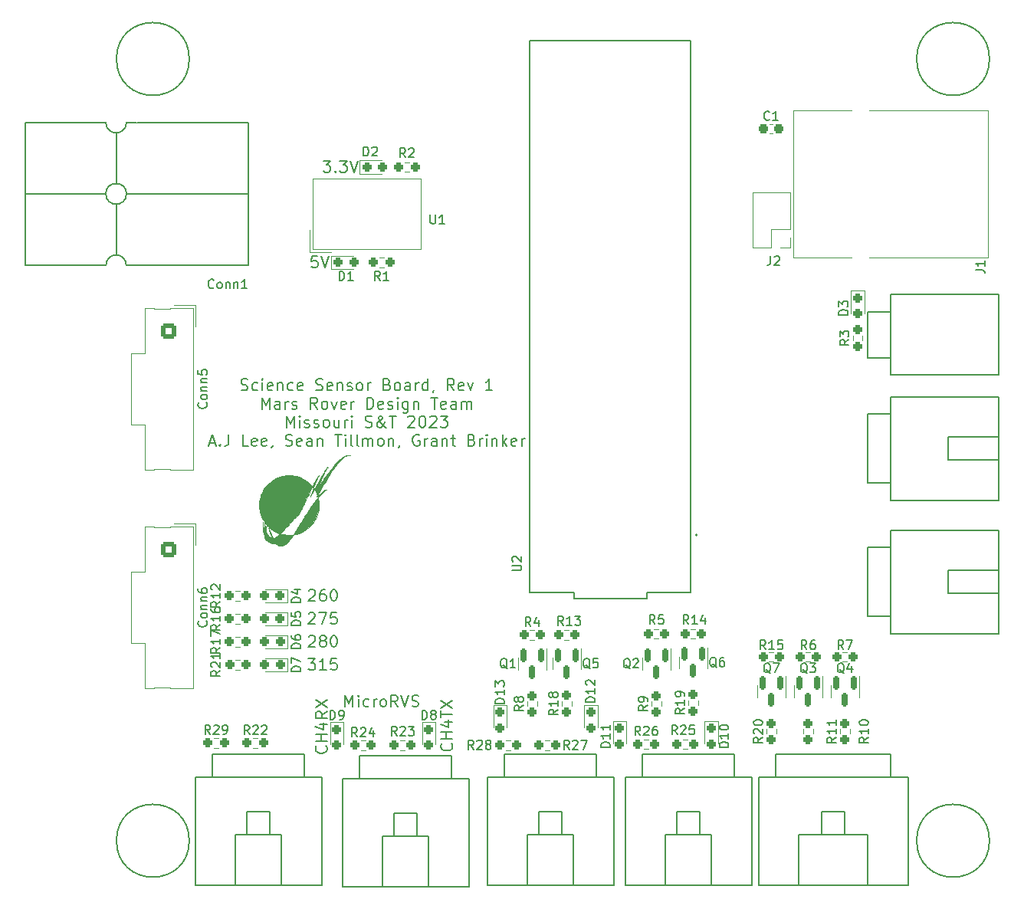
<source format=gto>
%TF.GenerationSoftware,KiCad,Pcbnew,(6.0.10)*%
%TF.CreationDate,2022-12-29T21:44:20-06:00*%
%TF.ProjectId,ScienceSensor,53636965-6e63-4655-9365-6e736f722e6b,rev?*%
%TF.SameCoordinates,Original*%
%TF.FileFunction,Legend,Top*%
%TF.FilePolarity,Positive*%
%FSLAX46Y46*%
G04 Gerber Fmt 4.6, Leading zero omitted, Abs format (unit mm)*
G04 Created by KiCad (PCBNEW (6.0.10)) date 2022-12-29 21:44:20*
%MOMM*%
%LPD*%
G01*
G04 APERTURE LIST*
G04 Aperture macros list*
%AMRoundRect*
0 Rectangle with rounded corners*
0 $1 Rounding radius*
0 $2 $3 $4 $5 $6 $7 $8 $9 X,Y pos of 4 corners*
0 Add a 4 corners polygon primitive as box body*
4,1,4,$2,$3,$4,$5,$6,$7,$8,$9,$2,$3,0*
0 Add four circle primitives for the rounded corners*
1,1,$1+$1,$2,$3*
1,1,$1+$1,$4,$5*
1,1,$1+$1,$6,$7*
1,1,$1+$1,$8,$9*
0 Add four rect primitives between the rounded corners*
20,1,$1+$1,$2,$3,$4,$5,0*
20,1,$1+$1,$4,$5,$6,$7,0*
20,1,$1+$1,$6,$7,$8,$9,0*
20,1,$1+$1,$8,$9,$2,$3,0*%
G04 Aperture macros list end*
%ADD10C,0.150000*%
%ADD11C,0.127000*%
%ADD12C,0.200000*%
%ADD13C,0.010000*%
%ADD14C,0.120000*%
%ADD15C,1.308000*%
%ADD16RoundRect,0.237500X-0.237500X0.287500X-0.237500X-0.287500X0.237500X-0.287500X0.237500X0.287500X0*%
%ADD17RoundRect,0.237500X0.250000X0.237500X-0.250000X0.237500X-0.250000X-0.237500X0.250000X-0.237500X0*%
%ADD18C,3.450000*%
%ADD19C,1.524000*%
%ADD20RoundRect,0.237500X0.237500X-0.250000X0.237500X0.250000X-0.237500X0.250000X-0.237500X-0.250000X0*%
%ADD21RoundRect,0.150000X-0.150000X0.587500X-0.150000X-0.587500X0.150000X-0.587500X0.150000X0.587500X0*%
%ADD22RoundRect,0.237500X-0.250000X-0.237500X0.250000X-0.237500X0.250000X0.237500X-0.250000X0.237500X0*%
%ADD23RoundRect,0.237500X0.287500X0.237500X-0.287500X0.237500X-0.287500X-0.237500X0.287500X-0.237500X0*%
%ADD24C,2.946400*%
%ADD25RoundRect,0.250000X-0.620000X0.620000X-0.620000X-0.620000X0.620000X-0.620000X0.620000X0.620000X0*%
%ADD26C,1.740000*%
%ADD27O,3.000000X5.100000*%
%ADD28RoundRect,0.237500X-0.287500X-0.237500X0.287500X-0.237500X0.287500X0.237500X-0.287500X0.237500X0*%
%ADD29R,1.500000X2.500000*%
%ADD30O,1.500000X2.500000*%
%ADD31C,1.100000*%
%ADD32C,1.400000*%
%ADD33C,4.000000*%
%ADD34C,2.000000*%
%ADD35RoundRect,0.237500X-0.300000X-0.237500X0.300000X-0.237500X0.300000X0.237500X-0.300000X0.237500X0*%
%ADD36R,1.350000X1.350000*%
%ADD37O,1.350000X1.350000*%
G04 APERTURE END LIST*
D10*
X121835333Y-122367523D02*
X121835333Y-121097523D01*
X122258666Y-122004666D01*
X122682000Y-121097523D01*
X122682000Y-122367523D01*
X123286761Y-122367523D02*
X123286761Y-121520857D01*
X123286761Y-121097523D02*
X123226285Y-121158000D01*
X123286761Y-121218476D01*
X123347238Y-121158000D01*
X123286761Y-121097523D01*
X123286761Y-121218476D01*
X124435809Y-122307047D02*
X124314857Y-122367523D01*
X124072952Y-122367523D01*
X123952000Y-122307047D01*
X123891523Y-122246571D01*
X123831047Y-122125619D01*
X123831047Y-121762761D01*
X123891523Y-121641809D01*
X123952000Y-121581333D01*
X124072952Y-121520857D01*
X124314857Y-121520857D01*
X124435809Y-121581333D01*
X124980095Y-122367523D02*
X124980095Y-121520857D01*
X124980095Y-121762761D02*
X125040571Y-121641809D01*
X125101047Y-121581333D01*
X125222000Y-121520857D01*
X125342952Y-121520857D01*
X125947714Y-122367523D02*
X125826761Y-122307047D01*
X125766285Y-122246571D01*
X125705809Y-122125619D01*
X125705809Y-121762761D01*
X125766285Y-121641809D01*
X125826761Y-121581333D01*
X125947714Y-121520857D01*
X126129142Y-121520857D01*
X126250095Y-121581333D01*
X126310571Y-121641809D01*
X126371047Y-121762761D01*
X126371047Y-122125619D01*
X126310571Y-122246571D01*
X126250095Y-122307047D01*
X126129142Y-122367523D01*
X125947714Y-122367523D01*
X127641047Y-122367523D02*
X127217714Y-121762761D01*
X126915333Y-122367523D02*
X126915333Y-121097523D01*
X127399142Y-121097523D01*
X127520095Y-121158000D01*
X127580571Y-121218476D01*
X127641047Y-121339428D01*
X127641047Y-121520857D01*
X127580571Y-121641809D01*
X127520095Y-121702285D01*
X127399142Y-121762761D01*
X126915333Y-121762761D01*
X128003904Y-121097523D02*
X128427238Y-122367523D01*
X128850571Y-121097523D01*
X129213428Y-122307047D02*
X129394857Y-122367523D01*
X129697238Y-122367523D01*
X129818190Y-122307047D01*
X129878666Y-122246571D01*
X129939142Y-122125619D01*
X129939142Y-122004666D01*
X129878666Y-121883714D01*
X129818190Y-121823238D01*
X129697238Y-121762761D01*
X129455333Y-121702285D01*
X129334380Y-121641809D01*
X129273904Y-121581333D01*
X129213428Y-121460380D01*
X129213428Y-121339428D01*
X129273904Y-121218476D01*
X129334380Y-121158000D01*
X129455333Y-121097523D01*
X129757714Y-121097523D01*
X129939142Y-121158000D01*
X117793619Y-114614476D02*
X117854095Y-114554000D01*
X117975047Y-114493523D01*
X118277428Y-114493523D01*
X118398380Y-114554000D01*
X118458857Y-114614476D01*
X118519333Y-114735428D01*
X118519333Y-114856380D01*
X118458857Y-115037809D01*
X117733142Y-115763523D01*
X118519333Y-115763523D01*
X119245047Y-115037809D02*
X119124095Y-114977333D01*
X119063619Y-114916857D01*
X119003142Y-114795904D01*
X119003142Y-114735428D01*
X119063619Y-114614476D01*
X119124095Y-114554000D01*
X119245047Y-114493523D01*
X119486952Y-114493523D01*
X119607904Y-114554000D01*
X119668380Y-114614476D01*
X119728857Y-114735428D01*
X119728857Y-114795904D01*
X119668380Y-114916857D01*
X119607904Y-114977333D01*
X119486952Y-115037809D01*
X119245047Y-115037809D01*
X119124095Y-115098285D01*
X119063619Y-115158761D01*
X119003142Y-115279714D01*
X119003142Y-115521619D01*
X119063619Y-115642571D01*
X119124095Y-115703047D01*
X119245047Y-115763523D01*
X119486952Y-115763523D01*
X119607904Y-115703047D01*
X119668380Y-115642571D01*
X119728857Y-115521619D01*
X119728857Y-115279714D01*
X119668380Y-115158761D01*
X119607904Y-115098285D01*
X119486952Y-115037809D01*
X120515047Y-114493523D02*
X120636000Y-114493523D01*
X120756952Y-114554000D01*
X120817428Y-114614476D01*
X120877904Y-114735428D01*
X120938380Y-114977333D01*
X120938380Y-115279714D01*
X120877904Y-115521619D01*
X120817428Y-115642571D01*
X120756952Y-115703047D01*
X120636000Y-115763523D01*
X120515047Y-115763523D01*
X120394095Y-115703047D01*
X120333619Y-115642571D01*
X120273142Y-115521619D01*
X120212666Y-115279714D01*
X120212666Y-114977333D01*
X120273142Y-114735428D01*
X120333619Y-114614476D01*
X120394095Y-114554000D01*
X120515047Y-114493523D01*
X110326714Y-87362997D02*
X110508142Y-87423473D01*
X110810523Y-87423473D01*
X110931476Y-87362997D01*
X110991952Y-87302521D01*
X111052428Y-87181569D01*
X111052428Y-87060616D01*
X110991952Y-86939664D01*
X110931476Y-86879188D01*
X110810523Y-86818711D01*
X110568619Y-86758235D01*
X110447666Y-86697759D01*
X110387190Y-86637283D01*
X110326714Y-86516330D01*
X110326714Y-86395378D01*
X110387190Y-86274426D01*
X110447666Y-86213950D01*
X110568619Y-86153473D01*
X110871000Y-86153473D01*
X111052428Y-86213950D01*
X112141000Y-87362997D02*
X112020047Y-87423473D01*
X111778142Y-87423473D01*
X111657190Y-87362997D01*
X111596714Y-87302521D01*
X111536238Y-87181569D01*
X111536238Y-86818711D01*
X111596714Y-86697759D01*
X111657190Y-86637283D01*
X111778142Y-86576807D01*
X112020047Y-86576807D01*
X112141000Y-86637283D01*
X112685285Y-87423473D02*
X112685285Y-86576807D01*
X112685285Y-86153473D02*
X112624809Y-86213950D01*
X112685285Y-86274426D01*
X112745761Y-86213950D01*
X112685285Y-86153473D01*
X112685285Y-86274426D01*
X113773857Y-87362997D02*
X113652904Y-87423473D01*
X113411000Y-87423473D01*
X113290047Y-87362997D01*
X113229571Y-87242045D01*
X113229571Y-86758235D01*
X113290047Y-86637283D01*
X113411000Y-86576807D01*
X113652904Y-86576807D01*
X113773857Y-86637283D01*
X113834333Y-86758235D01*
X113834333Y-86879188D01*
X113229571Y-87000140D01*
X114378619Y-86576807D02*
X114378619Y-87423473D01*
X114378619Y-86697759D02*
X114439095Y-86637283D01*
X114560047Y-86576807D01*
X114741476Y-86576807D01*
X114862428Y-86637283D01*
X114922904Y-86758235D01*
X114922904Y-87423473D01*
X116071952Y-87362997D02*
X115951000Y-87423473D01*
X115709095Y-87423473D01*
X115588142Y-87362997D01*
X115527666Y-87302521D01*
X115467190Y-87181569D01*
X115467190Y-86818711D01*
X115527666Y-86697759D01*
X115588142Y-86637283D01*
X115709095Y-86576807D01*
X115951000Y-86576807D01*
X116071952Y-86637283D01*
X117100047Y-87362997D02*
X116979095Y-87423473D01*
X116737190Y-87423473D01*
X116616238Y-87362997D01*
X116555761Y-87242045D01*
X116555761Y-86758235D01*
X116616238Y-86637283D01*
X116737190Y-86576807D01*
X116979095Y-86576807D01*
X117100047Y-86637283D01*
X117160523Y-86758235D01*
X117160523Y-86879188D01*
X116555761Y-87000140D01*
X118611952Y-87362997D02*
X118793380Y-87423473D01*
X119095761Y-87423473D01*
X119216714Y-87362997D01*
X119277190Y-87302521D01*
X119337666Y-87181569D01*
X119337666Y-87060616D01*
X119277190Y-86939664D01*
X119216714Y-86879188D01*
X119095761Y-86818711D01*
X118853857Y-86758235D01*
X118732904Y-86697759D01*
X118672428Y-86637283D01*
X118611952Y-86516330D01*
X118611952Y-86395378D01*
X118672428Y-86274426D01*
X118732904Y-86213950D01*
X118853857Y-86153473D01*
X119156238Y-86153473D01*
X119337666Y-86213950D01*
X120365761Y-87362997D02*
X120244809Y-87423473D01*
X120002904Y-87423473D01*
X119881952Y-87362997D01*
X119821476Y-87242045D01*
X119821476Y-86758235D01*
X119881952Y-86637283D01*
X120002904Y-86576807D01*
X120244809Y-86576807D01*
X120365761Y-86637283D01*
X120426238Y-86758235D01*
X120426238Y-86879188D01*
X119821476Y-87000140D01*
X120970523Y-86576807D02*
X120970523Y-87423473D01*
X120970523Y-86697759D02*
X121031000Y-86637283D01*
X121151952Y-86576807D01*
X121333380Y-86576807D01*
X121454333Y-86637283D01*
X121514809Y-86758235D01*
X121514809Y-87423473D01*
X122059095Y-87362997D02*
X122180047Y-87423473D01*
X122421952Y-87423473D01*
X122542904Y-87362997D01*
X122603380Y-87242045D01*
X122603380Y-87181569D01*
X122542904Y-87060616D01*
X122421952Y-87000140D01*
X122240523Y-87000140D01*
X122119571Y-86939664D01*
X122059095Y-86818711D01*
X122059095Y-86758235D01*
X122119571Y-86637283D01*
X122240523Y-86576807D01*
X122421952Y-86576807D01*
X122542904Y-86637283D01*
X123329095Y-87423473D02*
X123208142Y-87362997D01*
X123147666Y-87302521D01*
X123087190Y-87181569D01*
X123087190Y-86818711D01*
X123147666Y-86697759D01*
X123208142Y-86637283D01*
X123329095Y-86576807D01*
X123510523Y-86576807D01*
X123631476Y-86637283D01*
X123691952Y-86697759D01*
X123752428Y-86818711D01*
X123752428Y-87181569D01*
X123691952Y-87302521D01*
X123631476Y-87362997D01*
X123510523Y-87423473D01*
X123329095Y-87423473D01*
X124296714Y-87423473D02*
X124296714Y-86576807D01*
X124296714Y-86818711D02*
X124357190Y-86697759D01*
X124417666Y-86637283D01*
X124538619Y-86576807D01*
X124659571Y-86576807D01*
X126473857Y-86758235D02*
X126655285Y-86818711D01*
X126715761Y-86879188D01*
X126776238Y-87000140D01*
X126776238Y-87181569D01*
X126715761Y-87302521D01*
X126655285Y-87362997D01*
X126534333Y-87423473D01*
X126050523Y-87423473D01*
X126050523Y-86153473D01*
X126473857Y-86153473D01*
X126594809Y-86213950D01*
X126655285Y-86274426D01*
X126715761Y-86395378D01*
X126715761Y-86516330D01*
X126655285Y-86637283D01*
X126594809Y-86697759D01*
X126473857Y-86758235D01*
X126050523Y-86758235D01*
X127501952Y-87423473D02*
X127381000Y-87362997D01*
X127320523Y-87302521D01*
X127260047Y-87181569D01*
X127260047Y-86818711D01*
X127320523Y-86697759D01*
X127381000Y-86637283D01*
X127501952Y-86576807D01*
X127683380Y-86576807D01*
X127804333Y-86637283D01*
X127864809Y-86697759D01*
X127925285Y-86818711D01*
X127925285Y-87181569D01*
X127864809Y-87302521D01*
X127804333Y-87362997D01*
X127683380Y-87423473D01*
X127501952Y-87423473D01*
X129013857Y-87423473D02*
X129013857Y-86758235D01*
X128953380Y-86637283D01*
X128832428Y-86576807D01*
X128590523Y-86576807D01*
X128469571Y-86637283D01*
X129013857Y-87362997D02*
X128892904Y-87423473D01*
X128590523Y-87423473D01*
X128469571Y-87362997D01*
X128409095Y-87242045D01*
X128409095Y-87121092D01*
X128469571Y-87000140D01*
X128590523Y-86939664D01*
X128892904Y-86939664D01*
X129013857Y-86879188D01*
X129618619Y-87423473D02*
X129618619Y-86576807D01*
X129618619Y-86818711D02*
X129679095Y-86697759D01*
X129739571Y-86637283D01*
X129860523Y-86576807D01*
X129981476Y-86576807D01*
X130949095Y-87423473D02*
X130949095Y-86153473D01*
X130949095Y-87362997D02*
X130828142Y-87423473D01*
X130586238Y-87423473D01*
X130465285Y-87362997D01*
X130404809Y-87302521D01*
X130344333Y-87181569D01*
X130344333Y-86818711D01*
X130404809Y-86697759D01*
X130465285Y-86637283D01*
X130586238Y-86576807D01*
X130828142Y-86576807D01*
X130949095Y-86637283D01*
X131614333Y-87362997D02*
X131614333Y-87423473D01*
X131553857Y-87544426D01*
X131493380Y-87604902D01*
X133851952Y-87423473D02*
X133428619Y-86818711D01*
X133126238Y-87423473D02*
X133126238Y-86153473D01*
X133610047Y-86153473D01*
X133731000Y-86213950D01*
X133791476Y-86274426D01*
X133851952Y-86395378D01*
X133851952Y-86576807D01*
X133791476Y-86697759D01*
X133731000Y-86758235D01*
X133610047Y-86818711D01*
X133126238Y-86818711D01*
X134880047Y-87362997D02*
X134759095Y-87423473D01*
X134517190Y-87423473D01*
X134396238Y-87362997D01*
X134335761Y-87242045D01*
X134335761Y-86758235D01*
X134396238Y-86637283D01*
X134517190Y-86576807D01*
X134759095Y-86576807D01*
X134880047Y-86637283D01*
X134940523Y-86758235D01*
X134940523Y-86879188D01*
X134335761Y-87000140D01*
X135363857Y-86576807D02*
X135666238Y-87423473D01*
X135968619Y-86576807D01*
X138085285Y-87423473D02*
X137359571Y-87423473D01*
X137722428Y-87423473D02*
X137722428Y-86153473D01*
X137601476Y-86334902D01*
X137480523Y-86455854D01*
X137359571Y-86516330D01*
X112624809Y-89468173D02*
X112624809Y-88198173D01*
X113048142Y-89105316D01*
X113471476Y-88198173D01*
X113471476Y-89468173D01*
X114620523Y-89468173D02*
X114620523Y-88802935D01*
X114560047Y-88681983D01*
X114439095Y-88621507D01*
X114197190Y-88621507D01*
X114076238Y-88681983D01*
X114620523Y-89407697D02*
X114499571Y-89468173D01*
X114197190Y-89468173D01*
X114076238Y-89407697D01*
X114015761Y-89286745D01*
X114015761Y-89165792D01*
X114076238Y-89044840D01*
X114197190Y-88984364D01*
X114499571Y-88984364D01*
X114620523Y-88923888D01*
X115225285Y-89468173D02*
X115225285Y-88621507D01*
X115225285Y-88863411D02*
X115285761Y-88742459D01*
X115346238Y-88681983D01*
X115467190Y-88621507D01*
X115588142Y-88621507D01*
X115951000Y-89407697D02*
X116071952Y-89468173D01*
X116313857Y-89468173D01*
X116434809Y-89407697D01*
X116495285Y-89286745D01*
X116495285Y-89226269D01*
X116434809Y-89105316D01*
X116313857Y-89044840D01*
X116132428Y-89044840D01*
X116011476Y-88984364D01*
X115951000Y-88863411D01*
X115951000Y-88802935D01*
X116011476Y-88681983D01*
X116132428Y-88621507D01*
X116313857Y-88621507D01*
X116434809Y-88681983D01*
X118732904Y-89468173D02*
X118309571Y-88863411D01*
X118007190Y-89468173D02*
X118007190Y-88198173D01*
X118491000Y-88198173D01*
X118611952Y-88258650D01*
X118672428Y-88319126D01*
X118732904Y-88440078D01*
X118732904Y-88621507D01*
X118672428Y-88742459D01*
X118611952Y-88802935D01*
X118491000Y-88863411D01*
X118007190Y-88863411D01*
X119458619Y-89468173D02*
X119337666Y-89407697D01*
X119277190Y-89347221D01*
X119216714Y-89226269D01*
X119216714Y-88863411D01*
X119277190Y-88742459D01*
X119337666Y-88681983D01*
X119458619Y-88621507D01*
X119640047Y-88621507D01*
X119761000Y-88681983D01*
X119821476Y-88742459D01*
X119881952Y-88863411D01*
X119881952Y-89226269D01*
X119821476Y-89347221D01*
X119761000Y-89407697D01*
X119640047Y-89468173D01*
X119458619Y-89468173D01*
X120305285Y-88621507D02*
X120607666Y-89468173D01*
X120910047Y-88621507D01*
X121877666Y-89407697D02*
X121756714Y-89468173D01*
X121514809Y-89468173D01*
X121393857Y-89407697D01*
X121333380Y-89286745D01*
X121333380Y-88802935D01*
X121393857Y-88681983D01*
X121514809Y-88621507D01*
X121756714Y-88621507D01*
X121877666Y-88681983D01*
X121938142Y-88802935D01*
X121938142Y-88923888D01*
X121333380Y-89044840D01*
X122482428Y-89468173D02*
X122482428Y-88621507D01*
X122482428Y-88863411D02*
X122542904Y-88742459D01*
X122603380Y-88681983D01*
X122724333Y-88621507D01*
X122845285Y-88621507D01*
X124236238Y-89468173D02*
X124236238Y-88198173D01*
X124538619Y-88198173D01*
X124720047Y-88258650D01*
X124841000Y-88379602D01*
X124901476Y-88500554D01*
X124961952Y-88742459D01*
X124961952Y-88923888D01*
X124901476Y-89165792D01*
X124841000Y-89286745D01*
X124720047Y-89407697D01*
X124538619Y-89468173D01*
X124236238Y-89468173D01*
X125990047Y-89407697D02*
X125869095Y-89468173D01*
X125627190Y-89468173D01*
X125506238Y-89407697D01*
X125445761Y-89286745D01*
X125445761Y-88802935D01*
X125506238Y-88681983D01*
X125627190Y-88621507D01*
X125869095Y-88621507D01*
X125990047Y-88681983D01*
X126050523Y-88802935D01*
X126050523Y-88923888D01*
X125445761Y-89044840D01*
X126534333Y-89407697D02*
X126655285Y-89468173D01*
X126897190Y-89468173D01*
X127018142Y-89407697D01*
X127078619Y-89286745D01*
X127078619Y-89226269D01*
X127018142Y-89105316D01*
X126897190Y-89044840D01*
X126715761Y-89044840D01*
X126594809Y-88984364D01*
X126534333Y-88863411D01*
X126534333Y-88802935D01*
X126594809Y-88681983D01*
X126715761Y-88621507D01*
X126897190Y-88621507D01*
X127018142Y-88681983D01*
X127622904Y-89468173D02*
X127622904Y-88621507D01*
X127622904Y-88198173D02*
X127562428Y-88258650D01*
X127622904Y-88319126D01*
X127683380Y-88258650D01*
X127622904Y-88198173D01*
X127622904Y-88319126D01*
X128771952Y-88621507D02*
X128771952Y-89649602D01*
X128711476Y-89770554D01*
X128651000Y-89831030D01*
X128530047Y-89891507D01*
X128348619Y-89891507D01*
X128227666Y-89831030D01*
X128771952Y-89407697D02*
X128651000Y-89468173D01*
X128409095Y-89468173D01*
X128288142Y-89407697D01*
X128227666Y-89347221D01*
X128167190Y-89226269D01*
X128167190Y-88863411D01*
X128227666Y-88742459D01*
X128288142Y-88681983D01*
X128409095Y-88621507D01*
X128651000Y-88621507D01*
X128771952Y-88681983D01*
X129376714Y-88621507D02*
X129376714Y-89468173D01*
X129376714Y-88742459D02*
X129437190Y-88681983D01*
X129558142Y-88621507D01*
X129739571Y-88621507D01*
X129860523Y-88681983D01*
X129921000Y-88802935D01*
X129921000Y-89468173D01*
X131311952Y-88198173D02*
X132037666Y-88198173D01*
X131674809Y-89468173D02*
X131674809Y-88198173D01*
X132944809Y-89407697D02*
X132823857Y-89468173D01*
X132581952Y-89468173D01*
X132461000Y-89407697D01*
X132400523Y-89286745D01*
X132400523Y-88802935D01*
X132461000Y-88681983D01*
X132581952Y-88621507D01*
X132823857Y-88621507D01*
X132944809Y-88681983D01*
X133005285Y-88802935D01*
X133005285Y-88923888D01*
X132400523Y-89044840D01*
X134093857Y-89468173D02*
X134093857Y-88802935D01*
X134033380Y-88681983D01*
X133912428Y-88621507D01*
X133670523Y-88621507D01*
X133549571Y-88681983D01*
X134093857Y-89407697D02*
X133972904Y-89468173D01*
X133670523Y-89468173D01*
X133549571Y-89407697D01*
X133489095Y-89286745D01*
X133489095Y-89165792D01*
X133549571Y-89044840D01*
X133670523Y-88984364D01*
X133972904Y-88984364D01*
X134093857Y-88923888D01*
X134698619Y-89468173D02*
X134698619Y-88621507D01*
X134698619Y-88742459D02*
X134759095Y-88681983D01*
X134880047Y-88621507D01*
X135061476Y-88621507D01*
X135182428Y-88681983D01*
X135242904Y-88802935D01*
X135242904Y-89468173D01*
X135242904Y-88802935D02*
X135303380Y-88681983D01*
X135424333Y-88621507D01*
X135605761Y-88621507D01*
X135726714Y-88681983D01*
X135787190Y-88802935D01*
X135787190Y-89468173D01*
X115346238Y-91512873D02*
X115346238Y-90242873D01*
X115769571Y-91150016D01*
X116192904Y-90242873D01*
X116192904Y-91512873D01*
X116797666Y-91512873D02*
X116797666Y-90666207D01*
X116797666Y-90242873D02*
X116737190Y-90303350D01*
X116797666Y-90363826D01*
X116858142Y-90303350D01*
X116797666Y-90242873D01*
X116797666Y-90363826D01*
X117341952Y-91452397D02*
X117462904Y-91512873D01*
X117704809Y-91512873D01*
X117825761Y-91452397D01*
X117886238Y-91331445D01*
X117886238Y-91270969D01*
X117825761Y-91150016D01*
X117704809Y-91089540D01*
X117523380Y-91089540D01*
X117402428Y-91029064D01*
X117341952Y-90908111D01*
X117341952Y-90847635D01*
X117402428Y-90726683D01*
X117523380Y-90666207D01*
X117704809Y-90666207D01*
X117825761Y-90726683D01*
X118370047Y-91452397D02*
X118490999Y-91512873D01*
X118732904Y-91512873D01*
X118853857Y-91452397D01*
X118914333Y-91331445D01*
X118914333Y-91270969D01*
X118853857Y-91150016D01*
X118732904Y-91089540D01*
X118551476Y-91089540D01*
X118430523Y-91029064D01*
X118370047Y-90908111D01*
X118370047Y-90847635D01*
X118430523Y-90726683D01*
X118551476Y-90666207D01*
X118732904Y-90666207D01*
X118853857Y-90726683D01*
X119640047Y-91512873D02*
X119519095Y-91452397D01*
X119458619Y-91391921D01*
X119398142Y-91270969D01*
X119398142Y-90908111D01*
X119458619Y-90787159D01*
X119519095Y-90726683D01*
X119640047Y-90666207D01*
X119821476Y-90666207D01*
X119942428Y-90726683D01*
X120002904Y-90787159D01*
X120063380Y-90908111D01*
X120063380Y-91270969D01*
X120002904Y-91391921D01*
X119942428Y-91452397D01*
X119821476Y-91512873D01*
X119640047Y-91512873D01*
X121151952Y-90666207D02*
X121151952Y-91512873D01*
X120607666Y-90666207D02*
X120607666Y-91331445D01*
X120668142Y-91452397D01*
X120789095Y-91512873D01*
X120970523Y-91512873D01*
X121091476Y-91452397D01*
X121151952Y-91391921D01*
X121756714Y-91512873D02*
X121756714Y-90666207D01*
X121756714Y-90908111D02*
X121817190Y-90787159D01*
X121877666Y-90726683D01*
X121998619Y-90666207D01*
X122119571Y-90666207D01*
X122542904Y-91512873D02*
X122542904Y-90666207D01*
X122542904Y-90242873D02*
X122482428Y-90303350D01*
X122542904Y-90363826D01*
X122603380Y-90303350D01*
X122542904Y-90242873D01*
X122542904Y-90363826D01*
X124054809Y-91452397D02*
X124236238Y-91512873D01*
X124538619Y-91512873D01*
X124659571Y-91452397D01*
X124720047Y-91391921D01*
X124780523Y-91270969D01*
X124780523Y-91150016D01*
X124720047Y-91029064D01*
X124659571Y-90968588D01*
X124538619Y-90908111D01*
X124296714Y-90847635D01*
X124175761Y-90787159D01*
X124115285Y-90726683D01*
X124054809Y-90605730D01*
X124054809Y-90484778D01*
X124115285Y-90363826D01*
X124175761Y-90303350D01*
X124296714Y-90242873D01*
X124599095Y-90242873D01*
X124780523Y-90303350D01*
X126352904Y-91512873D02*
X126292428Y-91512873D01*
X126171476Y-91452397D01*
X125990047Y-91270969D01*
X125687666Y-90908111D01*
X125566714Y-90726683D01*
X125506238Y-90545254D01*
X125506238Y-90424302D01*
X125566714Y-90303350D01*
X125687666Y-90242873D01*
X125748142Y-90242873D01*
X125869095Y-90303350D01*
X125929571Y-90424302D01*
X125929571Y-90484778D01*
X125869095Y-90605730D01*
X125808619Y-90666207D01*
X125445761Y-90908111D01*
X125385285Y-90968588D01*
X125324809Y-91089540D01*
X125324809Y-91270969D01*
X125385285Y-91391921D01*
X125445761Y-91452397D01*
X125566714Y-91512873D01*
X125748142Y-91512873D01*
X125869095Y-91452397D01*
X125929571Y-91391921D01*
X126111000Y-91150016D01*
X126171476Y-90968588D01*
X126171476Y-90847635D01*
X126715761Y-90242873D02*
X127441476Y-90242873D01*
X127078619Y-91512873D02*
X127078619Y-90242873D01*
X128771952Y-90363826D02*
X128832428Y-90303350D01*
X128953380Y-90242873D01*
X129255761Y-90242873D01*
X129376714Y-90303350D01*
X129437190Y-90363826D01*
X129497666Y-90484778D01*
X129497666Y-90605730D01*
X129437190Y-90787159D01*
X128711476Y-91512873D01*
X129497666Y-91512873D01*
X130283857Y-90242873D02*
X130404809Y-90242873D01*
X130525761Y-90303350D01*
X130586238Y-90363826D01*
X130646714Y-90484778D01*
X130707190Y-90726683D01*
X130707190Y-91029064D01*
X130646714Y-91270969D01*
X130586238Y-91391921D01*
X130525761Y-91452397D01*
X130404809Y-91512873D01*
X130283857Y-91512873D01*
X130162904Y-91452397D01*
X130102428Y-91391921D01*
X130041952Y-91270969D01*
X129981476Y-91029064D01*
X129981476Y-90726683D01*
X130041952Y-90484778D01*
X130102428Y-90363826D01*
X130162904Y-90303350D01*
X130283857Y-90242873D01*
X131191000Y-90363826D02*
X131251476Y-90303350D01*
X131372428Y-90242873D01*
X131674809Y-90242873D01*
X131795761Y-90303350D01*
X131856238Y-90363826D01*
X131916714Y-90484778D01*
X131916714Y-90605730D01*
X131856238Y-90787159D01*
X131130523Y-91512873D01*
X131916714Y-91512873D01*
X132340047Y-90242873D02*
X133126238Y-90242873D01*
X132702904Y-90726683D01*
X132884333Y-90726683D01*
X133005285Y-90787159D01*
X133065761Y-90847635D01*
X133126238Y-90968588D01*
X133126238Y-91270969D01*
X133065761Y-91391921D01*
X133005285Y-91452397D01*
X132884333Y-91512873D01*
X132521476Y-91512873D01*
X132400523Y-91452397D01*
X132340047Y-91391921D01*
X106849333Y-93194716D02*
X107454095Y-93194716D01*
X106728380Y-93557573D02*
X107151714Y-92287573D01*
X107575047Y-93557573D01*
X107998380Y-93436621D02*
X108058857Y-93497097D01*
X107998380Y-93557573D01*
X107937904Y-93497097D01*
X107998380Y-93436621D01*
X107998380Y-93557573D01*
X108966000Y-92287573D02*
X108966000Y-93194716D01*
X108905523Y-93376145D01*
X108784571Y-93497097D01*
X108603142Y-93557573D01*
X108482190Y-93557573D01*
X111143142Y-93557573D02*
X110538380Y-93557573D01*
X110538380Y-92287573D01*
X112050285Y-93497097D02*
X111929333Y-93557573D01*
X111687428Y-93557573D01*
X111566476Y-93497097D01*
X111506000Y-93376145D01*
X111506000Y-92892335D01*
X111566476Y-92771383D01*
X111687428Y-92710907D01*
X111929333Y-92710907D01*
X112050285Y-92771383D01*
X112110761Y-92892335D01*
X112110761Y-93013288D01*
X111506000Y-93134240D01*
X113138857Y-93497097D02*
X113017904Y-93557573D01*
X112776000Y-93557573D01*
X112655047Y-93497097D01*
X112594571Y-93376145D01*
X112594571Y-92892335D01*
X112655047Y-92771383D01*
X112776000Y-92710907D01*
X113017904Y-92710907D01*
X113138857Y-92771383D01*
X113199333Y-92892335D01*
X113199333Y-93013288D01*
X112594571Y-93134240D01*
X113804095Y-93497097D02*
X113804095Y-93557573D01*
X113743619Y-93678526D01*
X113683142Y-93739002D01*
X115255523Y-93497097D02*
X115436952Y-93557573D01*
X115739333Y-93557573D01*
X115860285Y-93497097D01*
X115920761Y-93436621D01*
X115981238Y-93315669D01*
X115981238Y-93194716D01*
X115920761Y-93073764D01*
X115860285Y-93013288D01*
X115739333Y-92952811D01*
X115497428Y-92892335D01*
X115376476Y-92831859D01*
X115316000Y-92771383D01*
X115255523Y-92650430D01*
X115255523Y-92529478D01*
X115316000Y-92408526D01*
X115376476Y-92348050D01*
X115497428Y-92287573D01*
X115799809Y-92287573D01*
X115981238Y-92348050D01*
X117009333Y-93497097D02*
X116888380Y-93557573D01*
X116646476Y-93557573D01*
X116525523Y-93497097D01*
X116465047Y-93376145D01*
X116465047Y-92892335D01*
X116525523Y-92771383D01*
X116646476Y-92710907D01*
X116888380Y-92710907D01*
X117009333Y-92771383D01*
X117069809Y-92892335D01*
X117069809Y-93013288D01*
X116465047Y-93134240D01*
X118158380Y-93557573D02*
X118158380Y-92892335D01*
X118097904Y-92771383D01*
X117976952Y-92710907D01*
X117735047Y-92710907D01*
X117614095Y-92771383D01*
X118158380Y-93497097D02*
X118037428Y-93557573D01*
X117735047Y-93557573D01*
X117614095Y-93497097D01*
X117553619Y-93376145D01*
X117553619Y-93255192D01*
X117614095Y-93134240D01*
X117735047Y-93073764D01*
X118037428Y-93073764D01*
X118158380Y-93013288D01*
X118763142Y-92710907D02*
X118763142Y-93557573D01*
X118763142Y-92831859D02*
X118823619Y-92771383D01*
X118944571Y-92710907D01*
X119126000Y-92710907D01*
X119246952Y-92771383D01*
X119307428Y-92892335D01*
X119307428Y-93557573D01*
X120698380Y-92287573D02*
X121424095Y-92287573D01*
X121061238Y-93557573D02*
X121061238Y-92287573D01*
X121847428Y-93557573D02*
X121847428Y-92710907D01*
X121847428Y-92287573D02*
X121786952Y-92348050D01*
X121847428Y-92408526D01*
X121907904Y-92348050D01*
X121847428Y-92287573D01*
X121847428Y-92408526D01*
X122633619Y-93557573D02*
X122512666Y-93497097D01*
X122452190Y-93376145D01*
X122452190Y-92287573D01*
X123298857Y-93557573D02*
X123177904Y-93497097D01*
X123117428Y-93376145D01*
X123117428Y-92287573D01*
X123782666Y-93557573D02*
X123782666Y-92710907D01*
X123782666Y-92831859D02*
X123843142Y-92771383D01*
X123964095Y-92710907D01*
X124145523Y-92710907D01*
X124266476Y-92771383D01*
X124326952Y-92892335D01*
X124326952Y-93557573D01*
X124326952Y-92892335D02*
X124387428Y-92771383D01*
X124508380Y-92710907D01*
X124689809Y-92710907D01*
X124810761Y-92771383D01*
X124871238Y-92892335D01*
X124871238Y-93557573D01*
X125657428Y-93557573D02*
X125536476Y-93497097D01*
X125476000Y-93436621D01*
X125415523Y-93315669D01*
X125415523Y-92952811D01*
X125476000Y-92831859D01*
X125536476Y-92771383D01*
X125657428Y-92710907D01*
X125838857Y-92710907D01*
X125959809Y-92771383D01*
X126020285Y-92831859D01*
X126080761Y-92952811D01*
X126080761Y-93315669D01*
X126020285Y-93436621D01*
X125959809Y-93497097D01*
X125838857Y-93557573D01*
X125657428Y-93557573D01*
X126625047Y-92710907D02*
X126625047Y-93557573D01*
X126625047Y-92831859D02*
X126685523Y-92771383D01*
X126806476Y-92710907D01*
X126987904Y-92710907D01*
X127108857Y-92771383D01*
X127169333Y-92892335D01*
X127169333Y-93557573D01*
X127834571Y-93497097D02*
X127834571Y-93557573D01*
X127774095Y-93678526D01*
X127713619Y-93739002D01*
X130011714Y-92348050D02*
X129890761Y-92287573D01*
X129709333Y-92287573D01*
X129527904Y-92348050D01*
X129406952Y-92469002D01*
X129346476Y-92589954D01*
X129286000Y-92831859D01*
X129286000Y-93013288D01*
X129346476Y-93255192D01*
X129406952Y-93376145D01*
X129527904Y-93497097D01*
X129709333Y-93557573D01*
X129830285Y-93557573D01*
X130011714Y-93497097D01*
X130072190Y-93436621D01*
X130072190Y-93013288D01*
X129830285Y-93013288D01*
X130616476Y-93557573D02*
X130616476Y-92710907D01*
X130616476Y-92952811D02*
X130676952Y-92831859D01*
X130737428Y-92771383D01*
X130858380Y-92710907D01*
X130979333Y-92710907D01*
X131946952Y-93557573D02*
X131946952Y-92892335D01*
X131886476Y-92771383D01*
X131765523Y-92710907D01*
X131523619Y-92710907D01*
X131402666Y-92771383D01*
X131946952Y-93497097D02*
X131826000Y-93557573D01*
X131523619Y-93557573D01*
X131402666Y-93497097D01*
X131342190Y-93376145D01*
X131342190Y-93255192D01*
X131402666Y-93134240D01*
X131523619Y-93073764D01*
X131826000Y-93073764D01*
X131946952Y-93013288D01*
X132551714Y-92710907D02*
X132551714Y-93557573D01*
X132551714Y-92831859D02*
X132612190Y-92771383D01*
X132733142Y-92710907D01*
X132914571Y-92710907D01*
X133035523Y-92771383D01*
X133096000Y-92892335D01*
X133096000Y-93557573D01*
X133519333Y-92710907D02*
X134003142Y-92710907D01*
X133700761Y-92287573D02*
X133700761Y-93376145D01*
X133761238Y-93497097D01*
X133882190Y-93557573D01*
X134003142Y-93557573D01*
X135817428Y-92892335D02*
X135998857Y-92952811D01*
X136059333Y-93013288D01*
X136119809Y-93134240D01*
X136119809Y-93315669D01*
X136059333Y-93436621D01*
X135998857Y-93497097D01*
X135877904Y-93557573D01*
X135394095Y-93557573D01*
X135394095Y-92287573D01*
X135817428Y-92287573D01*
X135938380Y-92348050D01*
X135998857Y-92408526D01*
X136059333Y-92529478D01*
X136059333Y-92650430D01*
X135998857Y-92771383D01*
X135938380Y-92831859D01*
X135817428Y-92892335D01*
X135394095Y-92892335D01*
X136664095Y-93557573D02*
X136664095Y-92710907D01*
X136664095Y-92952811D02*
X136724571Y-92831859D01*
X136785047Y-92771383D01*
X136906000Y-92710907D01*
X137026952Y-92710907D01*
X137450285Y-93557573D02*
X137450285Y-92710907D01*
X137450285Y-92287573D02*
X137389809Y-92348050D01*
X137450285Y-92408526D01*
X137510761Y-92348050D01*
X137450285Y-92287573D01*
X137450285Y-92408526D01*
X138055047Y-92710907D02*
X138055047Y-93557573D01*
X138055047Y-92831859D02*
X138115523Y-92771383D01*
X138236476Y-92710907D01*
X138417904Y-92710907D01*
X138538857Y-92771383D01*
X138599333Y-92892335D01*
X138599333Y-93557573D01*
X139204095Y-93557573D02*
X139204095Y-92287573D01*
X139325047Y-93073764D02*
X139687904Y-93557573D01*
X139687904Y-92710907D02*
X139204095Y-93194716D01*
X140716000Y-93497097D02*
X140595047Y-93557573D01*
X140353142Y-93557573D01*
X140232190Y-93497097D01*
X140171714Y-93376145D01*
X140171714Y-92892335D01*
X140232190Y-92771383D01*
X140353142Y-92710907D01*
X140595047Y-92710907D01*
X140716000Y-92771383D01*
X140776476Y-92892335D01*
X140776476Y-93013288D01*
X140171714Y-93134240D01*
X141320761Y-93557573D02*
X141320761Y-92710907D01*
X141320761Y-92952811D02*
X141381238Y-92831859D01*
X141441714Y-92771383D01*
X141562666Y-92710907D01*
X141683619Y-92710907D01*
X133549571Y-126425476D02*
X133610047Y-126485952D01*
X133670523Y-126667380D01*
X133670523Y-126788333D01*
X133610047Y-126969761D01*
X133489095Y-127090714D01*
X133368142Y-127151190D01*
X133126238Y-127211666D01*
X132944809Y-127211666D01*
X132702904Y-127151190D01*
X132581952Y-127090714D01*
X132461000Y-126969761D01*
X132400523Y-126788333D01*
X132400523Y-126667380D01*
X132461000Y-126485952D01*
X132521476Y-126425476D01*
X133670523Y-125881190D02*
X132400523Y-125881190D01*
X133005285Y-125881190D02*
X133005285Y-125155476D01*
X133670523Y-125155476D02*
X132400523Y-125155476D01*
X132823857Y-124006428D02*
X133670523Y-124006428D01*
X132340047Y-124308809D02*
X133247190Y-124611190D01*
X133247190Y-123825000D01*
X132400523Y-123522619D02*
X132400523Y-122796904D01*
X133670523Y-123159761D02*
X132400523Y-123159761D01*
X132400523Y-122494523D02*
X133670523Y-121647857D01*
X132400523Y-121647857D02*
X133670523Y-122494523D01*
X119706571Y-126703666D02*
X119767047Y-126764142D01*
X119827523Y-126945571D01*
X119827523Y-127066523D01*
X119767047Y-127247952D01*
X119646095Y-127368904D01*
X119525142Y-127429380D01*
X119283238Y-127489857D01*
X119101809Y-127489857D01*
X118859904Y-127429380D01*
X118738952Y-127368904D01*
X118618000Y-127247952D01*
X118557523Y-127066523D01*
X118557523Y-126945571D01*
X118618000Y-126764142D01*
X118678476Y-126703666D01*
X119827523Y-126159380D02*
X118557523Y-126159380D01*
X119162285Y-126159380D02*
X119162285Y-125433666D01*
X119827523Y-125433666D02*
X118557523Y-125433666D01*
X118980857Y-124284619D02*
X119827523Y-124284619D01*
X118497047Y-124587000D02*
X119404190Y-124889380D01*
X119404190Y-124103190D01*
X119827523Y-122893666D02*
X119222761Y-123317000D01*
X119827523Y-123619380D02*
X118557523Y-123619380D01*
X118557523Y-123135571D01*
X118618000Y-123014619D01*
X118678476Y-122954142D01*
X118799428Y-122893666D01*
X118980857Y-122893666D01*
X119101809Y-122954142D01*
X119162285Y-123014619D01*
X119222761Y-123135571D01*
X119222761Y-123619380D01*
X118557523Y-122470333D02*
X119827523Y-121623666D01*
X118557523Y-121623666D02*
X119827523Y-122470333D01*
X117784119Y-112074476D02*
X117844595Y-112014000D01*
X117965547Y-111953523D01*
X118267928Y-111953523D01*
X118388880Y-112014000D01*
X118449357Y-112074476D01*
X118509833Y-112195428D01*
X118509833Y-112316380D01*
X118449357Y-112497809D01*
X117723642Y-113223523D01*
X118509833Y-113223523D01*
X118933166Y-111953523D02*
X119779833Y-111953523D01*
X119235547Y-113223523D01*
X120868404Y-111953523D02*
X120263642Y-111953523D01*
X120203166Y-112558285D01*
X120263642Y-112497809D01*
X120384595Y-112437333D01*
X120686976Y-112437333D01*
X120807928Y-112497809D01*
X120868404Y-112558285D01*
X120928880Y-112679238D01*
X120928880Y-112981619D01*
X120868404Y-113102571D01*
X120807928Y-113163047D01*
X120686976Y-113223523D01*
X120384595Y-113223523D01*
X120263642Y-113163047D01*
X120203166Y-113102571D01*
X118757095Y-72583523D02*
X118152333Y-72583523D01*
X118091857Y-73188285D01*
X118152333Y-73127809D01*
X118273285Y-73067333D01*
X118575666Y-73067333D01*
X118696619Y-73127809D01*
X118757095Y-73188285D01*
X118817571Y-73309238D01*
X118817571Y-73611619D01*
X118757095Y-73732571D01*
X118696619Y-73793047D01*
X118575666Y-73853523D01*
X118273285Y-73853523D01*
X118152333Y-73793047D01*
X118091857Y-73732571D01*
X119180428Y-72583523D02*
X119603761Y-73853523D01*
X120027095Y-72583523D01*
X117793619Y-109534476D02*
X117854095Y-109474000D01*
X117975047Y-109413523D01*
X118277428Y-109413523D01*
X118398380Y-109474000D01*
X118458857Y-109534476D01*
X118519333Y-109655428D01*
X118519333Y-109776380D01*
X118458857Y-109957809D01*
X117733142Y-110683523D01*
X118519333Y-110683523D01*
X119607904Y-109413523D02*
X119366000Y-109413523D01*
X119245047Y-109474000D01*
X119184571Y-109534476D01*
X119063619Y-109715904D01*
X119003142Y-109957809D01*
X119003142Y-110441619D01*
X119063619Y-110562571D01*
X119124095Y-110623047D01*
X119245047Y-110683523D01*
X119486952Y-110683523D01*
X119607904Y-110623047D01*
X119668380Y-110562571D01*
X119728857Y-110441619D01*
X119728857Y-110139238D01*
X119668380Y-110018285D01*
X119607904Y-109957809D01*
X119486952Y-109897333D01*
X119245047Y-109897333D01*
X119124095Y-109957809D01*
X119063619Y-110018285D01*
X119003142Y-110139238D01*
X120515047Y-109413523D02*
X120636000Y-109413523D01*
X120756952Y-109474000D01*
X120817428Y-109534476D01*
X120877904Y-109655428D01*
X120938380Y-109897333D01*
X120938380Y-110199714D01*
X120877904Y-110441619D01*
X120817428Y-110562571D01*
X120756952Y-110623047D01*
X120636000Y-110683523D01*
X120515047Y-110683523D01*
X120394095Y-110623047D01*
X120333619Y-110562571D01*
X120273142Y-110441619D01*
X120212666Y-110199714D01*
X120212666Y-109897333D01*
X120273142Y-109655428D01*
X120333619Y-109534476D01*
X120394095Y-109474000D01*
X120515047Y-109413523D01*
X119410238Y-62042523D02*
X120196428Y-62042523D01*
X119773095Y-62526333D01*
X119954523Y-62526333D01*
X120075476Y-62586809D01*
X120135952Y-62647285D01*
X120196428Y-62768238D01*
X120196428Y-63070619D01*
X120135952Y-63191571D01*
X120075476Y-63252047D01*
X119954523Y-63312523D01*
X119591666Y-63312523D01*
X119470714Y-63252047D01*
X119410238Y-63191571D01*
X120740714Y-63191571D02*
X120801190Y-63252047D01*
X120740714Y-63312523D01*
X120680238Y-63252047D01*
X120740714Y-63191571D01*
X120740714Y-63312523D01*
X121224523Y-62042523D02*
X122010714Y-62042523D01*
X121587380Y-62526333D01*
X121768809Y-62526333D01*
X121889761Y-62586809D01*
X121950238Y-62647285D01*
X122010714Y-62768238D01*
X122010714Y-63070619D01*
X121950238Y-63191571D01*
X121889761Y-63252047D01*
X121768809Y-63312523D01*
X121405952Y-63312523D01*
X121285000Y-63252047D01*
X121224523Y-63191571D01*
X122373571Y-62042523D02*
X122796904Y-63312523D01*
X123220238Y-62042523D01*
X117747142Y-117033523D02*
X118533333Y-117033523D01*
X118110000Y-117517333D01*
X118291428Y-117517333D01*
X118412380Y-117577809D01*
X118472857Y-117638285D01*
X118533333Y-117759238D01*
X118533333Y-118061619D01*
X118472857Y-118182571D01*
X118412380Y-118243047D01*
X118291428Y-118303523D01*
X117928571Y-118303523D01*
X117807619Y-118243047D01*
X117747142Y-118182571D01*
X119742857Y-118303523D02*
X119017142Y-118303523D01*
X119380000Y-118303523D02*
X119380000Y-117033523D01*
X119259047Y-117214952D01*
X119138095Y-117335904D01*
X119017142Y-117396380D01*
X120891904Y-117033523D02*
X120287142Y-117033523D01*
X120226666Y-117638285D01*
X120287142Y-117577809D01*
X120408095Y-117517333D01*
X120710476Y-117517333D01*
X120831428Y-117577809D01*
X120891904Y-117638285D01*
X120952380Y-117759238D01*
X120952380Y-118061619D01*
X120891904Y-118182571D01*
X120831428Y-118243047D01*
X120710476Y-118303523D01*
X120408095Y-118303523D01*
X120287142Y-118243047D01*
X120226666Y-118182571D01*
X140287380Y-107314904D02*
X141096904Y-107314904D01*
X141192142Y-107267285D01*
X141239761Y-107219666D01*
X141287380Y-107124428D01*
X141287380Y-106933952D01*
X141239761Y-106838714D01*
X141192142Y-106791095D01*
X141096904Y-106743476D01*
X140287380Y-106743476D01*
X140382619Y-106314904D02*
X140335000Y-106267285D01*
X140287380Y-106172047D01*
X140287380Y-105933952D01*
X140335000Y-105838714D01*
X140382619Y-105791095D01*
X140477857Y-105743476D01*
X140573095Y-105743476D01*
X140715952Y-105791095D01*
X141287380Y-106362523D01*
X141287380Y-105743476D01*
X139390380Y-121991285D02*
X138390380Y-121991285D01*
X138390380Y-121753190D01*
X138438000Y-121610333D01*
X138533238Y-121515095D01*
X138628476Y-121467476D01*
X138818952Y-121419857D01*
X138961809Y-121419857D01*
X139152285Y-121467476D01*
X139247523Y-121515095D01*
X139342761Y-121610333D01*
X139390380Y-121753190D01*
X139390380Y-121991285D01*
X139390380Y-120467476D02*
X139390380Y-121038904D01*
X139390380Y-120753190D02*
X138390380Y-120753190D01*
X138533238Y-120848428D01*
X138628476Y-120943666D01*
X138676095Y-121038904D01*
X138390380Y-120134142D02*
X138390380Y-119515095D01*
X138771333Y-119848428D01*
X138771333Y-119705571D01*
X138818952Y-119610333D01*
X138866571Y-119562714D01*
X138961809Y-119515095D01*
X139199904Y-119515095D01*
X139295142Y-119562714D01*
X139342761Y-119610333D01*
X139390380Y-119705571D01*
X139390380Y-119991285D01*
X139342761Y-120086523D01*
X139295142Y-120134142D01*
X111267642Y-125420380D02*
X110934309Y-124944190D01*
X110696214Y-125420380D02*
X110696214Y-124420380D01*
X111077166Y-124420380D01*
X111172404Y-124468000D01*
X111220023Y-124515619D01*
X111267642Y-124610857D01*
X111267642Y-124753714D01*
X111220023Y-124848952D01*
X111172404Y-124896571D01*
X111077166Y-124944190D01*
X110696214Y-124944190D01*
X111648595Y-124515619D02*
X111696214Y-124468000D01*
X111791452Y-124420380D01*
X112029547Y-124420380D01*
X112124785Y-124468000D01*
X112172404Y-124515619D01*
X112220023Y-124610857D01*
X112220023Y-124706095D01*
X112172404Y-124848952D01*
X111600976Y-125420380D01*
X112220023Y-125420380D01*
X112600976Y-124515619D02*
X112648595Y-124468000D01*
X112743833Y-124420380D01*
X112981928Y-124420380D01*
X113077166Y-124468000D01*
X113124785Y-124515619D01*
X113172404Y-124610857D01*
X113172404Y-124706095D01*
X113124785Y-124848952D01*
X112553357Y-125420380D01*
X113172404Y-125420380D01*
X167932380Y-125737857D02*
X167456190Y-126071190D01*
X167932380Y-126309285D02*
X166932380Y-126309285D01*
X166932380Y-125928333D01*
X166980000Y-125833095D01*
X167027619Y-125785476D01*
X167122857Y-125737857D01*
X167265714Y-125737857D01*
X167360952Y-125785476D01*
X167408571Y-125833095D01*
X167456190Y-125928333D01*
X167456190Y-126309285D01*
X167027619Y-125356904D02*
X166980000Y-125309285D01*
X166932380Y-125214047D01*
X166932380Y-124975952D01*
X166980000Y-124880714D01*
X167027619Y-124833095D01*
X167122857Y-124785476D01*
X167218095Y-124785476D01*
X167360952Y-124833095D01*
X167932380Y-125404523D01*
X167932380Y-124785476D01*
X166932380Y-124166428D02*
X166932380Y-124071190D01*
X166980000Y-123975952D01*
X167027619Y-123928333D01*
X167122857Y-123880714D01*
X167313333Y-123833095D01*
X167551428Y-123833095D01*
X167741904Y-123880714D01*
X167837142Y-123928333D01*
X167884761Y-123975952D01*
X167932380Y-124071190D01*
X167932380Y-124166428D01*
X167884761Y-124261666D01*
X167837142Y-124309285D01*
X167741904Y-124356904D01*
X167551428Y-124404523D01*
X167313333Y-124404523D01*
X167122857Y-124356904D01*
X167027619Y-124309285D01*
X166980000Y-124261666D01*
X166932380Y-124166428D01*
X172807333Y-116022380D02*
X172474000Y-115546190D01*
X172235904Y-116022380D02*
X172235904Y-115022380D01*
X172616857Y-115022380D01*
X172712095Y-115070000D01*
X172759714Y-115117619D01*
X172807333Y-115212857D01*
X172807333Y-115355714D01*
X172759714Y-115450952D01*
X172712095Y-115498571D01*
X172616857Y-115546190D01*
X172235904Y-115546190D01*
X173664476Y-115022380D02*
X173474000Y-115022380D01*
X173378761Y-115070000D01*
X173331142Y-115117619D01*
X173235904Y-115260476D01*
X173188285Y-115450952D01*
X173188285Y-115831904D01*
X173235904Y-115927142D01*
X173283523Y-115974761D01*
X173378761Y-116022380D01*
X173569238Y-116022380D01*
X173664476Y-115974761D01*
X173712095Y-115927142D01*
X173759714Y-115831904D01*
X173759714Y-115593809D01*
X173712095Y-115498571D01*
X173664476Y-115450952D01*
X173569238Y-115403333D01*
X173378761Y-115403333D01*
X173283523Y-115450952D01*
X173235904Y-115498571D01*
X173188285Y-115593809D01*
X148875761Y-118149619D02*
X148780523Y-118102000D01*
X148685285Y-118006761D01*
X148542428Y-117863904D01*
X148447190Y-117816285D01*
X148351952Y-117816285D01*
X148399571Y-118054380D02*
X148304333Y-118006761D01*
X148209095Y-117911523D01*
X148161476Y-117721047D01*
X148161476Y-117387714D01*
X148209095Y-117197238D01*
X148304333Y-117102000D01*
X148399571Y-117054380D01*
X148590047Y-117054380D01*
X148685285Y-117102000D01*
X148780523Y-117197238D01*
X148828142Y-117387714D01*
X148828142Y-117721047D01*
X148780523Y-117911523D01*
X148685285Y-118006761D01*
X148590047Y-118054380D01*
X148399571Y-118054380D01*
X149732904Y-117054380D02*
X149256714Y-117054380D01*
X149209095Y-117530571D01*
X149256714Y-117482952D01*
X149351952Y-117435333D01*
X149590047Y-117435333D01*
X149685285Y-117482952D01*
X149732904Y-117530571D01*
X149780523Y-117625809D01*
X149780523Y-117863904D01*
X149732904Y-117959142D01*
X149685285Y-118006761D01*
X149590047Y-118054380D01*
X149351952Y-118054380D01*
X149256714Y-118006761D01*
X149209095Y-117959142D01*
X145326380Y-122666357D02*
X144850190Y-122999690D01*
X145326380Y-123237785D02*
X144326380Y-123237785D01*
X144326380Y-122856833D01*
X144374000Y-122761595D01*
X144421619Y-122713976D01*
X144516857Y-122666357D01*
X144659714Y-122666357D01*
X144754952Y-122713976D01*
X144802571Y-122761595D01*
X144850190Y-122856833D01*
X144850190Y-123237785D01*
X145326380Y-121713976D02*
X145326380Y-122285404D01*
X145326380Y-121999690D02*
X144326380Y-121999690D01*
X144469238Y-122094928D01*
X144564476Y-122190166D01*
X144612095Y-122285404D01*
X144754952Y-121142547D02*
X144707333Y-121237785D01*
X144659714Y-121285404D01*
X144564476Y-121333023D01*
X144516857Y-121333023D01*
X144421619Y-121285404D01*
X144374000Y-121237785D01*
X144326380Y-121142547D01*
X144326380Y-120952071D01*
X144374000Y-120856833D01*
X144421619Y-120809214D01*
X144516857Y-120761595D01*
X144564476Y-120761595D01*
X144659714Y-120809214D01*
X144707333Y-120856833D01*
X144754952Y-120952071D01*
X144754952Y-121142547D01*
X144802571Y-121237785D01*
X144850190Y-121285404D01*
X144945428Y-121333023D01*
X145135904Y-121333023D01*
X145231142Y-121285404D01*
X145278761Y-121237785D01*
X145326380Y-121142547D01*
X145326380Y-120952071D01*
X145278761Y-120856833D01*
X145231142Y-120809214D01*
X145135904Y-120761595D01*
X144945428Y-120761595D01*
X144850190Y-120809214D01*
X144802571Y-120856833D01*
X144754952Y-120952071D01*
X154424142Y-125514380D02*
X154090809Y-125038190D01*
X153852714Y-125514380D02*
X153852714Y-124514380D01*
X154233666Y-124514380D01*
X154328904Y-124562000D01*
X154376523Y-124609619D01*
X154424142Y-124704857D01*
X154424142Y-124847714D01*
X154376523Y-124942952D01*
X154328904Y-124990571D01*
X154233666Y-125038190D01*
X153852714Y-125038190D01*
X154805095Y-124609619D02*
X154852714Y-124562000D01*
X154947952Y-124514380D01*
X155186047Y-124514380D01*
X155281285Y-124562000D01*
X155328904Y-124609619D01*
X155376523Y-124704857D01*
X155376523Y-124800095D01*
X155328904Y-124942952D01*
X154757476Y-125514380D01*
X155376523Y-125514380D01*
X156233666Y-124514380D02*
X156043190Y-124514380D01*
X155947952Y-124562000D01*
X155900333Y-124609619D01*
X155805095Y-124752476D01*
X155757476Y-124942952D01*
X155757476Y-125323904D01*
X155805095Y-125419142D01*
X155852714Y-125466761D01*
X155947952Y-125514380D01*
X156138428Y-125514380D01*
X156233666Y-125466761D01*
X156281285Y-125419142D01*
X156328904Y-125323904D01*
X156328904Y-125085809D01*
X156281285Y-124990571D01*
X156233666Y-124942952D01*
X156138428Y-124895333D01*
X155947952Y-124895333D01*
X155852714Y-124942952D01*
X155805095Y-124990571D01*
X155757476Y-125085809D01*
X141516380Y-122213666D02*
X141040190Y-122547000D01*
X141516380Y-122785095D02*
X140516380Y-122785095D01*
X140516380Y-122404142D01*
X140564000Y-122308904D01*
X140611619Y-122261285D01*
X140706857Y-122213666D01*
X140849714Y-122213666D01*
X140944952Y-122261285D01*
X140992571Y-122308904D01*
X141040190Y-122404142D01*
X141040190Y-122785095D01*
X140944952Y-121642238D02*
X140897333Y-121737476D01*
X140849714Y-121785095D01*
X140754476Y-121832714D01*
X140706857Y-121832714D01*
X140611619Y-121785095D01*
X140564000Y-121737476D01*
X140516380Y-121642238D01*
X140516380Y-121451761D01*
X140564000Y-121356523D01*
X140611619Y-121308904D01*
X140706857Y-121261285D01*
X140754476Y-121261285D01*
X140849714Y-121308904D01*
X140897333Y-121356523D01*
X140944952Y-121451761D01*
X140944952Y-121642238D01*
X140992571Y-121737476D01*
X141040190Y-121785095D01*
X141135428Y-121832714D01*
X141325904Y-121832714D01*
X141421142Y-121785095D01*
X141468761Y-121737476D01*
X141516380Y-121642238D01*
X141516380Y-121451761D01*
X141468761Y-121356523D01*
X141421142Y-121308904D01*
X141325904Y-121261285D01*
X141135428Y-121261285D01*
X141040190Y-121308904D01*
X140992571Y-121356523D01*
X140944952Y-121451761D01*
X172878761Y-118657619D02*
X172783523Y-118610000D01*
X172688285Y-118514761D01*
X172545428Y-118371904D01*
X172450190Y-118324285D01*
X172354952Y-118324285D01*
X172402571Y-118562380D02*
X172307333Y-118514761D01*
X172212095Y-118419523D01*
X172164476Y-118229047D01*
X172164476Y-117895714D01*
X172212095Y-117705238D01*
X172307333Y-117610000D01*
X172402571Y-117562380D01*
X172593047Y-117562380D01*
X172688285Y-117610000D01*
X172783523Y-117705238D01*
X172831142Y-117895714D01*
X172831142Y-118229047D01*
X172783523Y-118419523D01*
X172688285Y-118514761D01*
X172593047Y-118562380D01*
X172402571Y-118562380D01*
X173164476Y-117562380D02*
X173783523Y-117562380D01*
X173450190Y-117943333D01*
X173593047Y-117943333D01*
X173688285Y-117990952D01*
X173735904Y-118038571D01*
X173783523Y-118133809D01*
X173783523Y-118371904D01*
X173735904Y-118467142D01*
X173688285Y-118514761D01*
X173593047Y-118562380D01*
X173307333Y-118562380D01*
X173212095Y-118514761D01*
X173164476Y-118467142D01*
X123158642Y-125674380D02*
X122825309Y-125198190D01*
X122587214Y-125674380D02*
X122587214Y-124674380D01*
X122968166Y-124674380D01*
X123063404Y-124722000D01*
X123111023Y-124769619D01*
X123158642Y-124864857D01*
X123158642Y-125007714D01*
X123111023Y-125102952D01*
X123063404Y-125150571D01*
X122968166Y-125198190D01*
X122587214Y-125198190D01*
X123539595Y-124769619D02*
X123587214Y-124722000D01*
X123682452Y-124674380D01*
X123920547Y-124674380D01*
X124015785Y-124722000D01*
X124063404Y-124769619D01*
X124111023Y-124864857D01*
X124111023Y-124960095D01*
X124063404Y-125102952D01*
X123491976Y-125674380D01*
X124111023Y-125674380D01*
X124968166Y-125007714D02*
X124968166Y-125674380D01*
X124730071Y-124626761D02*
X124491976Y-125341047D01*
X125111023Y-125341047D01*
X108021380Y-113291857D02*
X107545190Y-113625190D01*
X108021380Y-113863285D02*
X107021380Y-113863285D01*
X107021380Y-113482333D01*
X107069000Y-113387095D01*
X107116619Y-113339476D01*
X107211857Y-113291857D01*
X107354714Y-113291857D01*
X107449952Y-113339476D01*
X107497571Y-113387095D01*
X107545190Y-113482333D01*
X107545190Y-113863285D01*
X108021380Y-112339476D02*
X108021380Y-112910904D01*
X108021380Y-112625190D02*
X107021380Y-112625190D01*
X107164238Y-112720428D01*
X107259476Y-112815666D01*
X107307095Y-112910904D01*
X107021380Y-111482333D02*
X107021380Y-111672809D01*
X107069000Y-111768047D01*
X107116619Y-111815666D01*
X107259476Y-111910904D01*
X107449952Y-111958523D01*
X107830904Y-111958523D01*
X107926142Y-111910904D01*
X107973761Y-111863285D01*
X108021380Y-111768047D01*
X108021380Y-111577571D01*
X107973761Y-111482333D01*
X107926142Y-111434714D01*
X107830904Y-111387095D01*
X107592809Y-111387095D01*
X107497571Y-111434714D01*
X107449952Y-111482333D01*
X107402333Y-111577571D01*
X107402333Y-111768047D01*
X107449952Y-111863285D01*
X107497571Y-111910904D01*
X107592809Y-111958523D01*
X177363380Y-79073595D02*
X176363380Y-79073595D01*
X176363380Y-78835500D01*
X176411000Y-78692642D01*
X176506238Y-78597404D01*
X176601476Y-78549785D01*
X176791952Y-78502166D01*
X176934809Y-78502166D01*
X177125285Y-78549785D01*
X177220523Y-78597404D01*
X177315761Y-78692642D01*
X177363380Y-78835500D01*
X177363380Y-79073595D01*
X176363380Y-78168833D02*
X176363380Y-77549785D01*
X176744333Y-77883119D01*
X176744333Y-77740261D01*
X176791952Y-77645023D01*
X176839571Y-77597404D01*
X176934809Y-77549785D01*
X177172904Y-77549785D01*
X177268142Y-77597404D01*
X177315761Y-77645023D01*
X177363380Y-77740261D01*
X177363380Y-78025976D01*
X177315761Y-78121214D01*
X177268142Y-78168833D01*
X116911380Y-110847095D02*
X115911380Y-110847095D01*
X115911380Y-110609000D01*
X115959000Y-110466142D01*
X116054238Y-110370904D01*
X116149476Y-110323285D01*
X116339952Y-110275666D01*
X116482809Y-110275666D01*
X116673285Y-110323285D01*
X116768523Y-110370904D01*
X116863761Y-110466142D01*
X116911380Y-110609000D01*
X116911380Y-110847095D01*
X116244714Y-109418523D02*
X116911380Y-109418523D01*
X115863761Y-109656619D02*
X116578047Y-109894714D01*
X116578047Y-109275666D01*
X136009142Y-127071380D02*
X135675809Y-126595190D01*
X135437714Y-127071380D02*
X135437714Y-126071380D01*
X135818666Y-126071380D01*
X135913904Y-126119000D01*
X135961523Y-126166619D01*
X136009142Y-126261857D01*
X136009142Y-126404714D01*
X135961523Y-126499952D01*
X135913904Y-126547571D01*
X135818666Y-126595190D01*
X135437714Y-126595190D01*
X136390095Y-126166619D02*
X136437714Y-126119000D01*
X136532952Y-126071380D01*
X136771047Y-126071380D01*
X136866285Y-126119000D01*
X136913904Y-126166619D01*
X136961523Y-126261857D01*
X136961523Y-126357095D01*
X136913904Y-126499952D01*
X136342476Y-127071380D01*
X136961523Y-127071380D01*
X137532952Y-126499952D02*
X137437714Y-126452333D01*
X137390095Y-126404714D01*
X137342476Y-126309476D01*
X137342476Y-126261857D01*
X137390095Y-126166619D01*
X137437714Y-126119000D01*
X137532952Y-126071380D01*
X137723428Y-126071380D01*
X137818666Y-126119000D01*
X137866285Y-126166619D01*
X137913904Y-126261857D01*
X137913904Y-126309476D01*
X137866285Y-126404714D01*
X137818666Y-126452333D01*
X137723428Y-126499952D01*
X137532952Y-126499952D01*
X137437714Y-126547571D01*
X137390095Y-126595190D01*
X137342476Y-126690428D01*
X137342476Y-126880904D01*
X137390095Y-126976142D01*
X137437714Y-127023761D01*
X137532952Y-127071380D01*
X137723428Y-127071380D01*
X137818666Y-127023761D01*
X137866285Y-126976142D01*
X137913904Y-126880904D01*
X137913904Y-126690428D01*
X137866285Y-126595190D01*
X137818666Y-126547571D01*
X137723428Y-126499952D01*
X146573642Y-127071380D02*
X146240309Y-126595190D01*
X146002214Y-127071380D02*
X146002214Y-126071380D01*
X146383166Y-126071380D01*
X146478404Y-126119000D01*
X146526023Y-126166619D01*
X146573642Y-126261857D01*
X146573642Y-126404714D01*
X146526023Y-126499952D01*
X146478404Y-126547571D01*
X146383166Y-126595190D01*
X146002214Y-126595190D01*
X146954595Y-126166619D02*
X147002214Y-126119000D01*
X147097452Y-126071380D01*
X147335547Y-126071380D01*
X147430785Y-126119000D01*
X147478404Y-126166619D01*
X147526023Y-126261857D01*
X147526023Y-126357095D01*
X147478404Y-126499952D01*
X146906976Y-127071380D01*
X147526023Y-127071380D01*
X147859357Y-126071380D02*
X148526023Y-126071380D01*
X148097452Y-127071380D01*
X128484333Y-61666380D02*
X128151000Y-61190190D01*
X127912904Y-61666380D02*
X127912904Y-60666380D01*
X128293857Y-60666380D01*
X128389095Y-60714000D01*
X128436714Y-60761619D01*
X128484333Y-60856857D01*
X128484333Y-60999714D01*
X128436714Y-61094952D01*
X128389095Y-61142571D01*
X128293857Y-61190190D01*
X127912904Y-61190190D01*
X128865285Y-60761619D02*
X128912904Y-60714000D01*
X129008142Y-60666380D01*
X129246238Y-60666380D01*
X129341476Y-60714000D01*
X129389095Y-60761619D01*
X129436714Y-60856857D01*
X129436714Y-60952095D01*
X129389095Y-61094952D01*
X128817666Y-61666380D01*
X129436714Y-61666380D01*
X159296380Y-122562857D02*
X158820190Y-122896190D01*
X159296380Y-123134285D02*
X158296380Y-123134285D01*
X158296380Y-122753333D01*
X158344000Y-122658095D01*
X158391619Y-122610476D01*
X158486857Y-122562857D01*
X158629714Y-122562857D01*
X158724952Y-122610476D01*
X158772571Y-122658095D01*
X158820190Y-122753333D01*
X158820190Y-123134285D01*
X159296380Y-121610476D02*
X159296380Y-122181904D01*
X159296380Y-121896190D02*
X158296380Y-121896190D01*
X158439238Y-121991428D01*
X158534476Y-122086666D01*
X158582095Y-122181904D01*
X159296380Y-121134285D02*
X159296380Y-120943809D01*
X159248761Y-120848571D01*
X159201142Y-120800952D01*
X159058285Y-120705714D01*
X158867809Y-120658095D01*
X158486857Y-120658095D01*
X158391619Y-120705714D01*
X158344000Y-120753333D01*
X158296380Y-120848571D01*
X158296380Y-121039047D01*
X158344000Y-121134285D01*
X158391619Y-121181904D01*
X158486857Y-121229523D01*
X158724952Y-121229523D01*
X158820190Y-121181904D01*
X158867809Y-121134285D01*
X158915428Y-121039047D01*
X158915428Y-120848571D01*
X158867809Y-120753333D01*
X158820190Y-120705714D01*
X158724952Y-120658095D01*
X145915142Y-113355380D02*
X145581809Y-112879190D01*
X145343714Y-113355380D02*
X145343714Y-112355380D01*
X145724666Y-112355380D01*
X145819904Y-112403000D01*
X145867523Y-112450619D01*
X145915142Y-112545857D01*
X145915142Y-112688714D01*
X145867523Y-112783952D01*
X145819904Y-112831571D01*
X145724666Y-112879190D01*
X145343714Y-112879190D01*
X146867523Y-113355380D02*
X146296095Y-113355380D01*
X146581809Y-113355380D02*
X146581809Y-112355380D01*
X146486571Y-112498238D01*
X146391333Y-112593476D01*
X146296095Y-112641095D01*
X147200857Y-112355380D02*
X147819904Y-112355380D01*
X147486571Y-112736333D01*
X147629428Y-112736333D01*
X147724666Y-112783952D01*
X147772285Y-112831571D01*
X147819904Y-112926809D01*
X147819904Y-113164904D01*
X147772285Y-113260142D01*
X147724666Y-113307761D01*
X147629428Y-113355380D01*
X147343714Y-113355380D01*
X147248476Y-113307761D01*
X147200857Y-113260142D01*
X106926142Y-125387380D02*
X106592809Y-124911190D01*
X106354714Y-125387380D02*
X106354714Y-124387380D01*
X106735666Y-124387380D01*
X106830904Y-124435000D01*
X106878523Y-124482619D01*
X106926142Y-124577857D01*
X106926142Y-124720714D01*
X106878523Y-124815952D01*
X106830904Y-124863571D01*
X106735666Y-124911190D01*
X106354714Y-124911190D01*
X107307095Y-124482619D02*
X107354714Y-124435000D01*
X107449952Y-124387380D01*
X107688047Y-124387380D01*
X107783285Y-124435000D01*
X107830904Y-124482619D01*
X107878523Y-124577857D01*
X107878523Y-124673095D01*
X107830904Y-124815952D01*
X107259476Y-125387380D01*
X107878523Y-125387380D01*
X108354714Y-125387380D02*
X108545190Y-125387380D01*
X108640428Y-125339761D01*
X108688047Y-125292142D01*
X108783285Y-125149285D01*
X108830904Y-124958809D01*
X108830904Y-124577857D01*
X108783285Y-124482619D01*
X108735666Y-124435000D01*
X108640428Y-124387380D01*
X108449952Y-124387380D01*
X108354714Y-124435000D01*
X108307095Y-124482619D01*
X108259476Y-124577857D01*
X108259476Y-124815952D01*
X108307095Y-124911190D01*
X108354714Y-124958809D01*
X108449952Y-125006428D01*
X108640428Y-125006428D01*
X108735666Y-124958809D01*
X108783285Y-124911190D01*
X108830904Y-124815952D01*
X151074380Y-126831285D02*
X150074380Y-126831285D01*
X150074380Y-126593190D01*
X150122000Y-126450333D01*
X150217238Y-126355095D01*
X150312476Y-126307476D01*
X150502952Y-126259857D01*
X150645809Y-126259857D01*
X150836285Y-126307476D01*
X150931523Y-126355095D01*
X151026761Y-126450333D01*
X151074380Y-126593190D01*
X151074380Y-126831285D01*
X151074380Y-125307476D02*
X151074380Y-125878904D01*
X151074380Y-125593190D02*
X150074380Y-125593190D01*
X150217238Y-125688428D01*
X150312476Y-125783666D01*
X150360095Y-125878904D01*
X151074380Y-124355095D02*
X151074380Y-124926523D01*
X151074380Y-124640809D02*
X150074380Y-124640809D01*
X150217238Y-124736047D01*
X150312476Y-124831285D01*
X150360095Y-124926523D01*
X164164880Y-126831285D02*
X163164880Y-126831285D01*
X163164880Y-126593190D01*
X163212500Y-126450333D01*
X163307738Y-126355095D01*
X163402976Y-126307476D01*
X163593452Y-126259857D01*
X163736309Y-126259857D01*
X163926785Y-126307476D01*
X164022023Y-126355095D01*
X164117261Y-126450333D01*
X164164880Y-126593190D01*
X164164880Y-126831285D01*
X164164880Y-125307476D02*
X164164880Y-125878904D01*
X164164880Y-125593190D02*
X163164880Y-125593190D01*
X163307738Y-125688428D01*
X163402976Y-125783666D01*
X163450595Y-125878904D01*
X163164880Y-124688428D02*
X163164880Y-124593190D01*
X163212500Y-124497952D01*
X163260119Y-124450333D01*
X163355357Y-124402714D01*
X163545833Y-124355095D01*
X163783928Y-124355095D01*
X163974404Y-124402714D01*
X164069642Y-124450333D01*
X164117261Y-124497952D01*
X164164880Y-124593190D01*
X164164880Y-124688428D01*
X164117261Y-124783666D01*
X164069642Y-124831285D01*
X163974404Y-124878904D01*
X163783928Y-124926523D01*
X163545833Y-124926523D01*
X163355357Y-124878904D01*
X163260119Y-124831285D01*
X163212500Y-124783666D01*
X163164880Y-124688428D01*
X176060380Y-125737857D02*
X175584190Y-126071190D01*
X176060380Y-126309285D02*
X175060380Y-126309285D01*
X175060380Y-125928333D01*
X175108000Y-125833095D01*
X175155619Y-125785476D01*
X175250857Y-125737857D01*
X175393714Y-125737857D01*
X175488952Y-125785476D01*
X175536571Y-125833095D01*
X175584190Y-125928333D01*
X175584190Y-126309285D01*
X176060380Y-124785476D02*
X176060380Y-125356904D01*
X176060380Y-125071190D02*
X175060380Y-125071190D01*
X175203238Y-125166428D01*
X175298476Y-125261666D01*
X175346095Y-125356904D01*
X176060380Y-123833095D02*
X176060380Y-124404523D01*
X176060380Y-124118809D02*
X175060380Y-124118809D01*
X175203238Y-124214047D01*
X175298476Y-124309285D01*
X175346095Y-124404523D01*
X158511642Y-125420380D02*
X158178309Y-124944190D01*
X157940214Y-125420380D02*
X157940214Y-124420380D01*
X158321166Y-124420380D01*
X158416404Y-124468000D01*
X158464023Y-124515619D01*
X158511642Y-124610857D01*
X158511642Y-124753714D01*
X158464023Y-124848952D01*
X158416404Y-124896571D01*
X158321166Y-124944190D01*
X157940214Y-124944190D01*
X158892595Y-124515619D02*
X158940214Y-124468000D01*
X159035452Y-124420380D01*
X159273547Y-124420380D01*
X159368785Y-124468000D01*
X159416404Y-124515619D01*
X159464023Y-124610857D01*
X159464023Y-124706095D01*
X159416404Y-124848952D01*
X158844976Y-125420380D01*
X159464023Y-125420380D01*
X160368785Y-124420380D02*
X159892595Y-124420380D01*
X159844976Y-124896571D01*
X159892595Y-124848952D01*
X159987833Y-124801333D01*
X160225928Y-124801333D01*
X160321166Y-124848952D01*
X160368785Y-124896571D01*
X160416404Y-124991809D01*
X160416404Y-125229904D01*
X160368785Y-125325142D01*
X160321166Y-125372761D01*
X160225928Y-125420380D01*
X159987833Y-125420380D01*
X159892595Y-125372761D01*
X159844976Y-125325142D01*
X108021380Y-110751857D02*
X107545190Y-111085190D01*
X108021380Y-111323285D02*
X107021380Y-111323285D01*
X107021380Y-110942333D01*
X107069000Y-110847095D01*
X107116619Y-110799476D01*
X107211857Y-110751857D01*
X107354714Y-110751857D01*
X107449952Y-110799476D01*
X107497571Y-110847095D01*
X107545190Y-110942333D01*
X107545190Y-111323285D01*
X108021380Y-109799476D02*
X108021380Y-110370904D01*
X108021380Y-110085190D02*
X107021380Y-110085190D01*
X107164238Y-110180428D01*
X107259476Y-110275666D01*
X107307095Y-110370904D01*
X107116619Y-109418523D02*
X107069000Y-109370904D01*
X107021380Y-109275666D01*
X107021380Y-109037571D01*
X107069000Y-108942333D01*
X107116619Y-108894714D01*
X107211857Y-108847095D01*
X107307095Y-108847095D01*
X107449952Y-108894714D01*
X108021380Y-109466142D01*
X108021380Y-108847095D01*
X108021380Y-118371857D02*
X107545190Y-118705190D01*
X108021380Y-118943285D02*
X107021380Y-118943285D01*
X107021380Y-118562333D01*
X107069000Y-118467095D01*
X107116619Y-118419476D01*
X107211857Y-118371857D01*
X107354714Y-118371857D01*
X107449952Y-118419476D01*
X107497571Y-118467095D01*
X107545190Y-118562333D01*
X107545190Y-118943285D01*
X107116619Y-117990904D02*
X107069000Y-117943285D01*
X107021380Y-117848047D01*
X107021380Y-117609952D01*
X107069000Y-117514714D01*
X107116619Y-117467095D01*
X107211857Y-117419476D01*
X107307095Y-117419476D01*
X107449952Y-117467095D01*
X108021380Y-118038523D01*
X108021380Y-117419476D01*
X108021380Y-116467095D02*
X108021380Y-117038523D01*
X108021380Y-116752809D02*
X107021380Y-116752809D01*
X107164238Y-116848047D01*
X107259476Y-116943285D01*
X107307095Y-117038523D01*
X106469142Y-88772809D02*
X106516761Y-88820428D01*
X106564380Y-88963285D01*
X106564380Y-89058523D01*
X106516761Y-89201380D01*
X106421523Y-89296619D01*
X106326285Y-89344238D01*
X106135809Y-89391857D01*
X105992952Y-89391857D01*
X105802476Y-89344238D01*
X105707238Y-89296619D01*
X105612000Y-89201380D01*
X105564380Y-89058523D01*
X105564380Y-88963285D01*
X105612000Y-88820428D01*
X105659619Y-88772809D01*
X106564380Y-88201380D02*
X106516761Y-88296619D01*
X106469142Y-88344238D01*
X106373904Y-88391857D01*
X106088190Y-88391857D01*
X105992952Y-88344238D01*
X105945333Y-88296619D01*
X105897714Y-88201380D01*
X105897714Y-88058523D01*
X105945333Y-87963285D01*
X105992952Y-87915666D01*
X106088190Y-87868047D01*
X106373904Y-87868047D01*
X106469142Y-87915666D01*
X106516761Y-87963285D01*
X106564380Y-88058523D01*
X106564380Y-88201380D01*
X105897714Y-87439476D02*
X106564380Y-87439476D01*
X105992952Y-87439476D02*
X105945333Y-87391857D01*
X105897714Y-87296619D01*
X105897714Y-87153761D01*
X105945333Y-87058523D01*
X106040571Y-87010904D01*
X106564380Y-87010904D01*
X105897714Y-86534714D02*
X106564380Y-86534714D01*
X105992952Y-86534714D02*
X105945333Y-86487095D01*
X105897714Y-86391857D01*
X105897714Y-86249000D01*
X105945333Y-86153761D01*
X106040571Y-86106142D01*
X106564380Y-86106142D01*
X105564380Y-85153761D02*
X105564380Y-85629952D01*
X106040571Y-85677571D01*
X105992952Y-85629952D01*
X105945333Y-85534714D01*
X105945333Y-85296619D01*
X105992952Y-85201380D01*
X106040571Y-85153761D01*
X106135809Y-85106142D01*
X106373904Y-85106142D01*
X106469142Y-85153761D01*
X106516761Y-85201380D01*
X106564380Y-85296619D01*
X106564380Y-85534714D01*
X106516761Y-85629952D01*
X106469142Y-85677571D01*
X149423380Y-121864285D02*
X148423380Y-121864285D01*
X148423380Y-121626190D01*
X148471000Y-121483333D01*
X148566238Y-121388095D01*
X148661476Y-121340476D01*
X148851952Y-121292857D01*
X148994809Y-121292857D01*
X149185285Y-121340476D01*
X149280523Y-121388095D01*
X149375761Y-121483333D01*
X149423380Y-121626190D01*
X149423380Y-121864285D01*
X149423380Y-120340476D02*
X149423380Y-120911904D01*
X149423380Y-120626190D02*
X148423380Y-120626190D01*
X148566238Y-120721428D01*
X148661476Y-120816666D01*
X148709095Y-120911904D01*
X148518619Y-119959523D02*
X148471000Y-119911904D01*
X148423380Y-119816666D01*
X148423380Y-119578571D01*
X148471000Y-119483333D01*
X148518619Y-119435714D01*
X148613857Y-119388095D01*
X148709095Y-119388095D01*
X148851952Y-119435714D01*
X149423380Y-120007142D01*
X149423380Y-119388095D01*
X116911380Y-115927095D02*
X115911380Y-115927095D01*
X115911380Y-115689000D01*
X115959000Y-115546142D01*
X116054238Y-115450904D01*
X116149476Y-115403285D01*
X116339952Y-115355666D01*
X116482809Y-115355666D01*
X116673285Y-115403285D01*
X116768523Y-115450904D01*
X116863761Y-115546142D01*
X116911380Y-115689000D01*
X116911380Y-115927095D01*
X115911380Y-114498523D02*
X115911380Y-114689000D01*
X115959000Y-114784238D01*
X116006619Y-114831857D01*
X116149476Y-114927095D01*
X116339952Y-114974714D01*
X116720904Y-114974714D01*
X116816142Y-114927095D01*
X116863761Y-114879476D01*
X116911380Y-114784238D01*
X116911380Y-114593761D01*
X116863761Y-114498523D01*
X116816142Y-114450904D01*
X116720904Y-114403285D01*
X116482809Y-114403285D01*
X116387571Y-114450904D01*
X116339952Y-114498523D01*
X116292333Y-114593761D01*
X116292333Y-114784238D01*
X116339952Y-114879476D01*
X116387571Y-114927095D01*
X116482809Y-114974714D01*
X168267142Y-116022380D02*
X167933809Y-115546190D01*
X167695714Y-116022380D02*
X167695714Y-115022380D01*
X168076666Y-115022380D01*
X168171904Y-115070000D01*
X168219523Y-115117619D01*
X168267142Y-115212857D01*
X168267142Y-115355714D01*
X168219523Y-115450952D01*
X168171904Y-115498571D01*
X168076666Y-115546190D01*
X167695714Y-115546190D01*
X169219523Y-116022380D02*
X168648095Y-116022380D01*
X168933809Y-116022380D02*
X168933809Y-115022380D01*
X168838571Y-115165238D01*
X168743333Y-115260476D01*
X168648095Y-115308095D01*
X170124285Y-115022380D02*
X169648095Y-115022380D01*
X169600476Y-115498571D01*
X169648095Y-115450952D01*
X169743333Y-115403333D01*
X169981428Y-115403333D01*
X170076666Y-115450952D01*
X170124285Y-115498571D01*
X170171904Y-115593809D01*
X170171904Y-115831904D01*
X170124285Y-115927142D01*
X170076666Y-115974761D01*
X169981428Y-116022380D01*
X169743333Y-116022380D01*
X169648095Y-115974761D01*
X169600476Y-115927142D01*
X176871333Y-116022380D02*
X176538000Y-115546190D01*
X176299904Y-116022380D02*
X176299904Y-115022380D01*
X176680857Y-115022380D01*
X176776095Y-115070000D01*
X176823714Y-115117619D01*
X176871333Y-115212857D01*
X176871333Y-115355714D01*
X176823714Y-115450952D01*
X176776095Y-115498571D01*
X176680857Y-115546190D01*
X176299904Y-115546190D01*
X177204666Y-115022380D02*
X177871333Y-115022380D01*
X177442761Y-116022380D01*
X139731761Y-118149619D02*
X139636523Y-118102000D01*
X139541285Y-118006761D01*
X139398428Y-117863904D01*
X139303190Y-117816285D01*
X139207952Y-117816285D01*
X139255571Y-118054380D02*
X139160333Y-118006761D01*
X139065095Y-117911523D01*
X139017476Y-117721047D01*
X139017476Y-117387714D01*
X139065095Y-117197238D01*
X139160333Y-117102000D01*
X139255571Y-117054380D01*
X139446047Y-117054380D01*
X139541285Y-117102000D01*
X139636523Y-117197238D01*
X139684142Y-117387714D01*
X139684142Y-117721047D01*
X139636523Y-117911523D01*
X139541285Y-118006761D01*
X139446047Y-118054380D01*
X139255571Y-118054380D01*
X140636523Y-118054380D02*
X140065095Y-118054380D01*
X140350809Y-118054380D02*
X140350809Y-117054380D01*
X140255571Y-117197238D01*
X140160333Y-117292476D01*
X140065095Y-117340095D01*
X116911380Y-118467095D02*
X115911380Y-118467095D01*
X115911380Y-118229000D01*
X115959000Y-118086142D01*
X116054238Y-117990904D01*
X116149476Y-117943285D01*
X116339952Y-117895666D01*
X116482809Y-117895666D01*
X116673285Y-117943285D01*
X116768523Y-117990904D01*
X116863761Y-118086142D01*
X116911380Y-118229000D01*
X116911380Y-118467095D01*
X115911380Y-117562333D02*
X115911380Y-116895666D01*
X116911380Y-117324238D01*
X125690333Y-75255380D02*
X125357000Y-74779190D01*
X125118904Y-75255380D02*
X125118904Y-74255380D01*
X125499857Y-74255380D01*
X125595095Y-74303000D01*
X125642714Y-74350619D01*
X125690333Y-74445857D01*
X125690333Y-74588714D01*
X125642714Y-74683952D01*
X125595095Y-74731571D01*
X125499857Y-74779190D01*
X125118904Y-74779190D01*
X126642714Y-75255380D02*
X126071285Y-75255380D01*
X126357000Y-75255380D02*
X126357000Y-74255380D01*
X126261761Y-74398238D01*
X126166523Y-74493476D01*
X126071285Y-74541095D01*
X107315190Y-76049142D02*
X107267571Y-76096761D01*
X107124714Y-76144380D01*
X107029476Y-76144380D01*
X106886619Y-76096761D01*
X106791380Y-76001523D01*
X106743761Y-75906285D01*
X106696142Y-75715809D01*
X106696142Y-75572952D01*
X106743761Y-75382476D01*
X106791380Y-75287238D01*
X106886619Y-75192000D01*
X107029476Y-75144380D01*
X107124714Y-75144380D01*
X107267571Y-75192000D01*
X107315190Y-75239619D01*
X107886619Y-76144380D02*
X107791380Y-76096761D01*
X107743761Y-76049142D01*
X107696142Y-75953904D01*
X107696142Y-75668190D01*
X107743761Y-75572952D01*
X107791380Y-75525333D01*
X107886619Y-75477714D01*
X108029476Y-75477714D01*
X108124714Y-75525333D01*
X108172333Y-75572952D01*
X108219952Y-75668190D01*
X108219952Y-75953904D01*
X108172333Y-76049142D01*
X108124714Y-76096761D01*
X108029476Y-76144380D01*
X107886619Y-76144380D01*
X108648523Y-75477714D02*
X108648523Y-76144380D01*
X108648523Y-75572952D02*
X108696142Y-75525333D01*
X108791380Y-75477714D01*
X108934238Y-75477714D01*
X109029476Y-75525333D01*
X109077095Y-75620571D01*
X109077095Y-76144380D01*
X109553285Y-75477714D02*
X109553285Y-76144380D01*
X109553285Y-75572952D02*
X109600904Y-75525333D01*
X109696142Y-75477714D01*
X109839000Y-75477714D01*
X109934238Y-75525333D01*
X109981857Y-75620571D01*
X109981857Y-76144380D01*
X110981857Y-76144380D02*
X110410428Y-76144380D01*
X110696142Y-76144380D02*
X110696142Y-75144380D01*
X110600904Y-75287238D01*
X110505666Y-75382476D01*
X110410428Y-75430095D01*
X168814761Y-118657619D02*
X168719523Y-118610000D01*
X168624285Y-118514761D01*
X168481428Y-118371904D01*
X168386190Y-118324285D01*
X168290952Y-118324285D01*
X168338571Y-118562380D02*
X168243333Y-118514761D01*
X168148095Y-118419523D01*
X168100476Y-118229047D01*
X168100476Y-117895714D01*
X168148095Y-117705238D01*
X168243333Y-117610000D01*
X168338571Y-117562380D01*
X168529047Y-117562380D01*
X168624285Y-117610000D01*
X168719523Y-117705238D01*
X168767142Y-117895714D01*
X168767142Y-118229047D01*
X168719523Y-118419523D01*
X168624285Y-118514761D01*
X168529047Y-118562380D01*
X168338571Y-118562380D01*
X169100476Y-117562380D02*
X169767142Y-117562380D01*
X169338571Y-118562380D01*
X130325904Y-123769380D02*
X130325904Y-122769380D01*
X130564000Y-122769380D01*
X130706857Y-122817000D01*
X130802095Y-122912238D01*
X130849714Y-123007476D01*
X130897333Y-123197952D01*
X130897333Y-123340809D01*
X130849714Y-123531285D01*
X130802095Y-123626523D01*
X130706857Y-123721761D01*
X130564000Y-123769380D01*
X130325904Y-123769380D01*
X131468761Y-123197952D02*
X131373523Y-123150333D01*
X131325904Y-123102714D01*
X131278285Y-123007476D01*
X131278285Y-122959857D01*
X131325904Y-122864619D01*
X131373523Y-122817000D01*
X131468761Y-122769380D01*
X131659238Y-122769380D01*
X131754476Y-122817000D01*
X131802095Y-122864619D01*
X131849714Y-122959857D01*
X131849714Y-123007476D01*
X131802095Y-123102714D01*
X131754476Y-123150333D01*
X131659238Y-123197952D01*
X131468761Y-123197952D01*
X131373523Y-123245571D01*
X131325904Y-123293190D01*
X131278285Y-123388428D01*
X131278285Y-123578904D01*
X131325904Y-123674142D01*
X131373523Y-123721761D01*
X131468761Y-123769380D01*
X131659238Y-123769380D01*
X131754476Y-123721761D01*
X131802095Y-123674142D01*
X131849714Y-123578904D01*
X131849714Y-123388428D01*
X131802095Y-123293190D01*
X131754476Y-123245571D01*
X131659238Y-123197952D01*
X159758142Y-113228380D02*
X159424809Y-112752190D01*
X159186714Y-113228380D02*
X159186714Y-112228380D01*
X159567666Y-112228380D01*
X159662904Y-112276000D01*
X159710523Y-112323619D01*
X159758142Y-112418857D01*
X159758142Y-112561714D01*
X159710523Y-112656952D01*
X159662904Y-112704571D01*
X159567666Y-112752190D01*
X159186714Y-112752190D01*
X160710523Y-113228380D02*
X160139095Y-113228380D01*
X160424809Y-113228380D02*
X160424809Y-112228380D01*
X160329571Y-112371238D01*
X160234333Y-112466476D01*
X160139095Y-112514095D01*
X161567666Y-112561714D02*
X161567666Y-113228380D01*
X161329571Y-112180761D02*
X161091476Y-112895047D01*
X161710523Y-112895047D01*
X123848904Y-61506380D02*
X123848904Y-60506380D01*
X124087000Y-60506380D01*
X124229857Y-60554000D01*
X124325095Y-60649238D01*
X124372714Y-60744476D01*
X124420333Y-60934952D01*
X124420333Y-61077809D01*
X124372714Y-61268285D01*
X124325095Y-61363523D01*
X124229857Y-61458761D01*
X124087000Y-61506380D01*
X123848904Y-61506380D01*
X124801285Y-60601619D02*
X124848904Y-60554000D01*
X124944142Y-60506380D01*
X125182238Y-60506380D01*
X125277476Y-60554000D01*
X125325095Y-60601619D01*
X125372714Y-60696857D01*
X125372714Y-60792095D01*
X125325095Y-60934952D01*
X124753666Y-61506380D01*
X125372714Y-61506380D01*
X116911380Y-113387095D02*
X115911380Y-113387095D01*
X115911380Y-113149000D01*
X115959000Y-113006142D01*
X116054238Y-112910904D01*
X116149476Y-112863285D01*
X116339952Y-112815666D01*
X116482809Y-112815666D01*
X116673285Y-112863285D01*
X116768523Y-112910904D01*
X116863761Y-113006142D01*
X116911380Y-113149000D01*
X116911380Y-113387095D01*
X115911380Y-111910904D02*
X115911380Y-112387095D01*
X116387571Y-112434714D01*
X116339952Y-112387095D01*
X116292333Y-112291857D01*
X116292333Y-112053761D01*
X116339952Y-111958523D01*
X116387571Y-111910904D01*
X116482809Y-111863285D01*
X116720904Y-111863285D01*
X116816142Y-111910904D01*
X116863761Y-111958523D01*
X116911380Y-112053761D01*
X116911380Y-112291857D01*
X116863761Y-112387095D01*
X116816142Y-112434714D01*
X176942761Y-118657619D02*
X176847523Y-118610000D01*
X176752285Y-118514761D01*
X176609428Y-118371904D01*
X176514190Y-118324285D01*
X176418952Y-118324285D01*
X176466571Y-118562380D02*
X176371333Y-118514761D01*
X176276095Y-118419523D01*
X176228476Y-118229047D01*
X176228476Y-117895714D01*
X176276095Y-117705238D01*
X176371333Y-117610000D01*
X176466571Y-117562380D01*
X176657047Y-117562380D01*
X176752285Y-117610000D01*
X176847523Y-117705238D01*
X176895142Y-117895714D01*
X176895142Y-118229047D01*
X176847523Y-118419523D01*
X176752285Y-118514761D01*
X176657047Y-118562380D01*
X176466571Y-118562380D01*
X177752285Y-117895714D02*
X177752285Y-118562380D01*
X177514190Y-117514761D02*
X177276095Y-118229047D01*
X177895142Y-118229047D01*
X131233095Y-68015380D02*
X131233095Y-68824904D01*
X131280714Y-68920142D01*
X131328333Y-68967761D01*
X131423571Y-69015380D01*
X131614047Y-69015380D01*
X131709285Y-68967761D01*
X131756904Y-68920142D01*
X131804523Y-68824904D01*
X131804523Y-68015380D01*
X132804523Y-69015380D02*
X132233095Y-69015380D01*
X132518809Y-69015380D02*
X132518809Y-68015380D01*
X132423571Y-68158238D01*
X132328333Y-68253476D01*
X132233095Y-68301095D01*
X155232380Y-122213666D02*
X154756190Y-122547000D01*
X155232380Y-122785095D02*
X154232380Y-122785095D01*
X154232380Y-122404142D01*
X154280000Y-122308904D01*
X154327619Y-122261285D01*
X154422857Y-122213666D01*
X154565714Y-122213666D01*
X154660952Y-122261285D01*
X154708571Y-122308904D01*
X154756190Y-122404142D01*
X154756190Y-122785095D01*
X155232380Y-121737476D02*
X155232380Y-121547000D01*
X155184761Y-121451761D01*
X155137142Y-121404142D01*
X154994285Y-121308904D01*
X154803809Y-121261285D01*
X154422857Y-121261285D01*
X154327619Y-121308904D01*
X154280000Y-121356523D01*
X154232380Y-121451761D01*
X154232380Y-121642238D01*
X154280000Y-121737476D01*
X154327619Y-121785095D01*
X154422857Y-121832714D01*
X154660952Y-121832714D01*
X154756190Y-121785095D01*
X154803809Y-121737476D01*
X154851428Y-121642238D01*
X154851428Y-121451761D01*
X154803809Y-121356523D01*
X154756190Y-121308904D01*
X154660952Y-121261285D01*
X108021380Y-115831857D02*
X107545190Y-116165190D01*
X108021380Y-116403285D02*
X107021380Y-116403285D01*
X107021380Y-116022333D01*
X107069000Y-115927095D01*
X107116619Y-115879476D01*
X107211857Y-115831857D01*
X107354714Y-115831857D01*
X107449952Y-115879476D01*
X107497571Y-115927095D01*
X107545190Y-116022333D01*
X107545190Y-116403285D01*
X108021380Y-114879476D02*
X108021380Y-115450904D01*
X108021380Y-115165190D02*
X107021380Y-115165190D01*
X107164238Y-115260428D01*
X107259476Y-115355666D01*
X107307095Y-115450904D01*
X107021380Y-114546142D02*
X107021380Y-113879476D01*
X108021380Y-114308047D01*
X162845761Y-118022619D02*
X162750523Y-117975000D01*
X162655285Y-117879761D01*
X162512428Y-117736904D01*
X162417190Y-117689285D01*
X162321952Y-117689285D01*
X162369571Y-117927380D02*
X162274333Y-117879761D01*
X162179095Y-117784523D01*
X162131476Y-117594047D01*
X162131476Y-117260714D01*
X162179095Y-117070238D01*
X162274333Y-116975000D01*
X162369571Y-116927380D01*
X162560047Y-116927380D01*
X162655285Y-116975000D01*
X162750523Y-117070238D01*
X162798142Y-117260714D01*
X162798142Y-117594047D01*
X162750523Y-117784523D01*
X162655285Y-117879761D01*
X162560047Y-117927380D01*
X162369571Y-117927380D01*
X163655285Y-116927380D02*
X163464809Y-116927380D01*
X163369571Y-116975000D01*
X163321952Y-117022619D01*
X163226714Y-117165476D01*
X163179095Y-117355952D01*
X163179095Y-117736904D01*
X163226714Y-117832142D01*
X163274333Y-117879761D01*
X163369571Y-117927380D01*
X163560047Y-117927380D01*
X163655285Y-117879761D01*
X163702904Y-117832142D01*
X163750523Y-117736904D01*
X163750523Y-117498809D01*
X163702904Y-117403571D01*
X163655285Y-117355952D01*
X163560047Y-117308333D01*
X163369571Y-117308333D01*
X163274333Y-117355952D01*
X163226714Y-117403571D01*
X163179095Y-117498809D01*
X127523642Y-125547380D02*
X127190309Y-125071190D01*
X126952214Y-125547380D02*
X126952214Y-124547380D01*
X127333166Y-124547380D01*
X127428404Y-124595000D01*
X127476023Y-124642619D01*
X127523642Y-124737857D01*
X127523642Y-124880714D01*
X127476023Y-124975952D01*
X127428404Y-125023571D01*
X127333166Y-125071190D01*
X126952214Y-125071190D01*
X127904595Y-124642619D02*
X127952214Y-124595000D01*
X128047452Y-124547380D01*
X128285547Y-124547380D01*
X128380785Y-124595000D01*
X128428404Y-124642619D01*
X128476023Y-124737857D01*
X128476023Y-124833095D01*
X128428404Y-124975952D01*
X127856976Y-125547380D01*
X128476023Y-125547380D01*
X128809357Y-124547380D02*
X129428404Y-124547380D01*
X129095071Y-124928333D01*
X129237928Y-124928333D01*
X129333166Y-124975952D01*
X129380785Y-125023571D01*
X129428404Y-125118809D01*
X129428404Y-125356904D01*
X129380785Y-125452142D01*
X129333166Y-125499761D01*
X129237928Y-125547380D01*
X128952214Y-125547380D01*
X128856976Y-125499761D01*
X128809357Y-125452142D01*
X121181904Y-75255380D02*
X121181904Y-74255380D01*
X121420000Y-74255380D01*
X121562857Y-74303000D01*
X121658095Y-74398238D01*
X121705714Y-74493476D01*
X121753333Y-74683952D01*
X121753333Y-74826809D01*
X121705714Y-75017285D01*
X121658095Y-75112523D01*
X121562857Y-75207761D01*
X121420000Y-75255380D01*
X121181904Y-75255380D01*
X122705714Y-75255380D02*
X122134285Y-75255380D01*
X122420000Y-75255380D02*
X122420000Y-74255380D01*
X122324761Y-74398238D01*
X122229523Y-74493476D01*
X122134285Y-74541095D01*
X179616380Y-125737857D02*
X179140190Y-126071190D01*
X179616380Y-126309285D02*
X178616380Y-126309285D01*
X178616380Y-125928333D01*
X178664000Y-125833095D01*
X178711619Y-125785476D01*
X178806857Y-125737857D01*
X178949714Y-125737857D01*
X179044952Y-125785476D01*
X179092571Y-125833095D01*
X179140190Y-125928333D01*
X179140190Y-126309285D01*
X179616380Y-124785476D02*
X179616380Y-125356904D01*
X179616380Y-125071190D02*
X178616380Y-125071190D01*
X178759238Y-125166428D01*
X178854476Y-125261666D01*
X178902095Y-125356904D01*
X178616380Y-124166428D02*
X178616380Y-124071190D01*
X178664000Y-123975952D01*
X178711619Y-123928333D01*
X178806857Y-123880714D01*
X178997333Y-123833095D01*
X179235428Y-123833095D01*
X179425904Y-123880714D01*
X179521142Y-123928333D01*
X179568761Y-123975952D01*
X179616380Y-124071190D01*
X179616380Y-124166428D01*
X179568761Y-124261666D01*
X179521142Y-124309285D01*
X179425904Y-124356904D01*
X179235428Y-124404523D01*
X178997333Y-124404523D01*
X178806857Y-124356904D01*
X178711619Y-124309285D01*
X178664000Y-124261666D01*
X178616380Y-124166428D01*
X156043333Y-113228380D02*
X155710000Y-112752190D01*
X155471904Y-113228380D02*
X155471904Y-112228380D01*
X155852857Y-112228380D01*
X155948095Y-112276000D01*
X155995714Y-112323619D01*
X156043333Y-112418857D01*
X156043333Y-112561714D01*
X155995714Y-112656952D01*
X155948095Y-112704571D01*
X155852857Y-112752190D01*
X155471904Y-112752190D01*
X156948095Y-112228380D02*
X156471904Y-112228380D01*
X156424285Y-112704571D01*
X156471904Y-112656952D01*
X156567142Y-112609333D01*
X156805238Y-112609333D01*
X156900476Y-112656952D01*
X156948095Y-112704571D01*
X156995714Y-112799809D01*
X156995714Y-113037904D01*
X156948095Y-113133142D01*
X156900476Y-113180761D01*
X156805238Y-113228380D01*
X156567142Y-113228380D01*
X156471904Y-113180761D01*
X156424285Y-113133142D01*
X191476380Y-74093333D02*
X192190666Y-74093333D01*
X192333523Y-74140952D01*
X192428761Y-74236190D01*
X192476380Y-74379047D01*
X192476380Y-74474285D01*
X192476380Y-73093333D02*
X192476380Y-73664761D01*
X192476380Y-73379047D02*
X191476380Y-73379047D01*
X191619238Y-73474285D01*
X191714476Y-73569523D01*
X191762095Y-73664761D01*
X168691833Y-57472142D02*
X168644214Y-57519761D01*
X168501357Y-57567380D01*
X168406119Y-57567380D01*
X168263261Y-57519761D01*
X168168023Y-57424523D01*
X168120404Y-57329285D01*
X168072785Y-57138809D01*
X168072785Y-56995952D01*
X168120404Y-56805476D01*
X168168023Y-56710238D01*
X168263261Y-56615000D01*
X168406119Y-56567380D01*
X168501357Y-56567380D01*
X168644214Y-56615000D01*
X168691833Y-56662619D01*
X169644214Y-57567380D02*
X169072785Y-57567380D01*
X169358500Y-57567380D02*
X169358500Y-56567380D01*
X169263261Y-56710238D01*
X169168023Y-56805476D01*
X169072785Y-56853095D01*
X177457380Y-81804166D02*
X176981190Y-82137500D01*
X177457380Y-82375595D02*
X176457380Y-82375595D01*
X176457380Y-81994642D01*
X176505000Y-81899404D01*
X176552619Y-81851785D01*
X176647857Y-81804166D01*
X176790714Y-81804166D01*
X176885952Y-81851785D01*
X176933571Y-81899404D01*
X176981190Y-81994642D01*
X176981190Y-82375595D01*
X176457380Y-81470833D02*
X176457380Y-80851785D01*
X176838333Y-81185119D01*
X176838333Y-81042261D01*
X176885952Y-80947023D01*
X176933571Y-80899404D01*
X177028809Y-80851785D01*
X177266904Y-80851785D01*
X177362142Y-80899404D01*
X177409761Y-80947023D01*
X177457380Y-81042261D01*
X177457380Y-81327976D01*
X177409761Y-81423214D01*
X177362142Y-81470833D01*
X106469142Y-112902809D02*
X106516761Y-112950428D01*
X106564380Y-113093285D01*
X106564380Y-113188523D01*
X106516761Y-113331380D01*
X106421523Y-113426619D01*
X106326285Y-113474238D01*
X106135809Y-113521857D01*
X105992952Y-113521857D01*
X105802476Y-113474238D01*
X105707238Y-113426619D01*
X105612000Y-113331380D01*
X105564380Y-113188523D01*
X105564380Y-113093285D01*
X105612000Y-112950428D01*
X105659619Y-112902809D01*
X106564380Y-112331380D02*
X106516761Y-112426619D01*
X106469142Y-112474238D01*
X106373904Y-112521857D01*
X106088190Y-112521857D01*
X105992952Y-112474238D01*
X105945333Y-112426619D01*
X105897714Y-112331380D01*
X105897714Y-112188523D01*
X105945333Y-112093285D01*
X105992952Y-112045666D01*
X106088190Y-111998047D01*
X106373904Y-111998047D01*
X106469142Y-112045666D01*
X106516761Y-112093285D01*
X106564380Y-112188523D01*
X106564380Y-112331380D01*
X105897714Y-111569476D02*
X106564380Y-111569476D01*
X105992952Y-111569476D02*
X105945333Y-111521857D01*
X105897714Y-111426619D01*
X105897714Y-111283761D01*
X105945333Y-111188523D01*
X106040571Y-111140904D01*
X106564380Y-111140904D01*
X105897714Y-110664714D02*
X106564380Y-110664714D01*
X105992952Y-110664714D02*
X105945333Y-110617095D01*
X105897714Y-110521857D01*
X105897714Y-110379000D01*
X105945333Y-110283761D01*
X106040571Y-110236142D01*
X106564380Y-110236142D01*
X105564380Y-109331380D02*
X105564380Y-109521857D01*
X105612000Y-109617095D01*
X105659619Y-109664714D01*
X105802476Y-109759952D01*
X105992952Y-109807571D01*
X106373904Y-109807571D01*
X106469142Y-109759952D01*
X106516761Y-109712333D01*
X106564380Y-109617095D01*
X106564380Y-109426619D01*
X106516761Y-109331380D01*
X106469142Y-109283761D01*
X106373904Y-109236142D01*
X106135809Y-109236142D01*
X106040571Y-109283761D01*
X105992952Y-109331380D01*
X105945333Y-109426619D01*
X105945333Y-109617095D01*
X105992952Y-109712333D01*
X106040571Y-109759952D01*
X106135809Y-109807571D01*
X120165904Y-123769380D02*
X120165904Y-122769380D01*
X120404000Y-122769380D01*
X120546857Y-122817000D01*
X120642095Y-122912238D01*
X120689714Y-123007476D01*
X120737333Y-123197952D01*
X120737333Y-123340809D01*
X120689714Y-123531285D01*
X120642095Y-123626523D01*
X120546857Y-123721761D01*
X120404000Y-123769380D01*
X120165904Y-123769380D01*
X121213523Y-123769380D02*
X121404000Y-123769380D01*
X121499238Y-123721761D01*
X121546857Y-123674142D01*
X121642095Y-123531285D01*
X121689714Y-123340809D01*
X121689714Y-122959857D01*
X121642095Y-122864619D01*
X121594476Y-122817000D01*
X121499238Y-122769380D01*
X121308761Y-122769380D01*
X121213523Y-122817000D01*
X121165904Y-122864619D01*
X121118285Y-122959857D01*
X121118285Y-123197952D01*
X121165904Y-123293190D01*
X121213523Y-123340809D01*
X121308761Y-123388428D01*
X121499238Y-123388428D01*
X121594476Y-123340809D01*
X121642095Y-123293190D01*
X121689714Y-123197952D01*
X168814666Y-72572380D02*
X168814666Y-73286666D01*
X168767047Y-73429523D01*
X168671809Y-73524761D01*
X168528952Y-73572380D01*
X168433714Y-73572380D01*
X169243238Y-72667619D02*
X169290857Y-72620000D01*
X169386095Y-72572380D01*
X169624190Y-72572380D01*
X169719428Y-72620000D01*
X169767047Y-72667619D01*
X169814666Y-72762857D01*
X169814666Y-72858095D01*
X169767047Y-73000952D01*
X169195619Y-73572380D01*
X169814666Y-73572380D01*
X142327333Y-113482380D02*
X141994000Y-113006190D01*
X141755904Y-113482380D02*
X141755904Y-112482380D01*
X142136857Y-112482380D01*
X142232095Y-112530000D01*
X142279714Y-112577619D01*
X142327333Y-112672857D01*
X142327333Y-112815714D01*
X142279714Y-112910952D01*
X142232095Y-112958571D01*
X142136857Y-113006190D01*
X141755904Y-113006190D01*
X143184476Y-112815714D02*
X143184476Y-113482380D01*
X142946380Y-112434761D02*
X142708285Y-113149047D01*
X143327333Y-113149047D01*
X153320761Y-118149619D02*
X153225523Y-118102000D01*
X153130285Y-118006761D01*
X152987428Y-117863904D01*
X152892190Y-117816285D01*
X152796952Y-117816285D01*
X152844571Y-118054380D02*
X152749333Y-118006761D01*
X152654095Y-117911523D01*
X152606476Y-117721047D01*
X152606476Y-117387714D01*
X152654095Y-117197238D01*
X152749333Y-117102000D01*
X152844571Y-117054380D01*
X153035047Y-117054380D01*
X153130285Y-117102000D01*
X153225523Y-117197238D01*
X153273142Y-117387714D01*
X153273142Y-117721047D01*
X153225523Y-117911523D01*
X153130285Y-118006761D01*
X153035047Y-118054380D01*
X152844571Y-118054380D01*
X153654095Y-117149619D02*
X153701714Y-117102000D01*
X153796952Y-117054380D01*
X154035047Y-117054380D01*
X154130285Y-117102000D01*
X154177904Y-117149619D01*
X154225523Y-117244857D01*
X154225523Y-117340095D01*
X154177904Y-117482952D01*
X153606476Y-118054380D01*
X154225523Y-118054380D01*
D11*
X147100000Y-109728000D02*
X147100000Y-110428000D01*
X160020000Y-109728000D02*
X155160000Y-109728000D01*
X155160000Y-109728000D02*
X155160000Y-110428000D01*
X142240000Y-109728000D02*
X142240000Y-48768000D01*
X142240000Y-48768000D02*
X160020000Y-48768000D01*
X160020000Y-48768000D02*
X160020000Y-109728000D01*
X155160000Y-110428000D02*
X147100000Y-110428000D01*
X142240000Y-109728000D02*
X147100000Y-109728000D01*
D12*
X160730000Y-103378000D02*
G75*
G03*
X160730000Y-103378000I-100000J0D01*
G01*
G36*
X122202611Y-94554769D02*
G01*
X122268325Y-94564247D01*
X122321830Y-94579802D01*
X122329991Y-94583335D01*
X122362743Y-94598513D01*
X122332625Y-94593418D01*
X122227801Y-94581662D01*
X122129617Y-94582445D01*
X122042532Y-94595718D01*
X122038937Y-94596611D01*
X121937457Y-94629983D01*
X121831707Y-94679990D01*
X121721329Y-94746926D01*
X121605959Y-94831084D01*
X121485239Y-94932758D01*
X121358807Y-95052241D01*
X121226302Y-95189827D01*
X121087364Y-95345810D01*
X121018131Y-95427484D01*
X120953990Y-95504949D01*
X120892712Y-95580490D01*
X120833339Y-95655494D01*
X120774908Y-95731349D01*
X120716460Y-95809443D01*
X120657035Y-95891164D01*
X120595672Y-95977901D01*
X120531412Y-96071042D01*
X120463293Y-96171974D01*
X120390356Y-96282086D01*
X120311640Y-96402766D01*
X120226185Y-96535402D01*
X120133032Y-96681382D01*
X120031218Y-96842094D01*
X119945657Y-96977803D01*
X119750545Y-97292436D01*
X119562882Y-97604350D01*
X119385685Y-97908508D01*
X119341089Y-97986775D01*
X119300787Y-98057489D01*
X119254095Y-98138819D01*
X119204858Y-98224107D01*
X119156919Y-98306695D01*
X119114857Y-98378674D01*
X119072962Y-98450491D01*
X119027005Y-98530024D01*
X118980534Y-98611086D01*
X118937095Y-98687487D01*
X118900235Y-98753041D01*
X118899056Y-98755156D01*
X118867267Y-98812093D01*
X118837110Y-98865926D01*
X118810591Y-98913088D01*
X118789717Y-98950012D01*
X118776493Y-98973129D01*
X118776077Y-98973844D01*
X118750822Y-99017198D01*
X118711847Y-98913607D01*
X118691404Y-98862375D01*
X118665989Y-98803534D01*
X118636877Y-98739588D01*
X118605341Y-98673037D01*
X118572658Y-98606382D01*
X118540103Y-98542126D01*
X118508949Y-98482768D01*
X118480473Y-98430811D01*
X118455950Y-98388756D01*
X118436654Y-98359104D01*
X118423860Y-98344357D01*
X118421081Y-98343178D01*
X118414335Y-98351572D01*
X118399854Y-98374847D01*
X118379309Y-98410146D01*
X118354370Y-98454609D01*
X118331609Y-98496281D01*
X118294856Y-98564074D01*
X118255446Y-98636307D01*
X118214579Y-98710820D01*
X118173455Y-98785458D01*
X118133274Y-98858062D01*
X118095236Y-98926475D01*
X118060542Y-98988539D01*
X118030392Y-99042098D01*
X118005986Y-99084993D01*
X117988524Y-99115067D01*
X117979207Y-99130163D01*
X117978350Y-99131281D01*
X117977653Y-99126874D01*
X117982990Y-99107080D01*
X117993345Y-99075314D01*
X118003701Y-99045945D01*
X118028852Y-98976839D01*
X118056809Y-98900605D01*
X118086773Y-98819372D01*
X118117946Y-98735267D01*
X118149528Y-98650420D01*
X118180720Y-98566958D01*
X118210723Y-98487010D01*
X118238739Y-98412705D01*
X118263966Y-98346170D01*
X118285608Y-98289535D01*
X118302864Y-98244927D01*
X118314936Y-98214475D01*
X118321024Y-98200307D01*
X118321455Y-98199613D01*
X118329923Y-98203539D01*
X118345805Y-98221113D01*
X118366061Y-98248842D01*
X118371705Y-98257340D01*
X118392646Y-98288290D01*
X118409714Y-98311329D01*
X118419855Y-98322390D01*
X118420899Y-98322812D01*
X118427255Y-98314266D01*
X118441546Y-98290483D01*
X118462341Y-98253993D01*
X118488212Y-98207322D01*
X118517730Y-98152996D01*
X118532664Y-98125148D01*
X118567835Y-98059663D01*
X118609945Y-97981853D01*
X118656151Y-97896931D01*
X118703615Y-97810110D01*
X118749494Y-97726602D01*
X118777343Y-97676166D01*
X118817768Y-97603007D01*
X118865255Y-97516862D01*
X118917250Y-97422376D01*
X118971202Y-97324191D01*
X119024558Y-97226949D01*
X119074766Y-97135295D01*
X119092269Y-97103297D01*
X119173620Y-96955700D01*
X119253524Y-96813022D01*
X119331118Y-96676716D01*
X119405536Y-96548233D01*
X119475911Y-96429026D01*
X119541379Y-96320547D01*
X119601074Y-96224248D01*
X119654131Y-96141581D01*
X119699683Y-96073998D01*
X119734089Y-96026561D01*
X119782284Y-95968448D01*
X119825268Y-95926666D01*
X119862327Y-95901611D01*
X119892750Y-95893683D01*
X119915825Y-95903278D01*
X119926547Y-95919105D01*
X119936486Y-95945923D01*
X119938196Y-95961690D01*
X119932540Y-95963795D01*
X119920379Y-95949630D01*
X119917813Y-95945557D01*
X119898440Y-95922026D01*
X119880440Y-95915450D01*
X119880202Y-95915492D01*
X119861334Y-95927535D01*
X119835203Y-95957608D01*
X119802126Y-96005147D01*
X119762420Y-96069588D01*
X119716404Y-96150369D01*
X119664393Y-96246925D01*
X119606707Y-96358694D01*
X119543662Y-96485113D01*
X119475576Y-96625616D01*
X119451278Y-96676617D01*
X119427348Y-96727608D01*
X119398141Y-96790769D01*
X119364391Y-96864448D01*
X119326833Y-96946993D01*
X119286202Y-97036752D01*
X119243233Y-97132073D01*
X119198660Y-97231302D01*
X119153220Y-97332789D01*
X119107646Y-97434880D01*
X119062674Y-97535923D01*
X119019038Y-97634266D01*
X118977474Y-97728257D01*
X118938715Y-97816244D01*
X118903499Y-97896573D01*
X118872558Y-97967594D01*
X118846628Y-98027653D01*
X118826444Y-98075099D01*
X118812741Y-98108279D01*
X118806254Y-98125541D01*
X118805874Y-98127666D01*
X118812020Y-98120482D01*
X118827760Y-98098835D01*
X118851536Y-98064958D01*
X118881791Y-98021087D01*
X118916968Y-97969456D01*
X118944285Y-97929006D01*
X118989822Y-97861757D01*
X119043733Y-97782848D01*
X119104643Y-97694245D01*
X119171175Y-97597915D01*
X119241953Y-97495824D01*
X119315602Y-97389937D01*
X119390745Y-97282222D01*
X119466006Y-97174642D01*
X119540009Y-97069166D01*
X119611378Y-96967758D01*
X119678736Y-96872385D01*
X119740709Y-96785013D01*
X119795919Y-96707608D01*
X119842991Y-96642135D01*
X119880548Y-96590562D01*
X119891143Y-96576222D01*
X120074410Y-96332530D01*
X120249183Y-96106455D01*
X120415843Y-95897603D01*
X120574766Y-95705578D01*
X120726334Y-95529985D01*
X120870924Y-95370429D01*
X121008915Y-95226515D01*
X121140686Y-95097847D01*
X121266617Y-94984031D01*
X121387087Y-94884671D01*
X121502473Y-94799373D01*
X121613156Y-94727741D01*
X121719514Y-94669379D01*
X121720214Y-94669032D01*
X121799495Y-94631195D01*
X121866971Y-94602791D01*
X121927587Y-94582175D01*
X121986283Y-94567703D01*
X122048003Y-94557731D01*
X122058606Y-94556429D01*
X122130700Y-94551964D01*
X122202611Y-94554769D01*
G37*
D13*
X122202611Y-94554769D02*
X122268325Y-94564247D01*
X122321830Y-94579802D01*
X122329991Y-94583335D01*
X122362743Y-94598513D01*
X122332625Y-94593418D01*
X122227801Y-94581662D01*
X122129617Y-94582445D01*
X122042532Y-94595718D01*
X122038937Y-94596611D01*
X121937457Y-94629983D01*
X121831707Y-94679990D01*
X121721329Y-94746926D01*
X121605959Y-94831084D01*
X121485239Y-94932758D01*
X121358807Y-95052241D01*
X121226302Y-95189827D01*
X121087364Y-95345810D01*
X121018131Y-95427484D01*
X120953990Y-95504949D01*
X120892712Y-95580490D01*
X120833339Y-95655494D01*
X120774908Y-95731349D01*
X120716460Y-95809443D01*
X120657035Y-95891164D01*
X120595672Y-95977901D01*
X120531412Y-96071042D01*
X120463293Y-96171974D01*
X120390356Y-96282086D01*
X120311640Y-96402766D01*
X120226185Y-96535402D01*
X120133032Y-96681382D01*
X120031218Y-96842094D01*
X119945657Y-96977803D01*
X119750545Y-97292436D01*
X119562882Y-97604350D01*
X119385685Y-97908508D01*
X119341089Y-97986775D01*
X119300787Y-98057489D01*
X119254095Y-98138819D01*
X119204858Y-98224107D01*
X119156919Y-98306695D01*
X119114857Y-98378674D01*
X119072962Y-98450491D01*
X119027005Y-98530024D01*
X118980534Y-98611086D01*
X118937095Y-98687487D01*
X118900235Y-98753041D01*
X118899056Y-98755156D01*
X118867267Y-98812093D01*
X118837110Y-98865926D01*
X118810591Y-98913088D01*
X118789717Y-98950012D01*
X118776493Y-98973129D01*
X118776077Y-98973844D01*
X118750822Y-99017198D01*
X118711847Y-98913607D01*
X118691404Y-98862375D01*
X118665989Y-98803534D01*
X118636877Y-98739588D01*
X118605341Y-98673037D01*
X118572658Y-98606382D01*
X118540103Y-98542126D01*
X118508949Y-98482768D01*
X118480473Y-98430811D01*
X118455950Y-98388756D01*
X118436654Y-98359104D01*
X118423860Y-98344357D01*
X118421081Y-98343178D01*
X118414335Y-98351572D01*
X118399854Y-98374847D01*
X118379309Y-98410146D01*
X118354370Y-98454609D01*
X118331609Y-98496281D01*
X118294856Y-98564074D01*
X118255446Y-98636307D01*
X118214579Y-98710820D01*
X118173455Y-98785458D01*
X118133274Y-98858062D01*
X118095236Y-98926475D01*
X118060542Y-98988539D01*
X118030392Y-99042098D01*
X118005986Y-99084993D01*
X117988524Y-99115067D01*
X117979207Y-99130163D01*
X117978350Y-99131281D01*
X117977653Y-99126874D01*
X117982990Y-99107080D01*
X117993345Y-99075314D01*
X118003701Y-99045945D01*
X118028852Y-98976839D01*
X118056809Y-98900605D01*
X118086773Y-98819372D01*
X118117946Y-98735267D01*
X118149528Y-98650420D01*
X118180720Y-98566958D01*
X118210723Y-98487010D01*
X118238739Y-98412705D01*
X118263966Y-98346170D01*
X118285608Y-98289535D01*
X118302864Y-98244927D01*
X118314936Y-98214475D01*
X118321024Y-98200307D01*
X118321455Y-98199613D01*
X118329923Y-98203539D01*
X118345805Y-98221113D01*
X118366061Y-98248842D01*
X118371705Y-98257340D01*
X118392646Y-98288290D01*
X118409714Y-98311329D01*
X118419855Y-98322390D01*
X118420899Y-98322812D01*
X118427255Y-98314266D01*
X118441546Y-98290483D01*
X118462341Y-98253993D01*
X118488212Y-98207322D01*
X118517730Y-98152996D01*
X118532664Y-98125148D01*
X118567835Y-98059663D01*
X118609945Y-97981853D01*
X118656151Y-97896931D01*
X118703615Y-97810110D01*
X118749494Y-97726602D01*
X118777343Y-97676166D01*
X118817768Y-97603007D01*
X118865255Y-97516862D01*
X118917250Y-97422376D01*
X118971202Y-97324191D01*
X119024558Y-97226949D01*
X119074766Y-97135295D01*
X119092269Y-97103297D01*
X119173620Y-96955700D01*
X119253524Y-96813022D01*
X119331118Y-96676716D01*
X119405536Y-96548233D01*
X119475911Y-96429026D01*
X119541379Y-96320547D01*
X119601074Y-96224248D01*
X119654131Y-96141581D01*
X119699683Y-96073998D01*
X119734089Y-96026561D01*
X119782284Y-95968448D01*
X119825268Y-95926666D01*
X119862327Y-95901611D01*
X119892750Y-95893683D01*
X119915825Y-95903278D01*
X119926547Y-95919105D01*
X119936486Y-95945923D01*
X119938196Y-95961690D01*
X119932540Y-95963795D01*
X119920379Y-95949630D01*
X119917813Y-95945557D01*
X119898440Y-95922026D01*
X119880440Y-95915450D01*
X119880202Y-95915492D01*
X119861334Y-95927535D01*
X119835203Y-95957608D01*
X119802126Y-96005147D01*
X119762420Y-96069588D01*
X119716404Y-96150369D01*
X119664393Y-96246925D01*
X119606707Y-96358694D01*
X119543662Y-96485113D01*
X119475576Y-96625616D01*
X119451278Y-96676617D01*
X119427348Y-96727608D01*
X119398141Y-96790769D01*
X119364391Y-96864448D01*
X119326833Y-96946993D01*
X119286202Y-97036752D01*
X119243233Y-97132073D01*
X119198660Y-97231302D01*
X119153220Y-97332789D01*
X119107646Y-97434880D01*
X119062674Y-97535923D01*
X119019038Y-97634266D01*
X118977474Y-97728257D01*
X118938715Y-97816244D01*
X118903499Y-97896573D01*
X118872558Y-97967594D01*
X118846628Y-98027653D01*
X118826444Y-98075099D01*
X118812741Y-98108279D01*
X118806254Y-98125541D01*
X118805874Y-98127666D01*
X118812020Y-98120482D01*
X118827760Y-98098835D01*
X118851536Y-98064958D01*
X118881791Y-98021087D01*
X118916968Y-97969456D01*
X118944285Y-97929006D01*
X118989822Y-97861757D01*
X119043733Y-97782848D01*
X119104643Y-97694245D01*
X119171175Y-97597915D01*
X119241953Y-97495824D01*
X119315602Y-97389937D01*
X119390745Y-97282222D01*
X119466006Y-97174642D01*
X119540009Y-97069166D01*
X119611378Y-96967758D01*
X119678736Y-96872385D01*
X119740709Y-96785013D01*
X119795919Y-96707608D01*
X119842991Y-96642135D01*
X119880548Y-96590562D01*
X119891143Y-96576222D01*
X120074410Y-96332530D01*
X120249183Y-96106455D01*
X120415843Y-95897603D01*
X120574766Y-95705578D01*
X120726334Y-95529985D01*
X120870924Y-95370429D01*
X121008915Y-95226515D01*
X121140686Y-95097847D01*
X121266617Y-94984031D01*
X121387087Y-94884671D01*
X121502473Y-94799373D01*
X121613156Y-94727741D01*
X121719514Y-94669379D01*
X121720214Y-94669032D01*
X121799495Y-94631195D01*
X121866971Y-94602791D01*
X121927587Y-94582175D01*
X121986283Y-94567703D01*
X122048003Y-94557731D01*
X122058606Y-94556429D01*
X122130700Y-94551964D01*
X122202611Y-94554769D01*
G36*
X113565144Y-104231258D02*
G01*
X113450453Y-104171782D01*
X113420563Y-104153001D01*
X113385991Y-104132886D01*
X113352010Y-104117252D01*
X113332190Y-104110995D01*
X113306049Y-104103229D01*
X113269308Y-104089201D01*
X113229274Y-104071733D01*
X113223435Y-104068989D01*
X113143123Y-104019914D01*
X113142993Y-104019792D01*
X114120669Y-104019792D01*
X114123999Y-104027751D01*
X114133384Y-104038513D01*
X114135598Y-104040871D01*
X114148158Y-104053256D01*
X114160640Y-104060914D01*
X114176927Y-104063960D01*
X114200900Y-104062512D01*
X114236443Y-104056688D01*
X114287438Y-104046604D01*
X114292370Y-104045603D01*
X114333396Y-104036455D01*
X114380398Y-104024687D01*
X114429741Y-104011374D01*
X114477793Y-103997590D01*
X114520919Y-103984410D01*
X114555485Y-103972909D01*
X114577859Y-103964161D01*
X114584406Y-103959241D01*
X114584398Y-103959234D01*
X114573540Y-103959192D01*
X114547731Y-103962240D01*
X114511757Y-103967770D01*
X114496435Y-103970392D01*
X114452636Y-103977056D01*
X114396173Y-103984162D01*
X114334417Y-103990848D01*
X114276253Y-103996133D01*
X114214417Y-104001179D01*
X114170267Y-104005329D01*
X114141477Y-104009320D01*
X114125719Y-104013895D01*
X114120669Y-104019792D01*
X113142993Y-104019792D01*
X113073487Y-103954567D01*
X113015197Y-103874088D01*
X112968928Y-103779614D01*
X112935349Y-103672284D01*
X112915134Y-103553236D01*
X112914317Y-103545307D01*
X112907253Y-103502136D01*
X112894847Y-103450945D01*
X112879660Y-103402170D01*
X112878179Y-103398079D01*
X112838882Y-103277128D01*
X112833826Y-103257526D01*
X113029464Y-103257526D01*
X113033844Y-103329336D01*
X113038281Y-103373065D01*
X113047317Y-103408917D01*
X113063842Y-103446429D01*
X113076426Y-103469889D01*
X113161855Y-103608070D01*
X113254609Y-103728106D01*
X113355325Y-103830786D01*
X113397447Y-103866741D01*
X113457684Y-103915540D01*
X113522941Y-103909318D01*
X113556933Y-103905561D01*
X113582013Y-103901824D01*
X113592381Y-103899065D01*
X113594532Y-103896362D01*
X113592616Y-103892798D01*
X113583476Y-103886137D01*
X113563958Y-103874146D01*
X113530903Y-103854588D01*
X113522941Y-103849897D01*
X113413216Y-103775962D01*
X113314691Y-103689508D01*
X113225763Y-103588746D01*
X113144828Y-103471886D01*
X113079366Y-103355142D01*
X113029464Y-103257526D01*
X112833826Y-103257526D01*
X112803168Y-103138671D01*
X112771519Y-102985038D01*
X112744418Y-102818562D01*
X112723271Y-102650135D01*
X112718658Y-102597569D01*
X112714788Y-102533612D01*
X112711681Y-102461310D01*
X112709360Y-102383708D01*
X112707845Y-102303852D01*
X112707158Y-102224788D01*
X112707320Y-102149562D01*
X112708352Y-102081219D01*
X112710276Y-102022806D01*
X112713113Y-101977367D01*
X112716885Y-101947949D01*
X112718314Y-101942348D01*
X112723848Y-101927161D01*
X112726923Y-101926391D01*
X112728402Y-101942069D01*
X112729013Y-101967447D01*
X112732272Y-102047211D01*
X112739297Y-102141932D01*
X112749494Y-102246968D01*
X112762270Y-102357675D01*
X112777030Y-102469411D01*
X112793181Y-102577534D01*
X112810129Y-102677399D01*
X112827281Y-102764365D01*
X112835585Y-102800886D01*
X112850925Y-102862030D01*
X112867183Y-102922333D01*
X112883431Y-102978813D01*
X112898742Y-103028483D01*
X112912185Y-103068360D01*
X112922833Y-103095459D01*
X112929756Y-103106795D01*
X112930778Y-103106829D01*
X112939999Y-103090577D01*
X112944609Y-103058652D01*
X112944614Y-103014920D01*
X112940021Y-102963250D01*
X112930838Y-102907507D01*
X112930392Y-102905326D01*
X112915849Y-102830500D01*
X112904032Y-102758880D01*
X112894660Y-102687058D01*
X112887455Y-102611627D01*
X112882137Y-102529177D01*
X112878426Y-102436301D01*
X112876042Y-102329588D01*
X112874875Y-102228475D01*
X112873310Y-102032956D01*
X112931100Y-102032956D01*
X112932065Y-102071967D01*
X112934056Y-102120540D01*
X112936900Y-102175191D01*
X112940423Y-102232434D01*
X112944448Y-102288784D01*
X112948802Y-102340755D01*
X112951567Y-102369028D01*
X112957144Y-102416152D01*
X112964554Y-102470187D01*
X112973138Y-102527193D01*
X112982237Y-102583228D01*
X112991191Y-102634349D01*
X112999341Y-102676616D01*
X113006029Y-102706086D01*
X113009894Y-102717820D01*
X113015315Y-102713742D01*
X113025257Y-102693633D01*
X113038364Y-102660660D01*
X113053276Y-102617990D01*
X113055110Y-102612405D01*
X113077697Y-102545050D01*
X113097895Y-102488489D01*
X113114941Y-102444646D01*
X113128070Y-102415443D01*
X113136519Y-102402805D01*
X113138386Y-102402786D01*
X113138048Y-102413656D01*
X113134049Y-102440247D01*
X113127051Y-102478672D01*
X113117717Y-102525042D01*
X113116777Y-102529514D01*
X113103958Y-102592810D01*
X113090305Y-102664433D01*
X113077804Y-102733785D01*
X113071372Y-102771791D01*
X113051827Y-102891591D01*
X113082335Y-102979183D01*
X113107863Y-103046352D01*
X113139430Y-103120006D01*
X113174376Y-103194616D01*
X113210045Y-103264649D01*
X113243777Y-103324572D01*
X113262609Y-103354304D01*
X113310483Y-103417710D01*
X113368581Y-103483028D01*
X113430813Y-103543937D01*
X113491094Y-103594117D01*
X113499446Y-103600224D01*
X113529831Y-103620204D01*
X113567249Y-103642218D01*
X113607690Y-103664237D01*
X113647144Y-103684235D01*
X113681603Y-103700183D01*
X113707055Y-103710054D01*
X113719493Y-103711821D01*
X113719737Y-103711626D01*
X113717889Y-103701188D01*
X113709208Y-103677359D01*
X113695460Y-103644890D01*
X113692405Y-103638103D01*
X113662765Y-103569892D01*
X113629422Y-103488243D01*
X113594559Y-103398917D01*
X113560359Y-103307672D01*
X113529006Y-103220268D01*
X113502680Y-103142465D01*
X113493005Y-103111953D01*
X113476274Y-103056029D01*
X113458222Y-102992822D01*
X113439662Y-102925489D01*
X113421406Y-102857185D01*
X113404266Y-102791066D01*
X113389055Y-102730286D01*
X113376585Y-102678002D01*
X113367669Y-102637370D01*
X113363118Y-102611544D01*
X113362705Y-102605821D01*
X113366366Y-102609668D01*
X113376576Y-102630189D01*
X113392474Y-102665399D01*
X113413196Y-102713311D01*
X113437879Y-102771941D01*
X113465659Y-102839301D01*
X113486688Y-102891083D01*
X113530776Y-102999436D01*
X113569540Y-103092463D01*
X113604616Y-103173671D01*
X113637643Y-103246567D01*
X113670257Y-103314659D01*
X113704096Y-103381454D01*
X113740797Y-103450459D01*
X113781999Y-103525181D01*
X113786450Y-103533140D01*
X113826493Y-103604135D01*
X113858433Y-103659301D01*
X113883597Y-103700534D01*
X113903313Y-103729731D01*
X113918908Y-103748788D01*
X113931710Y-103759604D01*
X113943047Y-103764074D01*
X113948397Y-103764522D01*
X113966593Y-103759174D01*
X113996575Y-103744741D01*
X114033669Y-103723636D01*
X114061551Y-103706063D01*
X114102474Y-103677906D01*
X114153156Y-103641100D01*
X114207935Y-103599858D01*
X114261148Y-103558393D01*
X114275989Y-103546516D01*
X114285612Y-103538633D01*
X114868238Y-103538633D01*
X114873257Y-103543653D01*
X114878277Y-103538633D01*
X114873257Y-103533613D01*
X114868238Y-103538633D01*
X114285612Y-103538633D01*
X114295974Y-103530145D01*
X114888317Y-103530145D01*
X114895991Y-103528243D01*
X114918931Y-103513534D01*
X114957011Y-103486106D01*
X115010107Y-103446046D01*
X115037033Y-103425337D01*
X115070843Y-103398481D01*
X115097148Y-103376167D01*
X115112858Y-103361107D01*
X115115794Y-103356163D01*
X115106951Y-103360416D01*
X115085924Y-103374606D01*
X115056177Y-103396082D01*
X115021171Y-103422196D01*
X114984370Y-103450300D01*
X114949236Y-103477746D01*
X114919232Y-103501885D01*
X114897822Y-103520068D01*
X114888467Y-103529647D01*
X114888317Y-103530145D01*
X114295974Y-103530145D01*
X114319201Y-103511119D01*
X114366645Y-103471302D01*
X114416022Y-103429099D01*
X114465033Y-103386547D01*
X114511379Y-103345681D01*
X114552763Y-103308537D01*
X114586884Y-103277151D01*
X114611444Y-103253558D01*
X114624145Y-103239794D01*
X114625293Y-103237191D01*
X114615251Y-103232791D01*
X114590082Y-103222955D01*
X114553530Y-103209119D01*
X114509337Y-103192716D01*
X114507079Y-103191885D01*
X114273246Y-103095659D01*
X114047522Y-102982228D01*
X113831262Y-102852596D01*
X113625822Y-102707764D01*
X113432558Y-102548735D01*
X113252825Y-102376509D01*
X113087979Y-102192090D01*
X112996310Y-102075372D01*
X112970959Y-102042100D01*
X112950050Y-102015929D01*
X112936436Y-102000361D01*
X112932952Y-101997566D01*
X112931338Y-102006994D01*
X112931100Y-102032956D01*
X112873310Y-102032956D01*
X112872263Y-101902190D01*
X112805137Y-101791755D01*
X112682614Y-101571020D01*
X112578006Y-101341400D01*
X112491274Y-101102785D01*
X112422383Y-100855064D01*
X112371295Y-100598124D01*
X112347074Y-100421360D01*
X112342394Y-100365450D01*
X112338923Y-100294085D01*
X112336662Y-100211853D01*
X112335611Y-100123343D01*
X112335770Y-100033142D01*
X112337139Y-99945838D01*
X112339718Y-99866019D01*
X112343507Y-99798274D01*
X112347074Y-99758751D01*
X112386469Y-99495095D01*
X112443930Y-99240193D01*
X112519476Y-98994003D01*
X112613126Y-98756476D01*
X112724897Y-98527568D01*
X112854810Y-98307234D01*
X113002882Y-98095427D01*
X113060111Y-98021913D01*
X113111221Y-97961023D01*
X113173479Y-97891573D01*
X113242662Y-97817922D01*
X113314548Y-97744432D01*
X113384915Y-97675463D01*
X113449540Y-97615376D01*
X113477763Y-97590556D01*
X113679679Y-97430277D01*
X113891979Y-97287032D01*
X114113903Y-97161151D01*
X114344689Y-97052966D01*
X114583575Y-96962810D01*
X114829800Y-96891014D01*
X115082602Y-96837910D01*
X115264799Y-96811835D01*
X115339512Y-96805075D01*
X115428570Y-96800082D01*
X115526761Y-96796896D01*
X115628874Y-96795557D01*
X115729697Y-96796107D01*
X115824019Y-96798584D01*
X115906628Y-96803030D01*
X115947487Y-96806564D01*
X116207481Y-96842969D01*
X116459394Y-96897731D01*
X116703439Y-96970937D01*
X116939830Y-97062676D01*
X117168782Y-97173037D01*
X117390508Y-97302107D01*
X117605222Y-97449976D01*
X117719463Y-97538589D01*
X117763285Y-97575702D01*
X117815555Y-97622734D01*
X117873226Y-97676680D01*
X117933251Y-97734536D01*
X117992584Y-97793294D01*
X118048179Y-97849951D01*
X118096989Y-97901500D01*
X118135968Y-97944936D01*
X118156182Y-97969431D01*
X118177422Y-97995891D01*
X118193755Y-98014627D01*
X118201360Y-98021399D01*
X118206913Y-98012841D01*
X118220348Y-97988423D01*
X118240570Y-97950244D01*
X118266484Y-97900406D01*
X118296997Y-97841006D01*
X118331011Y-97774147D01*
X118354248Y-97728146D01*
X118426294Y-97586593D01*
X118495583Y-97453358D01*
X118561514Y-97329480D01*
X118623487Y-97215997D01*
X118680901Y-97113948D01*
X118733157Y-97024372D01*
X118779654Y-96948308D01*
X118819791Y-96886795D01*
X118852969Y-96840872D01*
X118878586Y-96811578D01*
X118888668Y-96803296D01*
X118906102Y-96792953D01*
X118912354Y-96793025D01*
X118907097Y-96805126D01*
X118890000Y-96830867D01*
X118880190Y-96844756D01*
X118861840Y-96871842D01*
X118843861Y-96901573D01*
X118825125Y-96936325D01*
X118804503Y-96978477D01*
X118780868Y-97030406D01*
X118753091Y-97094489D01*
X118720043Y-97173105D01*
X118690622Y-97244244D01*
X118665600Y-97305670D01*
X118634740Y-97382444D01*
X118599379Y-97471161D01*
X118560855Y-97568415D01*
X118520506Y-97670801D01*
X118479670Y-97774915D01*
X118439686Y-97877352D01*
X118401891Y-97974706D01*
X118367623Y-98063572D01*
X118338220Y-98140545D01*
X118332369Y-98155988D01*
X118321532Y-98184648D01*
X118265220Y-98107539D01*
X118240322Y-98075301D01*
X118219298Y-98051500D01*
X118205057Y-98039255D01*
X118201006Y-98038721D01*
X118195388Y-98048970D01*
X118181808Y-98075788D01*
X118161013Y-98117649D01*
X118133749Y-98173028D01*
X118100761Y-98240401D01*
X118062796Y-98318243D01*
X118020599Y-98405029D01*
X117974917Y-98499233D01*
X117926495Y-98599332D01*
X117907172Y-98639344D01*
X117795921Y-98869675D01*
X117692687Y-99083119D01*
X117596860Y-99280925D01*
X117507831Y-99464337D01*
X117424990Y-99634603D01*
X117347727Y-99792968D01*
X117275434Y-99940678D01*
X117207500Y-100078980D01*
X117143316Y-100209120D01*
X117082273Y-100332344D01*
X117023761Y-100449899D01*
X116967170Y-100563030D01*
X116934958Y-100627170D01*
X116891299Y-100714492D01*
X116854018Y-100789559D01*
X116821790Y-100854093D01*
X116793287Y-100909820D01*
X116767185Y-100958462D01*
X116742158Y-101001744D01*
X116716879Y-101041388D01*
X116690022Y-101079118D01*
X116660263Y-101116659D01*
X116626274Y-101155733D01*
X116586730Y-101198065D01*
X116540305Y-101245378D01*
X116485674Y-101299396D01*
X116421510Y-101361842D01*
X116346487Y-101434440D01*
X116259280Y-101518913D01*
X116218554Y-101558491D01*
X116145095Y-101630369D01*
X116073228Y-101701443D01*
X116004826Y-101769806D01*
X115941766Y-101833553D01*
X115885923Y-101890777D01*
X115839171Y-101939572D01*
X115803386Y-101978031D01*
X115782557Y-102001693D01*
X115725906Y-102068302D01*
X115657212Y-102147063D01*
X115578482Y-102235789D01*
X115491725Y-102332292D01*
X115398952Y-102434383D01*
X115302170Y-102539873D01*
X115203390Y-102646576D01*
X115104620Y-102752303D01*
X115007869Y-102854865D01*
X114915146Y-102952074D01*
X114828461Y-103041743D01*
X114814277Y-103056276D01*
X114766303Y-103105495D01*
X114723468Y-103149708D01*
X114687624Y-103186984D01*
X114660621Y-103215390D01*
X114644311Y-103232992D01*
X114640216Y-103238010D01*
X114652556Y-103242406D01*
X114680514Y-103250450D01*
X114720177Y-103261143D01*
X114767627Y-103273487D01*
X114818951Y-103286484D01*
X114870232Y-103299137D01*
X114917556Y-103310446D01*
X114957007Y-103319415D01*
X114972248Y-103322646D01*
X115036725Y-103334804D01*
X115083584Y-103341207D01*
X115114406Y-103341973D01*
X115130773Y-103337219D01*
X115133197Y-103334583D01*
X115142789Y-103325119D01*
X115164492Y-103306312D01*
X115194665Y-103281264D01*
X115216616Y-103263490D01*
X115294917Y-103200677D01*
X115136457Y-103350133D01*
X115170509Y-103356227D01*
X115230866Y-103364957D01*
X115303208Y-103372029D01*
X115384794Y-103377462D01*
X115472882Y-103381277D01*
X115564733Y-103383494D01*
X115657604Y-103384133D01*
X115748756Y-103383214D01*
X115835446Y-103380757D01*
X115914934Y-103376782D01*
X115984479Y-103371310D01*
X116041339Y-103364359D01*
X116082774Y-103355951D01*
X116100727Y-103349418D01*
X116112207Y-103337573D01*
X116132525Y-103310044D01*
X116160600Y-103268607D01*
X116195347Y-103215034D01*
X116235685Y-103151098D01*
X116280531Y-103078575D01*
X116328802Y-102999236D01*
X116379416Y-102914857D01*
X116431290Y-102827210D01*
X116483340Y-102738069D01*
X116534486Y-102649208D01*
X116583643Y-102562401D01*
X116610313Y-102514601D01*
X116652634Y-102439587D01*
X116698086Y-102361270D01*
X116744021Y-102284062D01*
X116787788Y-102212374D01*
X116826738Y-102150618D01*
X116851502Y-102113020D01*
X116888553Y-102056446D01*
X116931582Y-101987712D01*
X116977202Y-101912417D01*
X117022025Y-101836161D01*
X117062663Y-101764546D01*
X117066729Y-101757199D01*
X117116622Y-101669052D01*
X117165686Y-101587585D01*
X117217448Y-101507318D01*
X117275438Y-101422778D01*
X117341701Y-101330519D01*
X117483597Y-101132263D01*
X117617685Y-100936387D01*
X117747082Y-100738061D01*
X117874904Y-100532452D01*
X118004269Y-100314732D01*
X118064383Y-100210530D01*
X118100454Y-100148546D01*
X118133279Y-100095042D01*
X118165815Y-100045826D01*
X118201021Y-99996706D01*
X118241857Y-99943488D01*
X118291280Y-99881981D01*
X118326523Y-99839068D01*
X118375164Y-99780066D01*
X118423546Y-99721214D01*
X118468927Y-99665860D01*
X118508562Y-99617355D01*
X118539709Y-99579046D01*
X118552674Y-99562981D01*
X118583876Y-99524543D01*
X118623381Y-99476481D01*
X118666496Y-99424473D01*
X118708528Y-99374201D01*
X118715477Y-99365940D01*
X118749700Y-99324501D01*
X118778739Y-99287815D01*
X118800326Y-99258870D01*
X118812192Y-99240651D01*
X118813771Y-99236508D01*
X118811093Y-99221432D01*
X118804201Y-99194033D01*
X118794810Y-99160213D01*
X118784635Y-99125871D01*
X118775392Y-99096911D01*
X118768794Y-99079231D01*
X118767329Y-99076690D01*
X118758563Y-99080755D01*
X118739725Y-99095674D01*
X118716364Y-99116848D01*
X118693194Y-99137726D01*
X118682348Y-99144645D01*
X118684451Y-99137214D01*
X118685004Y-99136301D01*
X118699041Y-99111895D01*
X118716309Y-99079840D01*
X118723121Y-99066666D01*
X118736822Y-99040914D01*
X118745224Y-99030914D01*
X118751840Y-99034376D01*
X118757604Y-99044170D01*
X118763007Y-99052384D01*
X118769831Y-99055199D01*
X118780657Y-99051001D01*
X118798065Y-99038177D01*
X118824635Y-99015111D01*
X118862950Y-98980192D01*
X118869391Y-98974271D01*
X118983022Y-98870673D01*
X119084253Y-98780322D01*
X119174579Y-98701970D01*
X119255496Y-98634370D01*
X119328500Y-98576275D01*
X119395087Y-98526437D01*
X119456751Y-98483609D01*
X119461321Y-98480577D01*
X119543052Y-98429970D01*
X119612989Y-98393945D01*
X119670784Y-98372626D01*
X119716090Y-98366137D01*
X119748559Y-98374601D01*
X119752467Y-98377296D01*
X119763184Y-98386683D01*
X119761189Y-98391267D01*
X119743573Y-98392836D01*
X119726824Y-98393057D01*
X119682065Y-98399695D01*
X119637657Y-98420938D01*
X119635679Y-98422182D01*
X119600515Y-98447027D01*
X119554972Y-98482953D01*
X119502749Y-98526724D01*
X119447548Y-98575107D01*
X119393067Y-98624865D01*
X119343009Y-98672764D01*
X119305708Y-98710646D01*
X119274729Y-98743668D01*
X119235486Y-98786004D01*
X119190037Y-98835385D01*
X119140444Y-98889541D01*
X119088765Y-98946203D01*
X119037062Y-99003101D01*
X118987394Y-99057966D01*
X118941821Y-99108528D01*
X118902403Y-99152518D01*
X118871200Y-99187666D01*
X118850272Y-99211702D01*
X118843407Y-99219970D01*
X118821279Y-99248101D01*
X118848433Y-99370403D01*
X118870739Y-99476631D01*
X118888083Y-99573850D01*
X118901121Y-99667735D01*
X118910510Y-99763962D01*
X118916907Y-99868207D01*
X118920967Y-99986146D01*
X118921309Y-100000675D01*
X118922568Y-100163888D01*
X118918193Y-100312876D01*
X118907664Y-100452830D01*
X118890461Y-100588942D01*
X118866064Y-100726404D01*
X118834284Y-100869041D01*
X118764789Y-101113762D01*
X118676933Y-101351227D01*
X118571423Y-101580470D01*
X118448968Y-101800526D01*
X118310273Y-102010433D01*
X118156045Y-102209224D01*
X117986992Y-102395935D01*
X117803821Y-102569601D01*
X117607239Y-102729259D01*
X117397953Y-102873943D01*
X117336905Y-102911801D01*
X117128556Y-103027464D01*
X116910609Y-103128640D01*
X116686404Y-103214073D01*
X116459279Y-103282505D01*
X116232575Y-103332676D01*
X116208514Y-103336905D01*
X116155739Y-103347648D01*
X116121687Y-103358727D01*
X116105262Y-103370210D01*
X116096155Y-103383197D01*
X116077393Y-103410248D01*
X116050693Y-103448878D01*
X116017771Y-103496602D01*
X115980344Y-103550934D01*
X115950813Y-103593850D01*
X115840638Y-103750266D01*
X115736994Y-103889379D01*
X115638751Y-104012447D01*
X115544779Y-104120726D01*
X115453947Y-104215474D01*
X115365125Y-104297947D01*
X115277182Y-104369404D01*
X115210812Y-104416730D01*
X115152318Y-104452445D01*
X115084978Y-104487842D01*
X115015181Y-104519965D01*
X114949315Y-104545856D01*
X114897843Y-104561591D01*
X114815512Y-104576208D01*
X114726421Y-104582709D01*
X114639323Y-104580792D01*
X114575152Y-104572657D01*
X114456179Y-104539910D01*
X114342155Y-104487740D01*
X114233234Y-104416223D01*
X114195530Y-104385949D01*
X114166427Y-104363286D01*
X114142738Y-104351522D01*
X114115805Y-104347231D01*
X114096662Y-104346815D01*
X113962121Y-104338929D01*
X113825604Y-104316158D01*
X113793137Y-104307346D01*
X114535084Y-104307346D01*
X114548983Y-104316064D01*
X114562032Y-104320139D01*
X114581074Y-104322330D01*
X114614010Y-104323403D01*
X114654677Y-104323200D01*
X114667447Y-104322867D01*
X114726011Y-104318639D01*
X114774335Y-104308911D01*
X114815819Y-104294401D01*
X114883682Y-104263416D01*
X114944414Y-104227932D01*
X115003431Y-104184231D01*
X115066146Y-104128593D01*
X115088380Y-104107172D01*
X115121191Y-104074486D01*
X115145578Y-104049051D01*
X115159736Y-104032852D01*
X115161856Y-104027874D01*
X115159384Y-104029173D01*
X115055616Y-104093621D01*
X114965955Y-104145015D01*
X114889637Y-104183793D01*
X114885984Y-104185489D01*
X114832107Y-104208581D01*
X114770402Y-104232180D01*
X114706451Y-104254408D01*
X114645835Y-104273389D01*
X114594136Y-104287245D01*
X114566927Y-104292782D01*
X114541102Y-104299379D01*
X114535084Y-104307346D01*
X113793137Y-104307346D01*
X113691737Y-104279825D01*
X113565144Y-104231258D01*
G37*
X113565144Y-104231258D02*
X113450453Y-104171782D01*
X113420563Y-104153001D01*
X113385991Y-104132886D01*
X113352010Y-104117252D01*
X113332190Y-104110995D01*
X113306049Y-104103229D01*
X113269308Y-104089201D01*
X113229274Y-104071733D01*
X113223435Y-104068989D01*
X113143123Y-104019914D01*
X113142993Y-104019792D01*
X114120669Y-104019792D01*
X114123999Y-104027751D01*
X114133384Y-104038513D01*
X114135598Y-104040871D01*
X114148158Y-104053256D01*
X114160640Y-104060914D01*
X114176927Y-104063960D01*
X114200900Y-104062512D01*
X114236443Y-104056688D01*
X114287438Y-104046604D01*
X114292370Y-104045603D01*
X114333396Y-104036455D01*
X114380398Y-104024687D01*
X114429741Y-104011374D01*
X114477793Y-103997590D01*
X114520919Y-103984410D01*
X114555485Y-103972909D01*
X114577859Y-103964161D01*
X114584406Y-103959241D01*
X114584398Y-103959234D01*
X114573540Y-103959192D01*
X114547731Y-103962240D01*
X114511757Y-103967770D01*
X114496435Y-103970392D01*
X114452636Y-103977056D01*
X114396173Y-103984162D01*
X114334417Y-103990848D01*
X114276253Y-103996133D01*
X114214417Y-104001179D01*
X114170267Y-104005329D01*
X114141477Y-104009320D01*
X114125719Y-104013895D01*
X114120669Y-104019792D01*
X113142993Y-104019792D01*
X113073487Y-103954567D01*
X113015197Y-103874088D01*
X112968928Y-103779614D01*
X112935349Y-103672284D01*
X112915134Y-103553236D01*
X112914317Y-103545307D01*
X112907253Y-103502136D01*
X112894847Y-103450945D01*
X112879660Y-103402170D01*
X112878179Y-103398079D01*
X112838882Y-103277128D01*
X112833826Y-103257526D01*
X113029464Y-103257526D01*
X113033844Y-103329336D01*
X113038281Y-103373065D01*
X113047317Y-103408917D01*
X113063842Y-103446429D01*
X113076426Y-103469889D01*
X113161855Y-103608070D01*
X113254609Y-103728106D01*
X113355325Y-103830786D01*
X113397447Y-103866741D01*
X113457684Y-103915540D01*
X113522941Y-103909318D01*
X113556933Y-103905561D01*
X113582013Y-103901824D01*
X113592381Y-103899065D01*
X113594532Y-103896362D01*
X113592616Y-103892798D01*
X113583476Y-103886137D01*
X113563958Y-103874146D01*
X113530903Y-103854588D01*
X113522941Y-103849897D01*
X113413216Y-103775962D01*
X113314691Y-103689508D01*
X113225763Y-103588746D01*
X113144828Y-103471886D01*
X113079366Y-103355142D01*
X113029464Y-103257526D01*
X112833826Y-103257526D01*
X112803168Y-103138671D01*
X112771519Y-102985038D01*
X112744418Y-102818562D01*
X112723271Y-102650135D01*
X112718658Y-102597569D01*
X112714788Y-102533612D01*
X112711681Y-102461310D01*
X112709360Y-102383708D01*
X112707845Y-102303852D01*
X112707158Y-102224788D01*
X112707320Y-102149562D01*
X112708352Y-102081219D01*
X112710276Y-102022806D01*
X112713113Y-101977367D01*
X112716885Y-101947949D01*
X112718314Y-101942348D01*
X112723848Y-101927161D01*
X112726923Y-101926391D01*
X112728402Y-101942069D01*
X112729013Y-101967447D01*
X112732272Y-102047211D01*
X112739297Y-102141932D01*
X112749494Y-102246968D01*
X112762270Y-102357675D01*
X112777030Y-102469411D01*
X112793181Y-102577534D01*
X112810129Y-102677399D01*
X112827281Y-102764365D01*
X112835585Y-102800886D01*
X112850925Y-102862030D01*
X112867183Y-102922333D01*
X112883431Y-102978813D01*
X112898742Y-103028483D01*
X112912185Y-103068360D01*
X112922833Y-103095459D01*
X112929756Y-103106795D01*
X112930778Y-103106829D01*
X112939999Y-103090577D01*
X112944609Y-103058652D01*
X112944614Y-103014920D01*
X112940021Y-102963250D01*
X112930838Y-102907507D01*
X112930392Y-102905326D01*
X112915849Y-102830500D01*
X112904032Y-102758880D01*
X112894660Y-102687058D01*
X112887455Y-102611627D01*
X112882137Y-102529177D01*
X112878426Y-102436301D01*
X112876042Y-102329588D01*
X112874875Y-102228475D01*
X112873310Y-102032956D01*
X112931100Y-102032956D01*
X112932065Y-102071967D01*
X112934056Y-102120540D01*
X112936900Y-102175191D01*
X112940423Y-102232434D01*
X112944448Y-102288784D01*
X112948802Y-102340755D01*
X112951567Y-102369028D01*
X112957144Y-102416152D01*
X112964554Y-102470187D01*
X112973138Y-102527193D01*
X112982237Y-102583228D01*
X112991191Y-102634349D01*
X112999341Y-102676616D01*
X113006029Y-102706086D01*
X113009894Y-102717820D01*
X113015315Y-102713742D01*
X113025257Y-102693633D01*
X113038364Y-102660660D01*
X113053276Y-102617990D01*
X113055110Y-102612405D01*
X113077697Y-102545050D01*
X113097895Y-102488489D01*
X113114941Y-102444646D01*
X113128070Y-102415443D01*
X113136519Y-102402805D01*
X113138386Y-102402786D01*
X113138048Y-102413656D01*
X113134049Y-102440247D01*
X113127051Y-102478672D01*
X113117717Y-102525042D01*
X113116777Y-102529514D01*
X113103958Y-102592810D01*
X113090305Y-102664433D01*
X113077804Y-102733785D01*
X113071372Y-102771791D01*
X113051827Y-102891591D01*
X113082335Y-102979183D01*
X113107863Y-103046352D01*
X113139430Y-103120006D01*
X113174376Y-103194616D01*
X113210045Y-103264649D01*
X113243777Y-103324572D01*
X113262609Y-103354304D01*
X113310483Y-103417710D01*
X113368581Y-103483028D01*
X113430813Y-103543937D01*
X113491094Y-103594117D01*
X113499446Y-103600224D01*
X113529831Y-103620204D01*
X113567249Y-103642218D01*
X113607690Y-103664237D01*
X113647144Y-103684235D01*
X113681603Y-103700183D01*
X113707055Y-103710054D01*
X113719493Y-103711821D01*
X113719737Y-103711626D01*
X113717889Y-103701188D01*
X113709208Y-103677359D01*
X113695460Y-103644890D01*
X113692405Y-103638103D01*
X113662765Y-103569892D01*
X113629422Y-103488243D01*
X113594559Y-103398917D01*
X113560359Y-103307672D01*
X113529006Y-103220268D01*
X113502680Y-103142465D01*
X113493005Y-103111953D01*
X113476274Y-103056029D01*
X113458222Y-102992822D01*
X113439662Y-102925489D01*
X113421406Y-102857185D01*
X113404266Y-102791066D01*
X113389055Y-102730286D01*
X113376585Y-102678002D01*
X113367669Y-102637370D01*
X113363118Y-102611544D01*
X113362705Y-102605821D01*
X113366366Y-102609668D01*
X113376576Y-102630189D01*
X113392474Y-102665399D01*
X113413196Y-102713311D01*
X113437879Y-102771941D01*
X113465659Y-102839301D01*
X113486688Y-102891083D01*
X113530776Y-102999436D01*
X113569540Y-103092463D01*
X113604616Y-103173671D01*
X113637643Y-103246567D01*
X113670257Y-103314659D01*
X113704096Y-103381454D01*
X113740797Y-103450459D01*
X113781999Y-103525181D01*
X113786450Y-103533140D01*
X113826493Y-103604135D01*
X113858433Y-103659301D01*
X113883597Y-103700534D01*
X113903313Y-103729731D01*
X113918908Y-103748788D01*
X113931710Y-103759604D01*
X113943047Y-103764074D01*
X113948397Y-103764522D01*
X113966593Y-103759174D01*
X113996575Y-103744741D01*
X114033669Y-103723636D01*
X114061551Y-103706063D01*
X114102474Y-103677906D01*
X114153156Y-103641100D01*
X114207935Y-103599858D01*
X114261148Y-103558393D01*
X114275989Y-103546516D01*
X114285612Y-103538633D01*
X114868238Y-103538633D01*
X114873257Y-103543653D01*
X114878277Y-103538633D01*
X114873257Y-103533613D01*
X114868238Y-103538633D01*
X114285612Y-103538633D01*
X114295974Y-103530145D01*
X114888317Y-103530145D01*
X114895991Y-103528243D01*
X114918931Y-103513534D01*
X114957011Y-103486106D01*
X115010107Y-103446046D01*
X115037033Y-103425337D01*
X115070843Y-103398481D01*
X115097148Y-103376167D01*
X115112858Y-103361107D01*
X115115794Y-103356163D01*
X115106951Y-103360416D01*
X115085924Y-103374606D01*
X115056177Y-103396082D01*
X115021171Y-103422196D01*
X114984370Y-103450300D01*
X114949236Y-103477746D01*
X114919232Y-103501885D01*
X114897822Y-103520068D01*
X114888467Y-103529647D01*
X114888317Y-103530145D01*
X114295974Y-103530145D01*
X114319201Y-103511119D01*
X114366645Y-103471302D01*
X114416022Y-103429099D01*
X114465033Y-103386547D01*
X114511379Y-103345681D01*
X114552763Y-103308537D01*
X114586884Y-103277151D01*
X114611444Y-103253558D01*
X114624145Y-103239794D01*
X114625293Y-103237191D01*
X114615251Y-103232791D01*
X114590082Y-103222955D01*
X114553530Y-103209119D01*
X114509337Y-103192716D01*
X114507079Y-103191885D01*
X114273246Y-103095659D01*
X114047522Y-102982228D01*
X113831262Y-102852596D01*
X113625822Y-102707764D01*
X113432558Y-102548735D01*
X113252825Y-102376509D01*
X113087979Y-102192090D01*
X112996310Y-102075372D01*
X112970959Y-102042100D01*
X112950050Y-102015929D01*
X112936436Y-102000361D01*
X112932952Y-101997566D01*
X112931338Y-102006994D01*
X112931100Y-102032956D01*
X112873310Y-102032956D01*
X112872263Y-101902190D01*
X112805137Y-101791755D01*
X112682614Y-101571020D01*
X112578006Y-101341400D01*
X112491274Y-101102785D01*
X112422383Y-100855064D01*
X112371295Y-100598124D01*
X112347074Y-100421360D01*
X112342394Y-100365450D01*
X112338923Y-100294085D01*
X112336662Y-100211853D01*
X112335611Y-100123343D01*
X112335770Y-100033142D01*
X112337139Y-99945838D01*
X112339718Y-99866019D01*
X112343507Y-99798274D01*
X112347074Y-99758751D01*
X112386469Y-99495095D01*
X112443930Y-99240193D01*
X112519476Y-98994003D01*
X112613126Y-98756476D01*
X112724897Y-98527568D01*
X112854810Y-98307234D01*
X113002882Y-98095427D01*
X113060111Y-98021913D01*
X113111221Y-97961023D01*
X113173479Y-97891573D01*
X113242662Y-97817922D01*
X113314548Y-97744432D01*
X113384915Y-97675463D01*
X113449540Y-97615376D01*
X113477763Y-97590556D01*
X113679679Y-97430277D01*
X113891979Y-97287032D01*
X114113903Y-97161151D01*
X114344689Y-97052966D01*
X114583575Y-96962810D01*
X114829800Y-96891014D01*
X115082602Y-96837910D01*
X115264799Y-96811835D01*
X115339512Y-96805075D01*
X115428570Y-96800082D01*
X115526761Y-96796896D01*
X115628874Y-96795557D01*
X115729697Y-96796107D01*
X115824019Y-96798584D01*
X115906628Y-96803030D01*
X115947487Y-96806564D01*
X116207481Y-96842969D01*
X116459394Y-96897731D01*
X116703439Y-96970937D01*
X116939830Y-97062676D01*
X117168782Y-97173037D01*
X117390508Y-97302107D01*
X117605222Y-97449976D01*
X117719463Y-97538589D01*
X117763285Y-97575702D01*
X117815555Y-97622734D01*
X117873226Y-97676680D01*
X117933251Y-97734536D01*
X117992584Y-97793294D01*
X118048179Y-97849951D01*
X118096989Y-97901500D01*
X118135968Y-97944936D01*
X118156182Y-97969431D01*
X118177422Y-97995891D01*
X118193755Y-98014627D01*
X118201360Y-98021399D01*
X118206913Y-98012841D01*
X118220348Y-97988423D01*
X118240570Y-97950244D01*
X118266484Y-97900406D01*
X118296997Y-97841006D01*
X118331011Y-97774147D01*
X118354248Y-97728146D01*
X118426294Y-97586593D01*
X118495583Y-97453358D01*
X118561514Y-97329480D01*
X118623487Y-97215997D01*
X118680901Y-97113948D01*
X118733157Y-97024372D01*
X118779654Y-96948308D01*
X118819791Y-96886795D01*
X118852969Y-96840872D01*
X118878586Y-96811578D01*
X118888668Y-96803296D01*
X118906102Y-96792953D01*
X118912354Y-96793025D01*
X118907097Y-96805126D01*
X118890000Y-96830867D01*
X118880190Y-96844756D01*
X118861840Y-96871842D01*
X118843861Y-96901573D01*
X118825125Y-96936325D01*
X118804503Y-96978477D01*
X118780868Y-97030406D01*
X118753091Y-97094489D01*
X118720043Y-97173105D01*
X118690622Y-97244244D01*
X118665600Y-97305670D01*
X118634740Y-97382444D01*
X118599379Y-97471161D01*
X118560855Y-97568415D01*
X118520506Y-97670801D01*
X118479670Y-97774915D01*
X118439686Y-97877352D01*
X118401891Y-97974706D01*
X118367623Y-98063572D01*
X118338220Y-98140545D01*
X118332369Y-98155988D01*
X118321532Y-98184648D01*
X118265220Y-98107539D01*
X118240322Y-98075301D01*
X118219298Y-98051500D01*
X118205057Y-98039255D01*
X118201006Y-98038721D01*
X118195388Y-98048970D01*
X118181808Y-98075788D01*
X118161013Y-98117649D01*
X118133749Y-98173028D01*
X118100761Y-98240401D01*
X118062796Y-98318243D01*
X118020599Y-98405029D01*
X117974917Y-98499233D01*
X117926495Y-98599332D01*
X117907172Y-98639344D01*
X117795921Y-98869675D01*
X117692687Y-99083119D01*
X117596860Y-99280925D01*
X117507831Y-99464337D01*
X117424990Y-99634603D01*
X117347727Y-99792968D01*
X117275434Y-99940678D01*
X117207500Y-100078980D01*
X117143316Y-100209120D01*
X117082273Y-100332344D01*
X117023761Y-100449899D01*
X116967170Y-100563030D01*
X116934958Y-100627170D01*
X116891299Y-100714492D01*
X116854018Y-100789559D01*
X116821790Y-100854093D01*
X116793287Y-100909820D01*
X116767185Y-100958462D01*
X116742158Y-101001744D01*
X116716879Y-101041388D01*
X116690022Y-101079118D01*
X116660263Y-101116659D01*
X116626274Y-101155733D01*
X116586730Y-101198065D01*
X116540305Y-101245378D01*
X116485674Y-101299396D01*
X116421510Y-101361842D01*
X116346487Y-101434440D01*
X116259280Y-101518913D01*
X116218554Y-101558491D01*
X116145095Y-101630369D01*
X116073228Y-101701443D01*
X116004826Y-101769806D01*
X115941766Y-101833553D01*
X115885923Y-101890777D01*
X115839171Y-101939572D01*
X115803386Y-101978031D01*
X115782557Y-102001693D01*
X115725906Y-102068302D01*
X115657212Y-102147063D01*
X115578482Y-102235789D01*
X115491725Y-102332292D01*
X115398952Y-102434383D01*
X115302170Y-102539873D01*
X115203390Y-102646576D01*
X115104620Y-102752303D01*
X115007869Y-102854865D01*
X114915146Y-102952074D01*
X114828461Y-103041743D01*
X114814277Y-103056276D01*
X114766303Y-103105495D01*
X114723468Y-103149708D01*
X114687624Y-103186984D01*
X114660621Y-103215390D01*
X114644311Y-103232992D01*
X114640216Y-103238010D01*
X114652556Y-103242406D01*
X114680514Y-103250450D01*
X114720177Y-103261143D01*
X114767627Y-103273487D01*
X114818951Y-103286484D01*
X114870232Y-103299137D01*
X114917556Y-103310446D01*
X114957007Y-103319415D01*
X114972248Y-103322646D01*
X115036725Y-103334804D01*
X115083584Y-103341207D01*
X115114406Y-103341973D01*
X115130773Y-103337219D01*
X115133197Y-103334583D01*
X115142789Y-103325119D01*
X115164492Y-103306312D01*
X115194665Y-103281264D01*
X115216616Y-103263490D01*
X115294917Y-103200677D01*
X115136457Y-103350133D01*
X115170509Y-103356227D01*
X115230866Y-103364957D01*
X115303208Y-103372029D01*
X115384794Y-103377462D01*
X115472882Y-103381277D01*
X115564733Y-103383494D01*
X115657604Y-103384133D01*
X115748756Y-103383214D01*
X115835446Y-103380757D01*
X115914934Y-103376782D01*
X115984479Y-103371310D01*
X116041339Y-103364359D01*
X116082774Y-103355951D01*
X116100727Y-103349418D01*
X116112207Y-103337573D01*
X116132525Y-103310044D01*
X116160600Y-103268607D01*
X116195347Y-103215034D01*
X116235685Y-103151098D01*
X116280531Y-103078575D01*
X116328802Y-102999236D01*
X116379416Y-102914857D01*
X116431290Y-102827210D01*
X116483340Y-102738069D01*
X116534486Y-102649208D01*
X116583643Y-102562401D01*
X116610313Y-102514601D01*
X116652634Y-102439587D01*
X116698086Y-102361270D01*
X116744021Y-102284062D01*
X116787788Y-102212374D01*
X116826738Y-102150618D01*
X116851502Y-102113020D01*
X116888553Y-102056446D01*
X116931582Y-101987712D01*
X116977202Y-101912417D01*
X117022025Y-101836161D01*
X117062663Y-101764546D01*
X117066729Y-101757199D01*
X117116622Y-101669052D01*
X117165686Y-101587585D01*
X117217448Y-101507318D01*
X117275438Y-101422778D01*
X117341701Y-101330519D01*
X117483597Y-101132263D01*
X117617685Y-100936387D01*
X117747082Y-100738061D01*
X117874904Y-100532452D01*
X118004269Y-100314732D01*
X118064383Y-100210530D01*
X118100454Y-100148546D01*
X118133279Y-100095042D01*
X118165815Y-100045826D01*
X118201021Y-99996706D01*
X118241857Y-99943488D01*
X118291280Y-99881981D01*
X118326523Y-99839068D01*
X118375164Y-99780066D01*
X118423546Y-99721214D01*
X118468927Y-99665860D01*
X118508562Y-99617355D01*
X118539709Y-99579046D01*
X118552674Y-99562981D01*
X118583876Y-99524543D01*
X118623381Y-99476481D01*
X118666496Y-99424473D01*
X118708528Y-99374201D01*
X118715477Y-99365940D01*
X118749700Y-99324501D01*
X118778739Y-99287815D01*
X118800326Y-99258870D01*
X118812192Y-99240651D01*
X118813771Y-99236508D01*
X118811093Y-99221432D01*
X118804201Y-99194033D01*
X118794810Y-99160213D01*
X118784635Y-99125871D01*
X118775392Y-99096911D01*
X118768794Y-99079231D01*
X118767329Y-99076690D01*
X118758563Y-99080755D01*
X118739725Y-99095674D01*
X118716364Y-99116848D01*
X118693194Y-99137726D01*
X118682348Y-99144645D01*
X118684451Y-99137214D01*
X118685004Y-99136301D01*
X118699041Y-99111895D01*
X118716309Y-99079840D01*
X118723121Y-99066666D01*
X118736822Y-99040914D01*
X118745224Y-99030914D01*
X118751840Y-99034376D01*
X118757604Y-99044170D01*
X118763007Y-99052384D01*
X118769831Y-99055199D01*
X118780657Y-99051001D01*
X118798065Y-99038177D01*
X118824635Y-99015111D01*
X118862950Y-98980192D01*
X118869391Y-98974271D01*
X118983022Y-98870673D01*
X119084253Y-98780322D01*
X119174579Y-98701970D01*
X119255496Y-98634370D01*
X119328500Y-98576275D01*
X119395087Y-98526437D01*
X119456751Y-98483609D01*
X119461321Y-98480577D01*
X119543052Y-98429970D01*
X119612989Y-98393945D01*
X119670784Y-98372626D01*
X119716090Y-98366137D01*
X119748559Y-98374601D01*
X119752467Y-98377296D01*
X119763184Y-98386683D01*
X119761189Y-98391267D01*
X119743573Y-98392836D01*
X119726824Y-98393057D01*
X119682065Y-98399695D01*
X119637657Y-98420938D01*
X119635679Y-98422182D01*
X119600515Y-98447027D01*
X119554972Y-98482953D01*
X119502749Y-98526724D01*
X119447548Y-98575107D01*
X119393067Y-98624865D01*
X119343009Y-98672764D01*
X119305708Y-98710646D01*
X119274729Y-98743668D01*
X119235486Y-98786004D01*
X119190037Y-98835385D01*
X119140444Y-98889541D01*
X119088765Y-98946203D01*
X119037062Y-99003101D01*
X118987394Y-99057966D01*
X118941821Y-99108528D01*
X118902403Y-99152518D01*
X118871200Y-99187666D01*
X118850272Y-99211702D01*
X118843407Y-99219970D01*
X118821279Y-99248101D01*
X118848433Y-99370403D01*
X118870739Y-99476631D01*
X118888083Y-99573850D01*
X118901121Y-99667735D01*
X118910510Y-99763962D01*
X118916907Y-99868207D01*
X118920967Y-99986146D01*
X118921309Y-100000675D01*
X118922568Y-100163888D01*
X118918193Y-100312876D01*
X118907664Y-100452830D01*
X118890461Y-100588942D01*
X118866064Y-100726404D01*
X118834284Y-100869041D01*
X118764789Y-101113762D01*
X118676933Y-101351227D01*
X118571423Y-101580470D01*
X118448968Y-101800526D01*
X118310273Y-102010433D01*
X118156045Y-102209224D01*
X117986992Y-102395935D01*
X117803821Y-102569601D01*
X117607239Y-102729259D01*
X117397953Y-102873943D01*
X117336905Y-102911801D01*
X117128556Y-103027464D01*
X116910609Y-103128640D01*
X116686404Y-103214073D01*
X116459279Y-103282505D01*
X116232575Y-103332676D01*
X116208514Y-103336905D01*
X116155739Y-103347648D01*
X116121687Y-103358727D01*
X116105262Y-103370210D01*
X116096155Y-103383197D01*
X116077393Y-103410248D01*
X116050693Y-103448878D01*
X116017771Y-103496602D01*
X115980344Y-103550934D01*
X115950813Y-103593850D01*
X115840638Y-103750266D01*
X115736994Y-103889379D01*
X115638751Y-104012447D01*
X115544779Y-104120726D01*
X115453947Y-104215474D01*
X115365125Y-104297947D01*
X115277182Y-104369404D01*
X115210812Y-104416730D01*
X115152318Y-104452445D01*
X115084978Y-104487842D01*
X115015181Y-104519965D01*
X114949315Y-104545856D01*
X114897843Y-104561591D01*
X114815512Y-104576208D01*
X114726421Y-104582709D01*
X114639323Y-104580792D01*
X114575152Y-104572657D01*
X114456179Y-104539910D01*
X114342155Y-104487740D01*
X114233234Y-104416223D01*
X114195530Y-104385949D01*
X114166427Y-104363286D01*
X114142738Y-104351522D01*
X114115805Y-104347231D01*
X114096662Y-104346815D01*
X113962121Y-104338929D01*
X113825604Y-104316158D01*
X113793137Y-104307346D01*
X114535084Y-104307346D01*
X114548983Y-104316064D01*
X114562032Y-104320139D01*
X114581074Y-104322330D01*
X114614010Y-104323403D01*
X114654677Y-104323200D01*
X114667447Y-104322867D01*
X114726011Y-104318639D01*
X114774335Y-104308911D01*
X114815819Y-104294401D01*
X114883682Y-104263416D01*
X114944414Y-104227932D01*
X115003431Y-104184231D01*
X115066146Y-104128593D01*
X115088380Y-104107172D01*
X115121191Y-104074486D01*
X115145578Y-104049051D01*
X115159736Y-104032852D01*
X115161856Y-104027874D01*
X115159384Y-104029173D01*
X115055616Y-104093621D01*
X114965955Y-104145015D01*
X114889637Y-104183793D01*
X114885984Y-104185489D01*
X114832107Y-104208581D01*
X114770402Y-104232180D01*
X114706451Y-104254408D01*
X114645835Y-104273389D01*
X114594136Y-104287245D01*
X114566927Y-104292782D01*
X114541102Y-104299379D01*
X114535084Y-104307346D01*
X113793137Y-104307346D01*
X113691737Y-104279825D01*
X113565144Y-104231258D01*
G36*
X117970451Y-99151360D02*
G01*
X117965431Y-99156380D01*
X117960411Y-99151360D01*
X117965431Y-99146340D01*
X117970451Y-99151360D01*
G37*
X117970451Y-99151360D02*
X117965431Y-99156380D01*
X117960411Y-99151360D01*
X117965431Y-99146340D01*
X117970451Y-99151360D01*
D14*
X138203000Y-122165000D02*
X138203000Y-124625000D01*
X139673000Y-122165000D02*
X138203000Y-122165000D01*
X139673000Y-124625000D02*
X139673000Y-122165000D01*
X112165224Y-125842500D02*
X111655776Y-125842500D01*
X112165224Y-126887500D02*
X111655776Y-126887500D01*
D10*
X169418000Y-127635000D02*
X182118000Y-127635000D01*
X169418000Y-130175000D02*
X167513000Y-130175000D01*
X184023000Y-142113000D02*
X167513000Y-142113000D01*
X177038000Y-136525000D02*
X177038000Y-133985000D01*
X179578000Y-137795000D02*
X179578000Y-136525000D01*
X182118000Y-127635000D02*
X182118000Y-130175000D01*
X171958000Y-137795000D02*
X171958000Y-141605000D01*
X171958000Y-141605000D02*
X171958000Y-142113000D01*
X184023000Y-130175000D02*
X184023000Y-142113000D01*
X169418000Y-130175000D02*
X169418000Y-127635000D01*
X179578000Y-142113000D02*
X179578000Y-141605000D01*
X177038000Y-133985000D02*
X174498000Y-133985000D01*
X182118000Y-130175000D02*
X169418000Y-130175000D01*
X179578000Y-136525000D02*
X171958000Y-136525000D01*
X179578000Y-137795000D02*
X179578000Y-141605000D01*
X182118000Y-130175000D02*
X184023000Y-130175000D01*
X167513000Y-130175000D02*
X167513000Y-142113000D01*
X171958000Y-136525000D02*
X171958000Y-137795000D01*
X174498000Y-133985000D02*
X174498000Y-136525000D01*
X188468000Y-95123000D02*
X188468000Y-92583000D01*
X182118000Y-99568000D02*
X194056000Y-99568000D01*
X182118000Y-97663000D02*
X179578000Y-97663000D01*
X189738000Y-92583000D02*
X188468000Y-92583000D01*
X182118000Y-99568000D02*
X182118000Y-90043000D01*
X182118000Y-90043000D02*
X182118000Y-88138000D01*
X194056000Y-95123000D02*
X188468000Y-95123000D01*
X194056000Y-99568000D02*
X194056000Y-88138000D01*
X189738000Y-92583000D02*
X193548000Y-92583000D01*
X182118000Y-88138000D02*
X194056000Y-88138000D01*
X194056000Y-92583000D02*
X193548000Y-92583000D01*
X179578000Y-97663000D02*
X179578000Y-90043000D01*
X179578000Y-90043000D02*
X182118000Y-90043000D01*
D14*
X169432500Y-125349724D02*
X169432500Y-124840276D01*
X168387500Y-125349724D02*
X168387500Y-124840276D01*
X173228724Y-117362500D02*
X172719276Y-117362500D01*
X173228724Y-116317500D02*
X172719276Y-116317500D01*
X147864000Y-117578500D02*
X147864000Y-118228500D01*
X147864000Y-117578500D02*
X147864000Y-115903500D01*
X144744000Y-117578500D02*
X144744000Y-116928500D01*
X144744000Y-117578500D02*
X144744000Y-118228500D01*
X145781500Y-122278224D02*
X145781500Y-121768776D01*
X146826500Y-122278224D02*
X146826500Y-121768776D01*
X154812276Y-127014500D02*
X155321724Y-127014500D01*
X154812276Y-125969500D02*
X155321724Y-125969500D01*
X141971500Y-122301724D02*
X141971500Y-121792276D01*
X143016500Y-122301724D02*
X143016500Y-121792276D01*
X174534000Y-120650000D02*
X174534000Y-118975000D01*
X174534000Y-120650000D02*
X174534000Y-121300000D01*
X171414000Y-120650000D02*
X171414000Y-120000000D01*
X171414000Y-120650000D02*
X171414000Y-121300000D01*
X123546776Y-126096500D02*
X124056224Y-126096500D01*
X123546776Y-127141500D02*
X124056224Y-127141500D01*
X110213224Y-113171500D02*
X109703776Y-113171500D01*
X110213224Y-112126500D02*
X109703776Y-112126500D01*
D10*
X119253000Y-142113000D02*
X105283000Y-142113000D01*
X107188000Y-130175000D02*
X107188000Y-127635000D01*
X107188000Y-127635000D02*
X117348000Y-127635000D01*
X114808000Y-142113000D02*
X114808000Y-141605000D01*
X114808000Y-137795000D02*
X114808000Y-141605000D01*
X105283000Y-130175000D02*
X105283000Y-142113000D01*
X114808000Y-137795000D02*
X114808000Y-136525000D01*
X110998000Y-133985000D02*
X113538000Y-133985000D01*
X113538000Y-136525000D02*
X113538000Y-133985000D01*
X117348000Y-127635000D02*
X117348000Y-130175000D01*
X117348000Y-130175000D02*
X119253000Y-130175000D01*
X119253000Y-130175000D02*
X119253000Y-142113000D01*
X109728000Y-142113000D02*
X109728000Y-136525000D01*
X110998000Y-136525000D02*
X110998000Y-133985000D01*
X114808000Y-136525000D02*
X109728000Y-136525000D01*
X117348000Y-130175000D02*
X105283000Y-130175000D01*
D14*
X179170000Y-76421500D02*
X177700000Y-76421500D01*
X177700000Y-76421500D02*
X177700000Y-78881500D01*
X179170000Y-78881500D02*
X179170000Y-76421500D01*
X115428500Y-109374000D02*
X112968500Y-109374000D01*
X115428500Y-110844000D02*
X115428500Y-109374000D01*
X112968500Y-110844000D02*
X115428500Y-110844000D01*
X139572276Y-126096500D02*
X140081724Y-126096500D01*
X139572276Y-127141500D02*
X140081724Y-127141500D01*
X144423224Y-127141500D02*
X143913776Y-127141500D01*
X144423224Y-126096500D02*
X143913776Y-126096500D01*
X128396276Y-63260500D02*
X128905724Y-63260500D01*
X128396276Y-62215500D02*
X128905724Y-62215500D01*
X159751500Y-122174724D02*
X159751500Y-121665276D01*
X160796500Y-122174724D02*
X160796500Y-121665276D01*
X146558724Y-113904500D02*
X146049276Y-113904500D01*
X146558724Y-114949500D02*
X146049276Y-114949500D01*
X107314276Y-125842500D02*
X107823724Y-125842500D01*
X107314276Y-126887500D02*
X107823724Y-126887500D01*
X152881000Y-123957000D02*
X151411000Y-123957000D01*
X151411000Y-123957000D02*
X151411000Y-126417000D01*
X152881000Y-126417000D02*
X152881000Y-123957000D01*
X163017500Y-123957000D02*
X161547500Y-123957000D01*
X163017500Y-126417000D02*
X163017500Y-123957000D01*
X161547500Y-123957000D02*
X161547500Y-126417000D01*
X176515500Y-125349724D02*
X176515500Y-124840276D01*
X177560500Y-125349724D02*
X177560500Y-124840276D01*
X159663224Y-125969500D02*
X159153776Y-125969500D01*
X159663224Y-127014500D02*
X159153776Y-127014500D01*
X110213224Y-110631500D02*
X109703776Y-110631500D01*
X110213224Y-109586500D02*
X109703776Y-109586500D01*
D10*
X192994283Y-137160000D02*
G75*
G03*
X192994283Y-137160000I-4018283J0D01*
G01*
D14*
X110227224Y-117206500D02*
X109717776Y-117206500D01*
X110227224Y-118251500D02*
X109717776Y-118251500D01*
X100682000Y-96209000D02*
X100682000Y-96079000D01*
X102492000Y-78419000D02*
X100682000Y-78419000D01*
X99702000Y-83329000D02*
X98202000Y-83329000D01*
X102492000Y-78289000D02*
X102492000Y-78419000D01*
X100682000Y-96079000D02*
X102492000Y-96079000D01*
X99702000Y-91169000D02*
X99702000Y-96209000D01*
X99702000Y-96209000D02*
X100682000Y-96209000D01*
X98202000Y-83329000D02*
X98202000Y-91169000D01*
X99702000Y-78289000D02*
X99702000Y-83329000D01*
X105022000Y-78289000D02*
X102492000Y-78289000D01*
X100682000Y-78419000D02*
X100682000Y-78289000D01*
X98202000Y-91169000D02*
X99702000Y-91169000D01*
X105322000Y-77989000D02*
X105322000Y-80399000D01*
X102492000Y-96079000D02*
X102492000Y-96209000D01*
X100682000Y-78289000D02*
X99702000Y-78289000D01*
X102492000Y-96209000D02*
X105022000Y-96209000D01*
X105022000Y-96209000D02*
X105022000Y-78289000D01*
X102912000Y-77989000D02*
X105322000Y-77989000D01*
X149706000Y-124625000D02*
X149706000Y-122165000D01*
X149706000Y-122165000D02*
X148236000Y-122165000D01*
X148236000Y-122165000D02*
X148236000Y-124625000D01*
D10*
X192994283Y-50800000D02*
G75*
G03*
X192994283Y-50800000I-4018283J0D01*
G01*
D14*
X112978000Y-115924000D02*
X115438000Y-115924000D01*
X115438000Y-115924000D02*
X115438000Y-114454000D01*
X115438000Y-114454000D02*
X112978000Y-114454000D01*
X169164724Y-117362500D02*
X168655276Y-117362500D01*
X169164724Y-116317500D02*
X168655276Y-116317500D01*
X177292724Y-116317500D02*
X176783276Y-116317500D01*
X177292724Y-117362500D02*
X176783276Y-117362500D01*
X140934000Y-117602000D02*
X140934000Y-118252000D01*
X140934000Y-117602000D02*
X140934000Y-116952000D01*
X144054000Y-117602000D02*
X144054000Y-118252000D01*
X144054000Y-117602000D02*
X144054000Y-115927000D01*
X112992000Y-118464000D02*
X115452000Y-118464000D01*
X115452000Y-116994000D02*
X112992000Y-116994000D01*
X115452000Y-118464000D02*
X115452000Y-116994000D01*
X125602276Y-72756500D02*
X126111724Y-72756500D01*
X125602276Y-73801500D02*
X126111724Y-73801500D01*
D10*
X104602283Y-50800000D02*
G75*
G03*
X104602283Y-50800000I-4018283J0D01*
G01*
X98812400Y-57827000D02*
X111106000Y-57827000D01*
X96526400Y-67987000D02*
X96526400Y-66844000D01*
X98837800Y-73575000D02*
X97644000Y-73575000D01*
X98812400Y-73575000D02*
X111106000Y-73575000D01*
X94215000Y-73575000D02*
X95383400Y-73575000D01*
X86493400Y-65675600D02*
X95383400Y-65675600D01*
X96526400Y-63415000D02*
X96526400Y-60138400D01*
X86468000Y-57827000D02*
X86468000Y-73575000D01*
X94240400Y-73575000D02*
X86493400Y-73575000D01*
X86493400Y-57827000D02*
X94240400Y-57827000D01*
X98812400Y-65701000D02*
X97669400Y-65701000D01*
X96526400Y-63415000D02*
X96526400Y-64558000D01*
X96526400Y-67987000D02*
X96526400Y-71289000D01*
X96526400Y-71263600D02*
X96526400Y-72432000D01*
X96526400Y-58970000D02*
X96526400Y-60138400D01*
X98787000Y-57827000D02*
X97694800Y-57827000D01*
X95383400Y-57827000D02*
X94164200Y-57827000D01*
X111106000Y-57827000D02*
X111106000Y-73575000D01*
X98812400Y-65701000D02*
X111106000Y-65701000D01*
X97644000Y-73575000D02*
G75*
G03*
X96526400Y-72457400I-1117598J2D01*
G01*
X95383400Y-57827000D02*
G75*
G03*
X96526400Y-58970000I1143000J0D01*
G01*
X96526400Y-58970000D02*
G75*
G03*
X97669400Y-57827000I0J1143000D01*
G01*
X96526400Y-72457400D02*
G75*
G03*
X95408800Y-73575000I-2J-1117598D01*
G01*
X97669400Y-65701000D02*
G75*
G03*
X97669400Y-65701000I-1143000J0D01*
G01*
X104602283Y-137160000D02*
G75*
G03*
X104602283Y-137160000I-4018283J0D01*
G01*
D14*
X170470000Y-120650000D02*
X170470000Y-121300000D01*
X170470000Y-120650000D02*
X170470000Y-118975000D01*
X167350000Y-120650000D02*
X167350000Y-121300000D01*
X167350000Y-120650000D02*
X167350000Y-120000000D01*
X131799000Y-124070000D02*
X130329000Y-124070000D01*
X131799000Y-126530000D02*
X131799000Y-124070000D01*
X130329000Y-124070000D02*
X130329000Y-126530000D01*
X160528724Y-114822500D02*
X160019276Y-114822500D01*
X160528724Y-113777500D02*
X160019276Y-113777500D01*
X123435000Y-63473000D02*
X125895000Y-63473000D01*
X125895000Y-62003000D02*
X123435000Y-62003000D01*
X123435000Y-62003000D02*
X123435000Y-63473000D01*
X112968500Y-113384000D02*
X115428500Y-113384000D01*
X115428500Y-111914000D02*
X112968500Y-111914000D01*
X115428500Y-113384000D02*
X115428500Y-111914000D01*
D10*
X147066000Y-137795000D02*
X147066000Y-141605000D01*
X149606000Y-130175000D02*
X151511000Y-130175000D01*
X149606000Y-127635000D02*
X149606000Y-130175000D01*
X147066000Y-136525000D02*
X141986000Y-136525000D01*
X147066000Y-137795000D02*
X147066000Y-136525000D01*
X143256000Y-133985000D02*
X145796000Y-133985000D01*
X151511000Y-130175000D02*
X151511000Y-142113000D01*
X143256000Y-136525000D02*
X143256000Y-133985000D01*
X151511000Y-142113000D02*
X137541000Y-142113000D01*
X141986000Y-142113000D02*
X141986000Y-136525000D01*
X147066000Y-142113000D02*
X147066000Y-141605000D01*
X139446000Y-130175000D02*
X139446000Y-127635000D01*
X145796000Y-136525000D02*
X145796000Y-133985000D01*
X137541000Y-130175000D02*
X137541000Y-142113000D01*
X149606000Y-130175000D02*
X137541000Y-130175000D01*
X139446000Y-127635000D02*
X149606000Y-127635000D01*
D14*
X178598000Y-120650000D02*
X178598000Y-118975000D01*
X175478000Y-120650000D02*
X175478000Y-121300000D01*
X178598000Y-120650000D02*
X178598000Y-121300000D01*
X175478000Y-120650000D02*
X175478000Y-120000000D01*
D10*
X188468000Y-109855000D02*
X188468000Y-107315000D01*
X194056000Y-109855000D02*
X188468000Y-109855000D01*
X182118000Y-104775000D02*
X182118000Y-102870000D01*
X189738000Y-107315000D02*
X188468000Y-107315000D01*
X182118000Y-112395000D02*
X179578000Y-112395000D01*
X179578000Y-104775000D02*
X182118000Y-104775000D01*
X182118000Y-114300000D02*
X194056000Y-114300000D01*
X189738000Y-107315000D02*
X193548000Y-107315000D01*
X194056000Y-107315000D02*
X193548000Y-107315000D01*
X182118000Y-114300000D02*
X182118000Y-104775000D01*
X182118000Y-102870000D02*
X194056000Y-102870000D01*
X194056000Y-114300000D02*
X194056000Y-102870000D01*
X179578000Y-112395000D02*
X179578000Y-104775000D01*
D14*
X117916000Y-72173000D02*
X120246000Y-72173000D01*
X117916000Y-69723000D02*
X117916000Y-72173000D01*
X118246000Y-63993000D02*
X130186000Y-63993000D01*
X118246000Y-71843000D02*
X118246000Y-63993000D01*
X130186000Y-63993000D02*
X130186000Y-71843000D01*
X130186000Y-71843000D02*
X118246000Y-71843000D01*
X156732500Y-122301724D02*
X156732500Y-121792276D01*
X155687500Y-122301724D02*
X155687500Y-121792276D01*
X110213224Y-114666500D02*
X109703776Y-114666500D01*
X110213224Y-115711500D02*
X109703776Y-115711500D01*
X161834000Y-117475000D02*
X161834000Y-115800000D01*
X158714000Y-117475000D02*
X158714000Y-118125000D01*
X158714000Y-117475000D02*
X158714000Y-116825000D01*
X161834000Y-117475000D02*
X161834000Y-118125000D01*
X128421224Y-127141500D02*
X127911776Y-127141500D01*
X128421224Y-126096500D02*
X127911776Y-126096500D01*
X120260000Y-74014000D02*
X122720000Y-74014000D01*
X122720000Y-72544000D02*
X120260000Y-72544000D01*
X120260000Y-72544000D02*
X120260000Y-74014000D01*
X172451500Y-125349724D02*
X172451500Y-124840276D01*
X173496500Y-125349724D02*
X173496500Y-124840276D01*
X156464724Y-114822500D02*
X155955276Y-114822500D01*
X156464724Y-113777500D02*
X155955276Y-113777500D01*
D10*
X166751000Y-142113000D02*
X152781000Y-142113000D01*
X152781000Y-130175000D02*
X152781000Y-142113000D01*
X166751000Y-130175000D02*
X166751000Y-142113000D01*
X157226000Y-142113000D02*
X157226000Y-136525000D01*
X154686000Y-127635000D02*
X164846000Y-127635000D01*
X161036000Y-136525000D02*
X161036000Y-133985000D01*
X162306000Y-142113000D02*
X162306000Y-141605000D01*
X158496000Y-133985000D02*
X161036000Y-133985000D01*
X154686000Y-130175000D02*
X154686000Y-127635000D01*
X164846000Y-130175000D02*
X152781000Y-130175000D01*
X162306000Y-137795000D02*
X162306000Y-136525000D01*
X164846000Y-130175000D02*
X166751000Y-130175000D01*
X164846000Y-127635000D02*
X164846000Y-130175000D01*
X158496000Y-136525000D02*
X158496000Y-133985000D01*
X162306000Y-137795000D02*
X162306000Y-141605000D01*
X162306000Y-136525000D02*
X157226000Y-136525000D01*
X131064000Y-142240000D02*
X131064000Y-141732000D01*
X131064000Y-137922000D02*
X131064000Y-136652000D01*
X123444000Y-127762000D02*
X133604000Y-127762000D01*
X133604000Y-130302000D02*
X121539000Y-130302000D01*
X129794000Y-136652000D02*
X129794000Y-134112000D01*
X135509000Y-142240000D02*
X121539000Y-142240000D01*
X135509000Y-130302000D02*
X135509000Y-142240000D01*
X121539000Y-130302000D02*
X121539000Y-142240000D01*
X127254000Y-136652000D02*
X127254000Y-134112000D01*
X131064000Y-136652000D02*
X125984000Y-136652000D01*
X123444000Y-130302000D02*
X123444000Y-127762000D01*
X133604000Y-127762000D02*
X133604000Y-130302000D01*
X127254000Y-134112000D02*
X129794000Y-134112000D01*
X133604000Y-130302000D02*
X135509000Y-130302000D01*
X131064000Y-137922000D02*
X131064000Y-141732000D01*
X125984000Y-142240000D02*
X125984000Y-136652000D01*
D14*
X192864000Y-72766000D02*
X192864000Y-56516000D01*
X192864000Y-72766000D02*
X171314000Y-72766000D01*
X171314000Y-72766000D02*
X171314000Y-56516000D01*
X192864000Y-56516000D02*
X171314000Y-56516000D01*
X168712233Y-59055000D02*
X169004767Y-59055000D01*
X168712233Y-58035000D02*
X169004767Y-58035000D01*
X178957500Y-81892224D02*
X178957500Y-81382776D01*
X177912500Y-81892224D02*
X177912500Y-81382776D01*
X105022000Y-102419000D02*
X102492000Y-102419000D01*
X99702000Y-115299000D02*
X99702000Y-120339000D01*
X100682000Y-102419000D02*
X99702000Y-102419000D01*
X99702000Y-107459000D02*
X98202000Y-107459000D01*
X99702000Y-102419000D02*
X99702000Y-107459000D01*
X98202000Y-115299000D02*
X99702000Y-115299000D01*
X100682000Y-120209000D02*
X102492000Y-120209000D01*
X102912000Y-102119000D02*
X105322000Y-102119000D01*
X102492000Y-102549000D02*
X100682000Y-102549000D01*
X102492000Y-120209000D02*
X102492000Y-120339000D01*
X102492000Y-102419000D02*
X102492000Y-102549000D01*
X100682000Y-120339000D02*
X100682000Y-120209000D01*
X102492000Y-120339000D02*
X105022000Y-120339000D01*
X105322000Y-102119000D02*
X105322000Y-104529000D01*
X98202000Y-107459000D02*
X98202000Y-115299000D01*
X100682000Y-102549000D02*
X100682000Y-102419000D01*
X99702000Y-120339000D02*
X100682000Y-120339000D01*
X105022000Y-120339000D02*
X105022000Y-102419000D01*
D10*
X182118000Y-85725000D02*
X194056000Y-85725000D01*
X179578000Y-83820000D02*
X179578000Y-78740000D01*
X182118000Y-76835000D02*
X182118000Y-85725000D01*
X182118000Y-83820000D02*
X179578000Y-83820000D01*
X179578000Y-78740000D02*
X182118000Y-78740000D01*
X194056000Y-76835000D02*
X194056000Y-85725000D01*
X182118000Y-76835000D02*
X194056000Y-76835000D01*
D14*
X121639000Y-124084000D02*
X120169000Y-124084000D01*
X120169000Y-124084000D02*
X120169000Y-126544000D01*
X121639000Y-126544000D02*
X121639000Y-124084000D01*
X170970000Y-70580000D02*
X170970000Y-71640000D01*
X170970000Y-69580000D02*
X168910000Y-69580000D01*
X170970000Y-65520000D02*
X166850000Y-65520000D01*
X170970000Y-69580000D02*
X170970000Y-65520000D01*
X170970000Y-71640000D02*
X169910000Y-71640000D01*
X168910000Y-69580000D02*
X168910000Y-71640000D01*
X168910000Y-71640000D02*
X166850000Y-71640000D01*
X166850000Y-71640000D02*
X166850000Y-65520000D01*
X142748724Y-113904500D02*
X142239276Y-113904500D01*
X142748724Y-114949500D02*
X142239276Y-114949500D01*
X157770000Y-117602000D02*
X157770000Y-118252000D01*
X154650000Y-117602000D02*
X154650000Y-116952000D01*
X157770000Y-117602000D02*
X157770000Y-115927000D01*
X154650000Y-117602000D02*
X154650000Y-118252000D01*
%LPC*%
D15*
X158750000Y-105918000D03*
X158750000Y-103378000D03*
X158750000Y-100838000D03*
X158750000Y-98298000D03*
X158750000Y-72898000D03*
X143510000Y-103378000D03*
X158750000Y-95758000D03*
X158750000Y-93218000D03*
X158750000Y-90678000D03*
X158750000Y-88138000D03*
X158750000Y-85598000D03*
X158750000Y-83058000D03*
X158750000Y-80518000D03*
X158750000Y-77978000D03*
X158750000Y-75438000D03*
X143510000Y-75438000D03*
X143510000Y-77978000D03*
X143510000Y-80518000D03*
X143510000Y-83058000D03*
X143510000Y-85598000D03*
X143510000Y-88138000D03*
X143510000Y-90678000D03*
X143510000Y-93218000D03*
X143510000Y-95758000D03*
X143510000Y-98298000D03*
X143510000Y-100838000D03*
X158750000Y-70358000D03*
X158750000Y-67818000D03*
X158750000Y-65278000D03*
X158750000Y-62738000D03*
X158750000Y-60198000D03*
X158750000Y-57658000D03*
X158750000Y-55118000D03*
X158750000Y-52578000D03*
X158750000Y-50038000D03*
X143510000Y-50038000D03*
X143510000Y-52578000D03*
X143510000Y-55118000D03*
X143510000Y-57658000D03*
X143510000Y-60198000D03*
X143510000Y-62738000D03*
X143510000Y-65278000D03*
X143510000Y-67818000D03*
X143510000Y-70358000D03*
X158750000Y-108458000D03*
X143510000Y-72898000D03*
X143510000Y-105918000D03*
X143510000Y-108458000D03*
D16*
X138938000Y-122950000D03*
X138938000Y-124700000D03*
D17*
X112823000Y-126365000D03*
X110998000Y-126365000D03*
D18*
X182118000Y-137541000D03*
X169418000Y-137541000D03*
D19*
X180848000Y-128905000D03*
X178308000Y-128905000D03*
X175768000Y-128905000D03*
X173228000Y-128905000D03*
X170688000Y-128905000D03*
D18*
X189484000Y-90043000D03*
X189484000Y-97663000D03*
D19*
X180848000Y-91313000D03*
X180848000Y-93853000D03*
X180848000Y-96393000D03*
D20*
X168910000Y-126007500D03*
X168910000Y-124182500D03*
D17*
X173886500Y-116840000D03*
X172061500Y-116840000D03*
D21*
X147254000Y-116641000D03*
X145354000Y-116641000D03*
X146304000Y-118516000D03*
D20*
X146304000Y-122936000D03*
X146304000Y-121111000D03*
D22*
X154154500Y-126492000D03*
X155979500Y-126492000D03*
D20*
X142494000Y-122959500D03*
X142494000Y-121134500D03*
D21*
X173924000Y-119712500D03*
X172024000Y-119712500D03*
X172974000Y-121587500D03*
D22*
X122889000Y-126619000D03*
X124714000Y-126619000D03*
D17*
X110871000Y-112649000D03*
X109046000Y-112649000D03*
D18*
X117348000Y-137541000D03*
X107188000Y-137541000D03*
D19*
X116078000Y-128905000D03*
X113538000Y-128905000D03*
X110998000Y-128905000D03*
X108458000Y-128905000D03*
D16*
X178435000Y-77206500D03*
X178435000Y-78956500D03*
D23*
X114643500Y-110109000D03*
X112893500Y-110109000D03*
D22*
X138914500Y-126619000D03*
X140739500Y-126619000D03*
D17*
X145081000Y-126619000D03*
X143256000Y-126619000D03*
D22*
X127738500Y-62738000D03*
X129563500Y-62738000D03*
D20*
X160274000Y-122832500D03*
X160274000Y-121007500D03*
D17*
X147216500Y-114427000D03*
X145391500Y-114427000D03*
D22*
X106656500Y-126365000D03*
X108481500Y-126365000D03*
D16*
X152146000Y-124742000D03*
X152146000Y-126492000D03*
X162282500Y-124742000D03*
X162282500Y-126492000D03*
D20*
X177038000Y-126007500D03*
X177038000Y-124182500D03*
D17*
X160321000Y-126492000D03*
X158496000Y-126492000D03*
X110871000Y-110109000D03*
X109046000Y-110109000D03*
D24*
X188976000Y-137160000D03*
D17*
X110885000Y-117729000D03*
X109060000Y-117729000D03*
D25*
X102362000Y-80899000D03*
D26*
X102362000Y-83439000D03*
X102362000Y-85979000D03*
X102362000Y-88519000D03*
X102362000Y-91059000D03*
X102362000Y-93599000D03*
D16*
X148971000Y-122950000D03*
X148971000Y-124700000D03*
D24*
X188976000Y-50800000D03*
D23*
X114653000Y-115189000D03*
X112903000Y-115189000D03*
D17*
X169822500Y-116840000D03*
X167997500Y-116840000D03*
X177950500Y-116840000D03*
X176125500Y-116840000D03*
D21*
X143444000Y-116664500D03*
X141544000Y-116664500D03*
X142494000Y-118539500D03*
D23*
X114667000Y-117729000D03*
X112917000Y-117729000D03*
D22*
X124944500Y-73279000D03*
X126769500Y-73279000D03*
D24*
X100584000Y-50800000D03*
D27*
X114687400Y-61764000D03*
X114687400Y-69638000D03*
D24*
X100584000Y-137160000D03*
D21*
X169860000Y-119712500D03*
X167960000Y-119712500D03*
X168910000Y-121587500D03*
D16*
X131064000Y-124855000D03*
X131064000Y-126605000D03*
D17*
X161186500Y-114300000D03*
X159361500Y-114300000D03*
D28*
X124220000Y-62738000D03*
X125970000Y-62738000D03*
D23*
X114643500Y-112649000D03*
X112893500Y-112649000D03*
D18*
X149606000Y-137541000D03*
X139446000Y-137541000D03*
D19*
X148336000Y-128905000D03*
X145796000Y-128905000D03*
X143256000Y-128905000D03*
X140716000Y-128905000D03*
D21*
X177988000Y-119712500D03*
X176088000Y-119712500D03*
X177038000Y-121587500D03*
D18*
X189484000Y-112395000D03*
X189484000Y-104775000D03*
D19*
X180848000Y-106045000D03*
X180848000Y-108585000D03*
X180848000Y-111125000D03*
D29*
X121666000Y-69723000D03*
D30*
X124206000Y-69723000D03*
X126746000Y-69723000D03*
D20*
X156210000Y-122959500D03*
X156210000Y-121134500D03*
D17*
X110871000Y-115189000D03*
X109046000Y-115189000D03*
D21*
X161224000Y-116537500D03*
X159324000Y-116537500D03*
X160274000Y-118412500D03*
D17*
X129079000Y-126619000D03*
X127254000Y-126619000D03*
D28*
X121045000Y-73279000D03*
X122795000Y-73279000D03*
D20*
X172974000Y-126007500D03*
X172974000Y-124182500D03*
D17*
X157122500Y-114300000D03*
X155297500Y-114300000D03*
D18*
X164846000Y-137541000D03*
X154686000Y-137541000D03*
D19*
X163576000Y-128905000D03*
X161036000Y-128905000D03*
X158496000Y-128905000D03*
X155956000Y-128905000D03*
D18*
X133604000Y-137668000D03*
X123444000Y-137668000D03*
D19*
X132334000Y-129032000D03*
X129794000Y-129032000D03*
X127254000Y-129032000D03*
X124714000Y-129032000D03*
D31*
X175514000Y-69086000D03*
X172974000Y-67816000D03*
X175514000Y-66546000D03*
X172974000Y-65276000D03*
X175514000Y-64006000D03*
X172974000Y-62736000D03*
X175514000Y-61466000D03*
X172974000Y-60196000D03*
D32*
X186944000Y-70966000D03*
X185154000Y-68426000D03*
X186944000Y-60856000D03*
X185154000Y-58316000D03*
D33*
X181864000Y-70356000D03*
X181864000Y-58926000D03*
D34*
X178814000Y-72516000D03*
X178814000Y-56766000D03*
D35*
X167996000Y-58545000D03*
X169721000Y-58545000D03*
D20*
X178435000Y-82550000D03*
X178435000Y-80725000D03*
D25*
X102362000Y-105029000D03*
D26*
X102362000Y-107569000D03*
X102362000Y-110109000D03*
X102362000Y-112649000D03*
X102362000Y-115189000D03*
X102362000Y-117729000D03*
D18*
X189488000Y-78865000D03*
X189484000Y-83693000D03*
D19*
X180848000Y-80010000D03*
X180848000Y-82550000D03*
D16*
X120904000Y-124869000D03*
X120904000Y-126619000D03*
D36*
X169910000Y-70580000D03*
D37*
X167910000Y-70580000D03*
X169910000Y-68580000D03*
X167910000Y-68580000D03*
X169910000Y-66580000D03*
X167910000Y-66580000D03*
D17*
X143406500Y-114427000D03*
X141581500Y-114427000D03*
D21*
X157160000Y-116664500D03*
X155260000Y-116664500D03*
X156210000Y-118539500D03*
M02*

</source>
